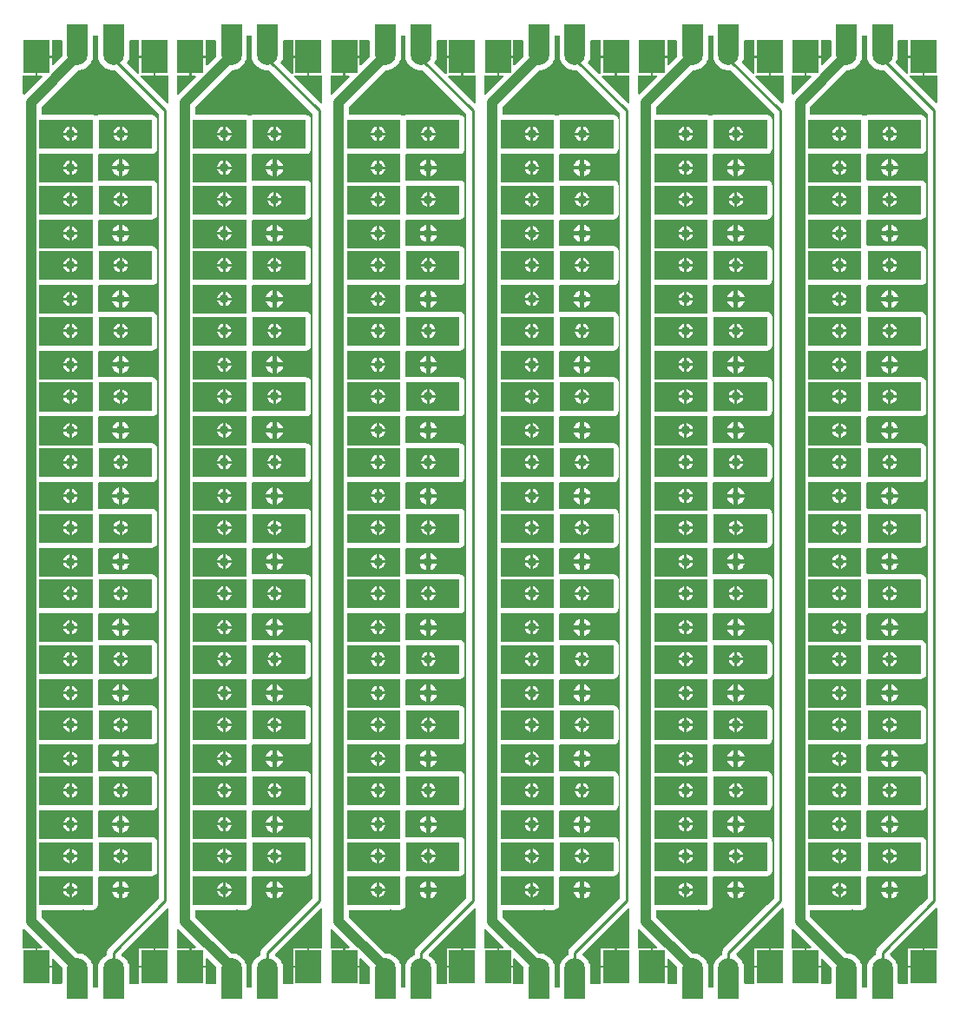
<source format=gbl>
G04*
G04 #@! TF.GenerationSoftware,Altium Limited,Altium Designer,21.7.2 (23)*
G04*
G04 Layer_Physical_Order=2*
G04 Layer_Color=16711680*
%FSLAX44Y44*%
%MOMM*%
G71*
G04*
G04 #@! TF.SameCoordinates,66631136-E9CF-4FC3-9E23-6EAF0B98F55D*
G04*
G04*
G04 #@! TF.FilePolarity,Positive*
G04*
G01*
G75*
%ADD10R,2.0000X3.0000*%
%ADD11C,2.0000*%
%ADD12R,2.6000X3.2000*%
%ADD17C,0.9000*%
%ADD18C,0.8000*%
%ADD19C,0.4000*%
%ADD20C,0.2500*%
%ADD21C,1.0000*%
G36*
X792500Y939404D02*
Y923865D01*
X783673Y915038D01*
X782500Y915524D01*
Y922500D01*
X768500D01*
Y905500D01*
X772476D01*
X772962Y904327D01*
X755309Y886674D01*
X754039Y887200D01*
Y905500D01*
X766500D01*
Y923500D01*
X767500D01*
Y924500D01*
X782500D01*
Y939961D01*
X790500D01*
X791230Y940106D01*
X791288Y940112D01*
X792500Y939404D01*
D02*
G37*
G36*
X642500D02*
Y923865D01*
X633673Y915038D01*
X632500Y915524D01*
Y922500D01*
X618500D01*
Y905500D01*
X622476D01*
X622962Y904327D01*
X605309Y886674D01*
X604039Y887200D01*
Y905500D01*
X616500D01*
Y923500D01*
X617500D01*
Y924500D01*
X632500D01*
Y939961D01*
X640500D01*
X641230Y940106D01*
X641288Y940112D01*
X642500Y939404D01*
D02*
G37*
G36*
X492500D02*
Y923865D01*
X483673Y915038D01*
X482500Y915524D01*
Y922500D01*
X468500D01*
Y905500D01*
X472476D01*
X472962Y904327D01*
X455309Y886674D01*
X454039Y887200D01*
Y905500D01*
X466500D01*
Y923500D01*
X467500D01*
Y924500D01*
X482500D01*
Y939961D01*
X490500D01*
X491230Y940106D01*
X491288Y940112D01*
X492500Y939404D01*
D02*
G37*
G36*
X342500D02*
Y923865D01*
X333673Y915038D01*
X332500Y915524D01*
Y922500D01*
X318500D01*
Y905500D01*
X322476D01*
X322962Y904327D01*
X305309Y886674D01*
X304039Y887200D01*
Y905500D01*
X316500D01*
Y923500D01*
X317500D01*
Y924500D01*
X332500D01*
Y939961D01*
X340500D01*
X341230Y940106D01*
X341288Y940112D01*
X342500Y939404D01*
D02*
G37*
G36*
X192500D02*
Y923865D01*
X183673Y915038D01*
X182500Y915524D01*
Y922500D01*
X168500D01*
Y905500D01*
X172476D01*
X172962Y904327D01*
X155309Y886674D01*
X154039Y887200D01*
Y905500D01*
X166500D01*
Y923500D01*
X167500D01*
Y924500D01*
X182500D01*
Y939961D01*
X190500D01*
X191230Y940106D01*
X191288Y940112D01*
X192500Y939404D01*
D02*
G37*
G36*
X42500D02*
Y923865D01*
X33673Y915038D01*
X32500Y915524D01*
Y922500D01*
X18500D01*
Y905500D01*
X22476D01*
X22962Y904327D01*
X5309Y886674D01*
X4039Y887200D01*
Y905500D01*
X16500D01*
Y923500D01*
X17500D01*
Y924500D01*
X32500D01*
Y939961D01*
X40500D01*
X41230Y940106D01*
X41288Y940112D01*
X42500Y939404D01*
D02*
G37*
G36*
X858770Y940106D02*
X859500Y939961D01*
X867500D01*
Y924500D01*
X882500D01*
Y923500D01*
X883500D01*
Y905500D01*
X895961D01*
Y878710D01*
X894788Y878224D01*
X868685Y904327D01*
X869171Y905500D01*
X881500D01*
Y922500D01*
X867500D01*
Y907171D01*
X866327Y906685D01*
X855322Y917690D01*
X855793Y918395D01*
X856665Y920500D01*
X857500D01*
Y939404D01*
X858712Y940112D01*
X858770Y940106D01*
D02*
G37*
G36*
X708770D02*
X709500Y939961D01*
X717500D01*
Y924500D01*
X732500D01*
Y923500D01*
X733500D01*
Y905500D01*
X745961D01*
Y878710D01*
X744788Y878224D01*
X718685Y904327D01*
X719171Y905500D01*
X731500D01*
Y922500D01*
X717500D01*
Y907171D01*
X716327Y906685D01*
X705322Y917690D01*
X705793Y918395D01*
X706665Y920500D01*
X707500D01*
Y939404D01*
X708712Y940112D01*
X708770Y940106D01*
D02*
G37*
G36*
X558770D02*
X559500Y939961D01*
X567500D01*
Y924500D01*
X582500D01*
Y923500D01*
X583500D01*
Y905500D01*
X595961D01*
Y878710D01*
X594787Y878224D01*
X568685Y904327D01*
X569171Y905500D01*
X581500D01*
Y922500D01*
X567500D01*
Y907171D01*
X566327Y906685D01*
X555322Y917690D01*
X555793Y918395D01*
X556665Y920500D01*
X557500D01*
Y939404D01*
X558712Y940112D01*
X558770Y940106D01*
D02*
G37*
G36*
X408770D02*
X409500Y939961D01*
X417500D01*
Y924500D01*
X432500D01*
Y923500D01*
X433500D01*
Y905500D01*
X445961D01*
Y878710D01*
X444787Y878224D01*
X418685Y904327D01*
X419171Y905500D01*
X431500D01*
Y922500D01*
X417500D01*
Y907171D01*
X416327Y906685D01*
X405322Y917690D01*
X405793Y918395D01*
X406665Y920500D01*
X407500D01*
Y939404D01*
X408712Y940112D01*
X408770Y940106D01*
D02*
G37*
G36*
X258770D02*
X259500Y939961D01*
X267500D01*
Y924500D01*
X282500D01*
Y923500D01*
X283500D01*
Y905500D01*
X295961D01*
Y878710D01*
X294788Y878224D01*
X268685Y904327D01*
X269171Y905500D01*
X281500D01*
Y922500D01*
X267500D01*
Y907171D01*
X266327Y906685D01*
X255322Y917690D01*
X255793Y918395D01*
X256665Y920500D01*
X257500D01*
Y939404D01*
X258712Y940112D01*
X258770Y940106D01*
D02*
G37*
G36*
X108770D02*
X109500Y939961D01*
X117500D01*
Y924500D01*
X132500D01*
Y923500D01*
X133500D01*
Y905500D01*
X145961D01*
Y878710D01*
X144788Y878224D01*
X118685Y904327D01*
X119171Y905500D01*
X131500D01*
Y922500D01*
X117500D01*
Y907171D01*
X116327Y906685D01*
X105322Y917690D01*
X105793Y918395D01*
X106665Y920500D01*
X107500D01*
Y939404D01*
X108712Y940112D01*
X108770Y940106D01*
D02*
G37*
G36*
X880000Y834098D02*
X828000D01*
Y862000D01*
X880000D01*
Y834098D01*
D02*
G37*
G36*
X730000D02*
X678000D01*
Y862000D01*
X730000D01*
Y834098D01*
D02*
G37*
G36*
X580000D02*
X528000D01*
Y862000D01*
X580000D01*
Y834098D01*
D02*
G37*
G36*
X430000D02*
X378000D01*
Y862000D01*
X430000D01*
Y834098D01*
D02*
G37*
G36*
X280000D02*
X228000D01*
Y862000D01*
X280000D01*
Y834098D01*
D02*
G37*
G36*
X130000D02*
X78000D01*
Y862000D01*
X130000D01*
Y834098D01*
D02*
G37*
G36*
X822000Y834000D02*
X770000D01*
Y862000D01*
X822000D01*
Y834000D01*
D02*
G37*
G36*
X672000D02*
X620000D01*
Y862000D01*
X672000D01*
Y834000D01*
D02*
G37*
G36*
X522000D02*
X470000D01*
Y862000D01*
X522000D01*
Y834000D01*
D02*
G37*
G36*
X372000D02*
X320000D01*
Y862000D01*
X372000D01*
Y834000D01*
D02*
G37*
G36*
X222000D02*
X170000D01*
Y862000D01*
X222000D01*
Y834000D01*
D02*
G37*
G36*
X72000D02*
X20000D01*
Y862000D01*
X72000D01*
Y834000D01*
D02*
G37*
G36*
X822000Y801000D02*
X770000D01*
Y829000D01*
X822000D01*
Y801000D01*
D02*
G37*
G36*
X672000D02*
X620000D01*
Y829000D01*
X672000D01*
Y801000D01*
D02*
G37*
G36*
X522000D02*
X470000D01*
Y829000D01*
X522000D01*
Y801000D01*
D02*
G37*
G36*
X372000D02*
X320000D01*
Y829000D01*
X372000D01*
Y801000D01*
D02*
G37*
G36*
X222000D02*
X170000D01*
Y829000D01*
X222000D01*
Y801000D01*
D02*
G37*
G36*
X72000D02*
X20000D01*
Y829000D01*
X72000D01*
Y801000D01*
D02*
G37*
G36*
X880000Y770098D02*
X828000D01*
Y798000D01*
X880000D01*
Y770098D01*
D02*
G37*
G36*
X730000D02*
X678000D01*
Y798000D01*
X730000D01*
Y770098D01*
D02*
G37*
G36*
X580000D02*
X528000D01*
Y798000D01*
X580000D01*
Y770098D01*
D02*
G37*
G36*
X430000D02*
X378000D01*
Y798000D01*
X430000D01*
Y770098D01*
D02*
G37*
G36*
X280000D02*
X228000D01*
Y798000D01*
X280000D01*
Y770098D01*
D02*
G37*
G36*
X130000D02*
X78000D01*
Y798000D01*
X130000D01*
Y770098D01*
D02*
G37*
G36*
X822000Y770000D02*
X770000D01*
Y798000D01*
X822000D01*
Y770000D01*
D02*
G37*
G36*
X672000D02*
X620000D01*
Y798000D01*
X672000D01*
Y770000D01*
D02*
G37*
G36*
X522000D02*
X470000D01*
Y798000D01*
X522000D01*
Y770000D01*
D02*
G37*
G36*
X372000D02*
X320000D01*
Y798000D01*
X372000D01*
Y770000D01*
D02*
G37*
G36*
X222000D02*
X170000D01*
Y798000D01*
X222000D01*
Y770000D01*
D02*
G37*
G36*
X72000D02*
X20000D01*
Y798000D01*
X72000D01*
Y770000D01*
D02*
G37*
G36*
X822000Y737000D02*
X770000D01*
Y765000D01*
X822000D01*
Y737000D01*
D02*
G37*
G36*
X672000D02*
X620000D01*
Y765000D01*
X672000D01*
Y737000D01*
D02*
G37*
G36*
X522000D02*
X470000D01*
Y765000D01*
X522000D01*
Y737000D01*
D02*
G37*
G36*
X372000D02*
X320000D01*
Y765000D01*
X372000D01*
Y737000D01*
D02*
G37*
G36*
X222000D02*
X170000D01*
Y765000D01*
X222000D01*
Y737000D01*
D02*
G37*
G36*
X72000D02*
X20000D01*
Y765000D01*
X72000D01*
Y737000D01*
D02*
G37*
G36*
X880000Y706098D02*
X828000D01*
Y734000D01*
X880000D01*
Y706098D01*
D02*
G37*
G36*
X730000D02*
X678000D01*
Y734000D01*
X730000D01*
Y706098D01*
D02*
G37*
G36*
X580000D02*
X528000D01*
Y734000D01*
X580000D01*
Y706098D01*
D02*
G37*
G36*
X430000D02*
X378000D01*
Y734000D01*
X430000D01*
Y706098D01*
D02*
G37*
G36*
X280000D02*
X228000D01*
Y734000D01*
X280000D01*
Y706098D01*
D02*
G37*
G36*
X130000D02*
X78000D01*
Y734000D01*
X130000D01*
Y706098D01*
D02*
G37*
G36*
X822000Y706000D02*
X770000D01*
Y734000D01*
X822000D01*
Y706000D01*
D02*
G37*
G36*
X672000D02*
X620000D01*
Y734000D01*
X672000D01*
Y706000D01*
D02*
G37*
G36*
X522000D02*
X470000D01*
Y734000D01*
X522000D01*
Y706000D01*
D02*
G37*
G36*
X372000D02*
X320000D01*
Y734000D01*
X372000D01*
Y706000D01*
D02*
G37*
G36*
X222000D02*
X170000D01*
Y734000D01*
X222000D01*
Y706000D01*
D02*
G37*
G36*
X72000D02*
X20000D01*
Y734000D01*
X72000D01*
Y706000D01*
D02*
G37*
G36*
X822000Y673000D02*
X770000D01*
Y701000D01*
X822000D01*
Y673000D01*
D02*
G37*
G36*
X672000D02*
X620000D01*
Y701000D01*
X672000D01*
Y673000D01*
D02*
G37*
G36*
X522000D02*
X470000D01*
Y701000D01*
X522000D01*
Y673000D01*
D02*
G37*
G36*
X372000D02*
X320000D01*
Y701000D01*
X372000D01*
Y673000D01*
D02*
G37*
G36*
X222000D02*
X170000D01*
Y701000D01*
X222000D01*
Y673000D01*
D02*
G37*
G36*
X72000D02*
X20000D01*
Y701000D01*
X72000D01*
Y673000D01*
D02*
G37*
G36*
X880000Y642098D02*
X828000D01*
Y670000D01*
X880000D01*
Y642098D01*
D02*
G37*
G36*
X730000D02*
X678000D01*
Y670000D01*
X730000D01*
Y642098D01*
D02*
G37*
G36*
X580000D02*
X528000D01*
Y670000D01*
X580000D01*
Y642098D01*
D02*
G37*
G36*
X430000D02*
X378000D01*
Y670000D01*
X430000D01*
Y642098D01*
D02*
G37*
G36*
X280000D02*
X228000D01*
Y670000D01*
X280000D01*
Y642098D01*
D02*
G37*
G36*
X130000D02*
X78000D01*
Y670000D01*
X130000D01*
Y642098D01*
D02*
G37*
G36*
X822000Y642000D02*
X770000D01*
Y670000D01*
X822000D01*
Y642000D01*
D02*
G37*
G36*
X672000D02*
X620000D01*
Y670000D01*
X672000D01*
Y642000D01*
D02*
G37*
G36*
X522000D02*
X470000D01*
Y670000D01*
X522000D01*
Y642000D01*
D02*
G37*
G36*
X372000D02*
X320000D01*
Y670000D01*
X372000D01*
Y642000D01*
D02*
G37*
G36*
X222000D02*
X170000D01*
Y670000D01*
X222000D01*
Y642000D01*
D02*
G37*
G36*
X72000D02*
X20000D01*
Y670000D01*
X72000D01*
Y642000D01*
D02*
G37*
G36*
X822000Y609000D02*
X770000D01*
Y637000D01*
X822000D01*
Y609000D01*
D02*
G37*
G36*
X672000D02*
X620000D01*
Y637000D01*
X672000D01*
Y609000D01*
D02*
G37*
G36*
X522000D02*
X470000D01*
Y637000D01*
X522000D01*
Y609000D01*
D02*
G37*
G36*
X372000D02*
X320000D01*
Y637000D01*
X372000D01*
Y609000D01*
D02*
G37*
G36*
X222000D02*
X170000D01*
Y637000D01*
X222000D01*
Y609000D01*
D02*
G37*
G36*
X72000D02*
X20000D01*
Y637000D01*
X72000D01*
Y609000D01*
D02*
G37*
G36*
X880000Y578098D02*
X828000D01*
Y606000D01*
X880000D01*
Y578098D01*
D02*
G37*
G36*
X730000D02*
X678000D01*
Y606000D01*
X730000D01*
Y578098D01*
D02*
G37*
G36*
X580000D02*
X528000D01*
Y606000D01*
X580000D01*
Y578098D01*
D02*
G37*
G36*
X430000D02*
X378000D01*
Y606000D01*
X430000D01*
Y578098D01*
D02*
G37*
G36*
X280000D02*
X228000D01*
Y606000D01*
X280000D01*
Y578098D01*
D02*
G37*
G36*
X130000D02*
X78000D01*
Y606000D01*
X130000D01*
Y578098D01*
D02*
G37*
G36*
X822000Y578000D02*
X770000D01*
Y606000D01*
X822000D01*
Y578000D01*
D02*
G37*
G36*
X672000D02*
X620000D01*
Y606000D01*
X672000D01*
Y578000D01*
D02*
G37*
G36*
X522000D02*
X470000D01*
Y606000D01*
X522000D01*
Y578000D01*
D02*
G37*
G36*
X372000D02*
X320000D01*
Y606000D01*
X372000D01*
Y578000D01*
D02*
G37*
G36*
X222000D02*
X170000D01*
Y606000D01*
X222000D01*
Y578000D01*
D02*
G37*
G36*
X72000D02*
X20000D01*
Y606000D01*
X72000D01*
Y578000D01*
D02*
G37*
G36*
X822000Y545000D02*
X770000D01*
Y573000D01*
X822000D01*
Y545000D01*
D02*
G37*
G36*
X672000D02*
X620000D01*
Y573000D01*
X672000D01*
Y545000D01*
D02*
G37*
G36*
X522000D02*
X470000D01*
Y573000D01*
X522000D01*
Y545000D01*
D02*
G37*
G36*
X372000D02*
X320000D01*
Y573000D01*
X372000D01*
Y545000D01*
D02*
G37*
G36*
X222000D02*
X170000D01*
Y573000D01*
X222000D01*
Y545000D01*
D02*
G37*
G36*
X72000D02*
X20000D01*
Y573000D01*
X72000D01*
Y545000D01*
D02*
G37*
G36*
X880000Y514098D02*
X828000D01*
Y542000D01*
X880000D01*
Y514098D01*
D02*
G37*
G36*
X730000D02*
X678000D01*
Y542000D01*
X730000D01*
Y514098D01*
D02*
G37*
G36*
X580000D02*
X528000D01*
Y542000D01*
X580000D01*
Y514098D01*
D02*
G37*
G36*
X430000D02*
X378000D01*
Y542000D01*
X430000D01*
Y514098D01*
D02*
G37*
G36*
X280000D02*
X228000D01*
Y542000D01*
X280000D01*
Y514098D01*
D02*
G37*
G36*
X130000D02*
X78000D01*
Y542000D01*
X130000D01*
Y514098D01*
D02*
G37*
G36*
X822000Y514000D02*
X770000D01*
Y542000D01*
X822000D01*
Y514000D01*
D02*
G37*
G36*
X672000D02*
X620000D01*
Y542000D01*
X672000D01*
Y514000D01*
D02*
G37*
G36*
X522000D02*
X470000D01*
Y542000D01*
X522000D01*
Y514000D01*
D02*
G37*
G36*
X372000D02*
X320000D01*
Y542000D01*
X372000D01*
Y514000D01*
D02*
G37*
G36*
X222000D02*
X170000D01*
Y542000D01*
X222000D01*
Y514000D01*
D02*
G37*
G36*
X72000D02*
X20000D01*
Y542000D01*
X72000D01*
Y514000D01*
D02*
G37*
G36*
X822000Y481000D02*
X770000D01*
Y509000D01*
X822000D01*
Y481000D01*
D02*
G37*
G36*
X672000D02*
X620000D01*
Y509000D01*
X672000D01*
Y481000D01*
D02*
G37*
G36*
X522000D02*
X470000D01*
Y509000D01*
X522000D01*
Y481000D01*
D02*
G37*
G36*
X372000D02*
X320000D01*
Y509000D01*
X372000D01*
Y481000D01*
D02*
G37*
G36*
X222000D02*
X170000D01*
Y509000D01*
X222000D01*
Y481000D01*
D02*
G37*
G36*
X72000D02*
X20000D01*
Y509000D01*
X72000D01*
Y481000D01*
D02*
G37*
G36*
X880000Y450098D02*
X828000D01*
Y478000D01*
X880000D01*
Y450098D01*
D02*
G37*
G36*
X730000D02*
X678000D01*
Y478000D01*
X730000D01*
Y450098D01*
D02*
G37*
G36*
X580000D02*
X528000D01*
Y478000D01*
X580000D01*
Y450098D01*
D02*
G37*
G36*
X430000D02*
X378000D01*
Y478000D01*
X430000D01*
Y450098D01*
D02*
G37*
G36*
X280000D02*
X228000D01*
Y478000D01*
X280000D01*
Y450098D01*
D02*
G37*
G36*
X130000D02*
X78000D01*
Y478000D01*
X130000D01*
Y450098D01*
D02*
G37*
G36*
X822000Y450000D02*
X770000D01*
Y478000D01*
X822000D01*
Y450000D01*
D02*
G37*
G36*
X672000D02*
X620000D01*
Y478000D01*
X672000D01*
Y450000D01*
D02*
G37*
G36*
X522000D02*
X470000D01*
Y478000D01*
X522000D01*
Y450000D01*
D02*
G37*
G36*
X372000D02*
X320000D01*
Y478000D01*
X372000D01*
Y450000D01*
D02*
G37*
G36*
X222000D02*
X170000D01*
Y478000D01*
X222000D01*
Y450000D01*
D02*
G37*
G36*
X72000D02*
X20000D01*
Y478000D01*
X72000D01*
Y450000D01*
D02*
G37*
G36*
X822000Y417000D02*
X770000D01*
Y445000D01*
X822000D01*
Y417000D01*
D02*
G37*
G36*
X672000D02*
X620000D01*
Y445000D01*
X672000D01*
Y417000D01*
D02*
G37*
G36*
X522000D02*
X470000D01*
Y445000D01*
X522000D01*
Y417000D01*
D02*
G37*
G36*
X372000D02*
X320000D01*
Y445000D01*
X372000D01*
Y417000D01*
D02*
G37*
G36*
X222000D02*
X170000D01*
Y445000D01*
X222000D01*
Y417000D01*
D02*
G37*
G36*
X72000D02*
X20000D01*
Y445000D01*
X72000D01*
Y417000D01*
D02*
G37*
G36*
X880000Y386098D02*
X828000D01*
Y414000D01*
X880000D01*
Y386098D01*
D02*
G37*
G36*
X730000D02*
X678000D01*
Y414000D01*
X730000D01*
Y386098D01*
D02*
G37*
G36*
X580000D02*
X528000D01*
Y414000D01*
X580000D01*
Y386098D01*
D02*
G37*
G36*
X430000D02*
X378000D01*
Y414000D01*
X430000D01*
Y386098D01*
D02*
G37*
G36*
X280000D02*
X228000D01*
Y414000D01*
X280000D01*
Y386098D01*
D02*
G37*
G36*
X130000D02*
X78000D01*
Y414000D01*
X130000D01*
Y386098D01*
D02*
G37*
G36*
X822000Y386000D02*
X770000D01*
Y414000D01*
X822000D01*
Y386000D01*
D02*
G37*
G36*
X672000D02*
X620000D01*
Y414000D01*
X672000D01*
Y386000D01*
D02*
G37*
G36*
X522000D02*
X470000D01*
Y414000D01*
X522000D01*
Y386000D01*
D02*
G37*
G36*
X372000D02*
X320000D01*
Y414000D01*
X372000D01*
Y386000D01*
D02*
G37*
G36*
X222000D02*
X170000D01*
Y414000D01*
X222000D01*
Y386000D01*
D02*
G37*
G36*
X72000D02*
X20000D01*
Y414000D01*
X72000D01*
Y386000D01*
D02*
G37*
G36*
X822000Y353000D02*
X770000D01*
Y381000D01*
X822000D01*
Y353000D01*
D02*
G37*
G36*
X672000D02*
X620000D01*
Y381000D01*
X672000D01*
Y353000D01*
D02*
G37*
G36*
X522000D02*
X470000D01*
Y381000D01*
X522000D01*
Y353000D01*
D02*
G37*
G36*
X372000D02*
X320000D01*
Y381000D01*
X372000D01*
Y353000D01*
D02*
G37*
G36*
X222000D02*
X170000D01*
Y381000D01*
X222000D01*
Y353000D01*
D02*
G37*
G36*
X72000D02*
X20000D01*
Y381000D01*
X72000D01*
Y353000D01*
D02*
G37*
G36*
X880000Y322098D02*
X828000D01*
Y350000D01*
X880000D01*
Y322098D01*
D02*
G37*
G36*
X730000D02*
X678000D01*
Y350000D01*
X730000D01*
Y322098D01*
D02*
G37*
G36*
X580000D02*
X528000D01*
Y350000D01*
X580000D01*
Y322098D01*
D02*
G37*
G36*
X430000D02*
X378000D01*
Y350000D01*
X430000D01*
Y322098D01*
D02*
G37*
G36*
X280000D02*
X228000D01*
Y350000D01*
X280000D01*
Y322098D01*
D02*
G37*
G36*
X130000D02*
X78000D01*
Y350000D01*
X130000D01*
Y322098D01*
D02*
G37*
G36*
X822000Y322000D02*
X770000D01*
Y350000D01*
X822000D01*
Y322000D01*
D02*
G37*
G36*
X672000D02*
X620000D01*
Y350000D01*
X672000D01*
Y322000D01*
D02*
G37*
G36*
X522000D02*
X470000D01*
Y350000D01*
X522000D01*
Y322000D01*
D02*
G37*
G36*
X372000D02*
X320000D01*
Y350000D01*
X372000D01*
Y322000D01*
D02*
G37*
G36*
X222000D02*
X170000D01*
Y350000D01*
X222000D01*
Y322000D01*
D02*
G37*
G36*
X72000D02*
X20000D01*
Y350000D01*
X72000D01*
Y322000D01*
D02*
G37*
G36*
X822000Y289000D02*
X770000D01*
Y317000D01*
X822000D01*
Y289000D01*
D02*
G37*
G36*
X672000D02*
X620000D01*
Y317000D01*
X672000D01*
Y289000D01*
D02*
G37*
G36*
X522000D02*
X470000D01*
Y317000D01*
X522000D01*
Y289000D01*
D02*
G37*
G36*
X372000D02*
X320000D01*
Y317000D01*
X372000D01*
Y289000D01*
D02*
G37*
G36*
X222000D02*
X170000D01*
Y317000D01*
X222000D01*
Y289000D01*
D02*
G37*
G36*
X72000D02*
X20000D01*
Y317000D01*
X72000D01*
Y289000D01*
D02*
G37*
G36*
X880000Y258098D02*
X828000D01*
Y286000D01*
X880000D01*
Y258098D01*
D02*
G37*
G36*
X730000D02*
X678000D01*
Y286000D01*
X730000D01*
Y258098D01*
D02*
G37*
G36*
X580000D02*
X528000D01*
Y286000D01*
X580000D01*
Y258098D01*
D02*
G37*
G36*
X430000D02*
X378000D01*
Y286000D01*
X430000D01*
Y258098D01*
D02*
G37*
G36*
X280000D02*
X228000D01*
Y286000D01*
X280000D01*
Y258098D01*
D02*
G37*
G36*
X130000D02*
X78000D01*
Y286000D01*
X130000D01*
Y258098D01*
D02*
G37*
G36*
X822000Y258000D02*
X770000D01*
Y286000D01*
X822000D01*
Y258000D01*
D02*
G37*
G36*
X672000D02*
X620000D01*
Y286000D01*
X672000D01*
Y258000D01*
D02*
G37*
G36*
X522000D02*
X470000D01*
Y286000D01*
X522000D01*
Y258000D01*
D02*
G37*
G36*
X372000D02*
X320000D01*
Y286000D01*
X372000D01*
Y258000D01*
D02*
G37*
G36*
X222000D02*
X170000D01*
Y286000D01*
X222000D01*
Y258000D01*
D02*
G37*
G36*
X72000D02*
X20000D01*
Y286000D01*
X72000D01*
Y258000D01*
D02*
G37*
G36*
X822000Y225000D02*
X770000D01*
Y253000D01*
X822000D01*
Y225000D01*
D02*
G37*
G36*
X672000D02*
X620000D01*
Y253000D01*
X672000D01*
Y225000D01*
D02*
G37*
G36*
X522000D02*
X470000D01*
Y253000D01*
X522000D01*
Y225000D01*
D02*
G37*
G36*
X372000D02*
X320000D01*
Y253000D01*
X372000D01*
Y225000D01*
D02*
G37*
G36*
X222000D02*
X170000D01*
Y253000D01*
X222000D01*
Y225000D01*
D02*
G37*
G36*
X72000D02*
X20000D01*
Y253000D01*
X72000D01*
Y225000D01*
D02*
G37*
G36*
X880000Y194098D02*
X828000D01*
Y222000D01*
X880000D01*
Y194098D01*
D02*
G37*
G36*
X730000D02*
X678000D01*
Y222000D01*
X730000D01*
Y194098D01*
D02*
G37*
G36*
X580000D02*
X528000D01*
Y222000D01*
X580000D01*
Y194098D01*
D02*
G37*
G36*
X430000D02*
X378000D01*
Y222000D01*
X430000D01*
Y194098D01*
D02*
G37*
G36*
X280000D02*
X228000D01*
Y222000D01*
X280000D01*
Y194098D01*
D02*
G37*
G36*
X130000D02*
X78000D01*
Y222000D01*
X130000D01*
Y194098D01*
D02*
G37*
G36*
X822000Y194000D02*
X770000D01*
Y222000D01*
X822000D01*
Y194000D01*
D02*
G37*
G36*
X672000D02*
X620000D01*
Y222000D01*
X672000D01*
Y194000D01*
D02*
G37*
G36*
X522000D02*
X470000D01*
Y222000D01*
X522000D01*
Y194000D01*
D02*
G37*
G36*
X372000D02*
X320000D01*
Y222000D01*
X372000D01*
Y194000D01*
D02*
G37*
G36*
X222000D02*
X170000D01*
Y222000D01*
X222000D01*
Y194000D01*
D02*
G37*
G36*
X72000D02*
X20000D01*
Y222000D01*
X72000D01*
Y194000D01*
D02*
G37*
G36*
X822000Y161000D02*
X770000D01*
Y189000D01*
X822000D01*
Y161000D01*
D02*
G37*
G36*
X672000D02*
X620000D01*
Y189000D01*
X672000D01*
Y161000D01*
D02*
G37*
G36*
X522000D02*
X470000D01*
Y189000D01*
X522000D01*
Y161000D01*
D02*
G37*
G36*
X372000D02*
X320000D01*
Y189000D01*
X372000D01*
Y161000D01*
D02*
G37*
G36*
X222000D02*
X170000D01*
Y189000D01*
X222000D01*
Y161000D01*
D02*
G37*
G36*
X72000D02*
X20000D01*
Y189000D01*
X72000D01*
Y161000D01*
D02*
G37*
G36*
X880000Y130000D02*
X828000D01*
Y158000D01*
X880000D01*
Y130000D01*
D02*
G37*
G36*
X822000D02*
X770000D01*
Y158000D01*
X822000D01*
Y130000D01*
D02*
G37*
G36*
X730000D02*
X678000D01*
Y158000D01*
X730000D01*
Y130000D01*
D02*
G37*
G36*
X672000D02*
X620000D01*
Y158000D01*
X672000D01*
Y130000D01*
D02*
G37*
G36*
X580000D02*
X528000D01*
Y158000D01*
X580000D01*
Y130000D01*
D02*
G37*
G36*
X522000D02*
X470000D01*
Y158000D01*
X522000D01*
Y130000D01*
D02*
G37*
G36*
X430000D02*
X378000D01*
Y158000D01*
X430000D01*
Y130000D01*
D02*
G37*
G36*
X372000D02*
X320000D01*
Y158000D01*
X372000D01*
Y130000D01*
D02*
G37*
G36*
X280000D02*
X228000D01*
Y158000D01*
X280000D01*
Y130000D01*
D02*
G37*
G36*
X222000D02*
X170000D01*
Y158000D01*
X222000D01*
Y130000D01*
D02*
G37*
G36*
X130000D02*
X78000D01*
Y158000D01*
X130000D01*
Y130000D01*
D02*
G37*
G36*
X72000D02*
X20000D01*
Y158000D01*
X72000D01*
Y130000D01*
D02*
G37*
G36*
X822000Y97000D02*
X770000D01*
Y125000D01*
X822000D01*
Y97000D01*
D02*
G37*
G36*
X672000D02*
X620000D01*
Y125000D01*
X672000D01*
Y97000D01*
D02*
G37*
G36*
X522000D02*
X470000D01*
Y125000D01*
X522000D01*
Y97000D01*
D02*
G37*
G36*
X372000D02*
X320000D01*
Y125000D01*
X372000D01*
Y97000D01*
D02*
G37*
G36*
X222000D02*
X170000D01*
Y125000D01*
X222000D01*
Y97000D01*
D02*
G37*
G36*
X72000D02*
X20000D01*
Y125000D01*
X72000D01*
Y97000D01*
D02*
G37*
G36*
X772962Y55673D02*
X772476Y54500D01*
X768500D01*
Y37500D01*
X782500D01*
Y44476D01*
X783673Y44962D01*
X792500Y36135D01*
Y20596D01*
X791288Y19888D01*
X791230Y19894D01*
X790500Y20039D01*
X782500D01*
Y35500D01*
X767500D01*
Y36500D01*
X766500D01*
Y54500D01*
X754039D01*
Y72800D01*
X755309Y73326D01*
X772962Y55673D01*
D02*
G37*
G36*
X622962D02*
X622476Y54500D01*
X618500D01*
Y37500D01*
X632500D01*
Y44476D01*
X633673Y44962D01*
X642500Y36135D01*
Y20596D01*
X641288Y19888D01*
X641230Y19894D01*
X640500Y20039D01*
X632500D01*
Y35500D01*
X617500D01*
Y36500D01*
X616500D01*
Y54500D01*
X604039D01*
Y72800D01*
X605309Y73326D01*
X622962Y55673D01*
D02*
G37*
G36*
X472962D02*
X472476Y54500D01*
X468500D01*
Y37500D01*
X482500D01*
Y44476D01*
X483673Y44962D01*
X492500Y36135D01*
Y20596D01*
X491288Y19888D01*
X491230Y19894D01*
X490500Y20039D01*
X482500D01*
Y35500D01*
X467500D01*
Y36500D01*
X466500D01*
Y54500D01*
X454039D01*
Y72800D01*
X455309Y73326D01*
X472962Y55673D01*
D02*
G37*
G36*
X322962D02*
X322476Y54500D01*
X318500D01*
Y37500D01*
X332500D01*
Y44476D01*
X333673Y44962D01*
X342500Y36135D01*
Y20596D01*
X341288Y19888D01*
X341230Y19894D01*
X340500Y20039D01*
X332500D01*
Y35500D01*
X317500D01*
Y36500D01*
X316500D01*
Y54500D01*
X304039D01*
Y72800D01*
X305309Y73326D01*
X322962Y55673D01*
D02*
G37*
G36*
X172962D02*
X172476Y54500D01*
X168500D01*
Y37500D01*
X182500D01*
Y44476D01*
X183673Y44962D01*
X192500Y36135D01*
Y20596D01*
X191288Y19888D01*
X191230Y19894D01*
X190500Y20039D01*
X182500D01*
Y35500D01*
X167500D01*
Y36500D01*
X166500D01*
Y54500D01*
X154039D01*
Y72800D01*
X155309Y73326D01*
X172962Y55673D01*
D02*
G37*
G36*
X22962D02*
X22476Y54500D01*
X18500D01*
Y37500D01*
X32500D01*
Y44476D01*
X33673Y44962D01*
X42500Y36135D01*
Y20596D01*
X41288Y19888D01*
X41230Y19894D01*
X40500Y20039D01*
X32500D01*
Y35500D01*
X17500D01*
Y36500D01*
X16500D01*
Y54500D01*
X4039D01*
Y72800D01*
X5309Y73326D01*
X22962Y55673D01*
D02*
G37*
G36*
X895961Y93290D02*
Y54500D01*
X883500D01*
Y36500D01*
X882500D01*
Y35500D01*
X867500D01*
Y20039D01*
X859500D01*
X858770Y19894D01*
X858713Y19888D01*
X857500Y20596D01*
Y39500D01*
X856665D01*
X855793Y41605D01*
X854151Y44062D01*
X852062Y46151D01*
X850202Y47394D01*
X849935Y48923D01*
X894788Y93776D01*
X895961Y93290D01*
D02*
G37*
G36*
X745961D02*
Y54500D01*
X733500D01*
Y36500D01*
X732500D01*
Y35500D01*
X717500D01*
Y20039D01*
X709500D01*
X708770Y19894D01*
X708713Y19888D01*
X707500Y20596D01*
Y39500D01*
X706665D01*
X705793Y41605D01*
X704151Y44062D01*
X702062Y46151D01*
X700202Y47394D01*
X699935Y48923D01*
X744788Y93776D01*
X745961Y93290D01*
D02*
G37*
G36*
X595961D02*
Y54500D01*
X583500D01*
Y36500D01*
X582500D01*
Y35500D01*
X567500D01*
Y20039D01*
X559500D01*
X558770Y19894D01*
X558713Y19888D01*
X557500Y20596D01*
Y39500D01*
X556665D01*
X555793Y41605D01*
X554151Y44062D01*
X552062Y46151D01*
X550202Y47394D01*
X549935Y48923D01*
X594788Y93776D01*
X595961Y93290D01*
D02*
G37*
G36*
X445961D02*
Y54500D01*
X433500D01*
Y36500D01*
X432500D01*
Y35500D01*
X417500D01*
Y20039D01*
X409500D01*
X408770Y19894D01*
X408713Y19888D01*
X407500Y20596D01*
Y39500D01*
X406665D01*
X405793Y41605D01*
X404151Y44062D01*
X402062Y46151D01*
X400202Y47394D01*
X399935Y48923D01*
X444788Y93776D01*
X445961Y93290D01*
D02*
G37*
G36*
X295961D02*
Y54500D01*
X283500D01*
Y36500D01*
X282500D01*
Y35500D01*
X267500D01*
Y20039D01*
X259500D01*
X258770Y19894D01*
X258713Y19888D01*
X257500Y20596D01*
Y39500D01*
X256665D01*
X255793Y41605D01*
X254151Y44062D01*
X252062Y46151D01*
X250202Y47394D01*
X249935Y48923D01*
X294788Y93776D01*
X295961Y93290D01*
D02*
G37*
G36*
X145961D02*
Y54500D01*
X133500D01*
Y36500D01*
X132500D01*
Y35500D01*
X117500D01*
Y20039D01*
X109500D01*
X108770Y19894D01*
X108713Y19888D01*
X107500Y20596D01*
Y39500D01*
X106665D01*
X105793Y41605D01*
X104151Y44062D01*
X102062Y46151D01*
X100202Y47394D01*
X99935Y48923D01*
X144788Y93776D01*
X145961Y93290D01*
D02*
G37*
G36*
X827500Y926977D02*
Y920500D01*
X828335D01*
X829207Y918395D01*
X830849Y915938D01*
X832938Y913849D01*
X835395Y912207D01*
X838125Y911077D01*
X841023Y910500D01*
X843977D01*
X844403Y910585D01*
X886628Y868361D01*
Y103639D01*
X880000Y97012D01*
X879988Y97000D01*
X837994Y55006D01*
X836613Y52939D01*
X836128Y50500D01*
Y48096D01*
X835395Y47793D01*
X832938Y46151D01*
X830849Y44062D01*
X829207Y41605D01*
X828335Y39500D01*
X827500D01*
Y33023D01*
Y16000D01*
X822500D01*
Y39500D01*
X821665D01*
X820793Y41605D01*
X819151Y44062D01*
X817062Y46151D01*
X814605Y47793D01*
X811875Y48924D01*
X808977Y49500D01*
X807664D01*
X772086Y85077D01*
Y91902D01*
X822000D01*
X823951Y92290D01*
X825605Y93395D01*
X826710Y95049D01*
X827098Y97000D01*
Y123787D01*
X828000Y124902D01*
Y124902D01*
X880000D01*
X881951Y125290D01*
X883605Y126395D01*
X884710Y128049D01*
X885098Y130000D01*
Y158000D01*
X884710Y159951D01*
X883605Y161605D01*
X881951Y162710D01*
X880000Y163098D01*
X828000D01*
Y163098D01*
X827098Y163838D01*
Y187885D01*
X828000Y189000D01*
Y189000D01*
X880000D01*
X881951Y189388D01*
X883605Y190493D01*
X884710Y192147D01*
X885098Y194098D01*
Y222000D01*
X884710Y223951D01*
X883605Y225605D01*
X881951Y226710D01*
X880000Y227098D01*
X828000D01*
Y227098D01*
X827098Y227838D01*
Y251884D01*
X828000Y253000D01*
Y253000D01*
X880000D01*
X881951Y253388D01*
X883605Y254493D01*
X884710Y256147D01*
X885098Y258098D01*
Y286000D01*
X884710Y287951D01*
X883605Y289605D01*
X881951Y290710D01*
X880000Y291098D01*
X828000D01*
Y291098D01*
X827098Y291838D01*
Y315884D01*
X828000Y317000D01*
Y317000D01*
X880000D01*
X881951Y317388D01*
X883605Y318493D01*
X884710Y320147D01*
X885098Y322098D01*
Y350000D01*
X884710Y351951D01*
X883605Y353605D01*
X881951Y354710D01*
X880000Y355098D01*
X828000D01*
Y355098D01*
X827098Y355838D01*
Y379884D01*
X828000Y381000D01*
Y381000D01*
X880000D01*
X881951Y381388D01*
X883605Y382493D01*
X884710Y384147D01*
X885098Y386098D01*
Y414000D01*
X884710Y415951D01*
X883605Y417605D01*
X881951Y418710D01*
X880000Y419098D01*
X828000D01*
Y419098D01*
X827098Y419838D01*
Y443885D01*
X828000Y445000D01*
Y445000D01*
X880000D01*
X881951Y445388D01*
X883605Y446493D01*
X884710Y448147D01*
X885098Y450098D01*
Y478000D01*
X884710Y479951D01*
X883605Y481605D01*
X881951Y482710D01*
X880000Y483098D01*
X828000D01*
Y483098D01*
X827098Y483838D01*
Y507884D01*
X828000Y509000D01*
Y509000D01*
X880000D01*
X881951Y509388D01*
X883605Y510493D01*
X884710Y512147D01*
X885098Y514098D01*
Y542000D01*
X884710Y543951D01*
X883605Y545605D01*
X881951Y546710D01*
X880000Y547098D01*
X828000D01*
Y547098D01*
X827098Y547838D01*
Y571884D01*
X828000Y573000D01*
Y573000D01*
X880000D01*
X881951Y573388D01*
X883605Y574493D01*
X884710Y576147D01*
X885098Y578098D01*
Y606000D01*
X884710Y607951D01*
X883605Y609605D01*
X881951Y610710D01*
X880000Y611098D01*
X828000D01*
Y611098D01*
X827098Y611838D01*
Y635885D01*
X828000Y637000D01*
Y637000D01*
X880000D01*
X881951Y637388D01*
X883605Y638493D01*
X884710Y640147D01*
X885098Y642098D01*
Y670000D01*
X884710Y671951D01*
X883605Y673605D01*
X881951Y674710D01*
X880000Y675098D01*
X828000D01*
Y675098D01*
X827098Y675838D01*
Y699884D01*
X828000Y701000D01*
Y701000D01*
X880000D01*
X881951Y701388D01*
X883605Y702493D01*
X884710Y704147D01*
X885098Y706098D01*
Y734000D01*
X884710Y735951D01*
X883605Y737605D01*
X881951Y738710D01*
X880000Y739098D01*
X828000D01*
Y739098D01*
X827098Y739838D01*
Y763885D01*
X828000Y765000D01*
Y765000D01*
X880000D01*
X881951Y765388D01*
X883605Y766493D01*
X884710Y768147D01*
X885098Y770098D01*
Y798000D01*
X884710Y799951D01*
X883605Y801605D01*
X881951Y802710D01*
X880000Y803098D01*
X828000D01*
Y803098D01*
X827098Y803838D01*
Y827885D01*
X828000Y829000D01*
Y829000D01*
X880000D01*
X881951Y829388D01*
X883605Y830493D01*
X884710Y832147D01*
X885098Y834098D01*
Y862000D01*
X884710Y863951D01*
X883605Y865605D01*
X881951Y866710D01*
X880000Y867098D01*
X828000D01*
X826049Y866710D01*
X825000Y866009D01*
X823951Y866710D01*
X822000Y867098D01*
X772086D01*
Y874923D01*
X807664Y910500D01*
X808977D01*
X811875Y911077D01*
X814605Y912207D01*
X817062Y913849D01*
X819151Y915938D01*
X820793Y918395D01*
X821665Y920500D01*
X822500D01*
Y944000D01*
X827500D01*
Y926977D01*
D02*
G37*
G36*
X677500D02*
Y920500D01*
X678335D01*
X679207Y918395D01*
X680849Y915938D01*
X682938Y913849D01*
X685395Y912207D01*
X688125Y911077D01*
X691023Y910500D01*
X693977D01*
X694403Y910585D01*
X736628Y868361D01*
Y103639D01*
X730000Y97012D01*
X729988Y97000D01*
X687994Y55006D01*
X686613Y52939D01*
X686128Y50500D01*
Y48096D01*
X685395Y47793D01*
X682938Y46151D01*
X680849Y44062D01*
X679207Y41605D01*
X678335Y39500D01*
X677500D01*
Y33023D01*
Y16000D01*
X672500D01*
Y39500D01*
X671665D01*
X670793Y41605D01*
X669151Y44062D01*
X667062Y46151D01*
X664605Y47793D01*
X661875Y48924D01*
X658977Y49500D01*
X657664D01*
X622086Y85077D01*
Y91902D01*
X672000D01*
X673951Y92290D01*
X675605Y93395D01*
X676710Y95049D01*
X677098Y97000D01*
Y123787D01*
X678000Y124902D01*
Y124902D01*
X730000D01*
X731951Y125290D01*
X733605Y126395D01*
X734710Y128049D01*
X735098Y130000D01*
Y158000D01*
X734710Y159951D01*
X733605Y161605D01*
X731951Y162710D01*
X730000Y163098D01*
X678000D01*
Y163098D01*
X677098Y163838D01*
Y187885D01*
X678000Y189000D01*
Y189000D01*
X730000D01*
X731951Y189388D01*
X733605Y190493D01*
X734710Y192147D01*
X735098Y194098D01*
Y222000D01*
X734710Y223951D01*
X733605Y225605D01*
X731951Y226710D01*
X730000Y227098D01*
X678000D01*
Y227098D01*
X677098Y227838D01*
Y251884D01*
X678000Y253000D01*
Y253000D01*
X730000D01*
X731951Y253388D01*
X733605Y254493D01*
X734710Y256147D01*
X735098Y258098D01*
Y286000D01*
X734710Y287951D01*
X733605Y289605D01*
X731951Y290710D01*
X730000Y291098D01*
X678000D01*
Y291098D01*
X677098Y291838D01*
Y315884D01*
X678000Y317000D01*
Y317000D01*
X730000D01*
X731951Y317388D01*
X733605Y318493D01*
X734710Y320147D01*
X735098Y322098D01*
Y350000D01*
X734710Y351951D01*
X733605Y353605D01*
X731951Y354710D01*
X730000Y355098D01*
X678000D01*
Y355098D01*
X677098Y355838D01*
Y379884D01*
X678000Y381000D01*
Y381000D01*
X730000D01*
X731951Y381388D01*
X733605Y382493D01*
X734710Y384147D01*
X735098Y386098D01*
Y414000D01*
X734710Y415951D01*
X733605Y417605D01*
X731951Y418710D01*
X730000Y419098D01*
X678000D01*
Y419098D01*
X677098Y419838D01*
Y443885D01*
X678000Y445000D01*
Y445000D01*
X730000D01*
X731951Y445388D01*
X733605Y446493D01*
X734710Y448147D01*
X735098Y450098D01*
Y478000D01*
X734710Y479951D01*
X733605Y481605D01*
X731951Y482710D01*
X730000Y483098D01*
X678000D01*
Y483098D01*
X677098Y483838D01*
Y507884D01*
X678000Y509000D01*
Y509000D01*
X730000D01*
X731951Y509388D01*
X733605Y510493D01*
X734710Y512147D01*
X735098Y514098D01*
Y542000D01*
X734710Y543951D01*
X733605Y545605D01*
X731951Y546710D01*
X730000Y547098D01*
X678000D01*
Y547098D01*
X677098Y547838D01*
Y571884D01*
X678000Y573000D01*
Y573000D01*
X730000D01*
X731951Y573388D01*
X733605Y574493D01*
X734710Y576147D01*
X735098Y578098D01*
Y606000D01*
X734710Y607951D01*
X733605Y609605D01*
X731951Y610710D01*
X730000Y611098D01*
X678000D01*
Y611098D01*
X677098Y611838D01*
Y635885D01*
X678000Y637000D01*
Y637000D01*
X730000D01*
X731951Y637388D01*
X733605Y638493D01*
X734710Y640147D01*
X735098Y642098D01*
Y670000D01*
X734710Y671951D01*
X733605Y673605D01*
X731951Y674710D01*
X730000Y675098D01*
X678000D01*
Y675098D01*
X677098Y675838D01*
Y699884D01*
X678000Y701000D01*
Y701000D01*
X730000D01*
X731951Y701388D01*
X733605Y702493D01*
X734710Y704147D01*
X735098Y706098D01*
Y734000D01*
X734710Y735951D01*
X733605Y737605D01*
X731951Y738710D01*
X730000Y739098D01*
X678000D01*
Y739098D01*
X677098Y739838D01*
Y763885D01*
X678000Y765000D01*
Y765000D01*
X730000D01*
X731951Y765388D01*
X733605Y766493D01*
X734710Y768147D01*
X735098Y770098D01*
Y798000D01*
X734710Y799951D01*
X733605Y801605D01*
X731951Y802710D01*
X730000Y803098D01*
X678000D01*
Y803098D01*
X677098Y803838D01*
Y827885D01*
X678000Y829000D01*
Y829000D01*
X730000D01*
X731951Y829388D01*
X733605Y830493D01*
X734710Y832147D01*
X735098Y834098D01*
Y862000D01*
X734710Y863951D01*
X733605Y865605D01*
X731951Y866710D01*
X730000Y867098D01*
X678000D01*
X676049Y866710D01*
X675000Y866009D01*
X673951Y866710D01*
X672000Y867098D01*
X622086D01*
Y874923D01*
X657664Y910500D01*
X658977D01*
X661875Y911077D01*
X664605Y912207D01*
X667062Y913849D01*
X669151Y915938D01*
X670793Y918395D01*
X671665Y920500D01*
X672500D01*
Y944000D01*
X677500D01*
Y926977D01*
D02*
G37*
G36*
X527500D02*
Y920500D01*
X528335D01*
X529207Y918395D01*
X530849Y915938D01*
X532938Y913849D01*
X535395Y912207D01*
X538125Y911077D01*
X541023Y910500D01*
X543977D01*
X544403Y910585D01*
X586628Y868361D01*
Y103639D01*
X580000Y97012D01*
X579988Y97000D01*
X537994Y55006D01*
X536613Y52939D01*
X536128Y50500D01*
Y48096D01*
X535395Y47793D01*
X532938Y46151D01*
X530849Y44062D01*
X529207Y41605D01*
X528335Y39500D01*
X527500D01*
Y33023D01*
Y16000D01*
X522500D01*
Y39500D01*
X521665D01*
X520793Y41605D01*
X519151Y44062D01*
X517062Y46151D01*
X514605Y47793D01*
X511875Y48924D01*
X508977Y49500D01*
X507664D01*
X472086Y85077D01*
Y91902D01*
X522000D01*
X523951Y92290D01*
X525605Y93395D01*
X526710Y95049D01*
X527098Y97000D01*
Y123787D01*
X528000Y124902D01*
Y124902D01*
X580000D01*
X581951Y125290D01*
X583605Y126395D01*
X584710Y128049D01*
X585098Y130000D01*
Y158000D01*
X584710Y159951D01*
X583605Y161605D01*
X581951Y162710D01*
X580000Y163098D01*
X528000D01*
Y163098D01*
X527098Y163838D01*
Y187885D01*
X528000Y189000D01*
Y189000D01*
X580000D01*
X581951Y189388D01*
X583605Y190493D01*
X584710Y192147D01*
X585098Y194098D01*
Y222000D01*
X584710Y223951D01*
X583605Y225605D01*
X581951Y226710D01*
X580000Y227098D01*
X528000D01*
Y227098D01*
X527098Y227838D01*
Y251884D01*
X528000Y253000D01*
Y253000D01*
X580000D01*
X581951Y253388D01*
X583605Y254493D01*
X584710Y256147D01*
X585098Y258098D01*
Y286000D01*
X584710Y287951D01*
X583605Y289605D01*
X581951Y290710D01*
X580000Y291098D01*
X528000D01*
Y291098D01*
X527098Y291838D01*
Y315884D01*
X528000Y317000D01*
Y317000D01*
X580000D01*
X581951Y317388D01*
X583605Y318493D01*
X584710Y320147D01*
X585098Y322098D01*
Y350000D01*
X584710Y351951D01*
X583605Y353605D01*
X581951Y354710D01*
X580000Y355098D01*
X528000D01*
Y355098D01*
X527098Y355838D01*
Y379884D01*
X528000Y381000D01*
Y381000D01*
X580000D01*
X581951Y381388D01*
X583605Y382493D01*
X584710Y384147D01*
X585098Y386098D01*
Y414000D01*
X584710Y415951D01*
X583605Y417605D01*
X581951Y418710D01*
X580000Y419098D01*
X528000D01*
Y419098D01*
X527098Y419838D01*
Y443885D01*
X528000Y445000D01*
Y445000D01*
X580000D01*
X581951Y445388D01*
X583605Y446493D01*
X584710Y448147D01*
X585098Y450098D01*
Y478000D01*
X584710Y479951D01*
X583605Y481605D01*
X581951Y482710D01*
X580000Y483098D01*
X528000D01*
Y483098D01*
X527098Y483838D01*
Y507884D01*
X528000Y509000D01*
Y509000D01*
X580000D01*
X581951Y509388D01*
X583605Y510493D01*
X584710Y512147D01*
X585098Y514098D01*
Y542000D01*
X584710Y543951D01*
X583605Y545605D01*
X581951Y546710D01*
X580000Y547098D01*
X528000D01*
Y547098D01*
X527098Y547838D01*
Y571884D01*
X528000Y573000D01*
Y573000D01*
X580000D01*
X581951Y573388D01*
X583605Y574493D01*
X584710Y576147D01*
X585098Y578098D01*
Y606000D01*
X584710Y607951D01*
X583605Y609605D01*
X581951Y610710D01*
X580000Y611098D01*
X528000D01*
Y611098D01*
X527098Y611838D01*
Y635885D01*
X528000Y637000D01*
Y637000D01*
X580000D01*
X581951Y637388D01*
X583605Y638493D01*
X584710Y640147D01*
X585098Y642098D01*
Y670000D01*
X584710Y671951D01*
X583605Y673605D01*
X581951Y674710D01*
X580000Y675098D01*
X528000D01*
Y675098D01*
X527098Y675838D01*
Y699884D01*
X528000Y701000D01*
Y701000D01*
X580000D01*
X581951Y701388D01*
X583605Y702493D01*
X584710Y704147D01*
X585098Y706098D01*
Y734000D01*
X584710Y735951D01*
X583605Y737605D01*
X581951Y738710D01*
X580000Y739098D01*
X528000D01*
Y739098D01*
X527098Y739838D01*
Y763885D01*
X528000Y765000D01*
Y765000D01*
X580000D01*
X581951Y765388D01*
X583605Y766493D01*
X584710Y768147D01*
X585098Y770098D01*
Y798000D01*
X584710Y799951D01*
X583605Y801605D01*
X581951Y802710D01*
X580000Y803098D01*
X528000D01*
Y803098D01*
X527098Y803838D01*
Y827885D01*
X528000Y829000D01*
Y829000D01*
X580000D01*
X581951Y829388D01*
X583605Y830493D01*
X584710Y832147D01*
X585098Y834098D01*
Y862000D01*
X584710Y863951D01*
X583605Y865605D01*
X581951Y866710D01*
X580000Y867098D01*
X528000D01*
X526049Y866710D01*
X525000Y866009D01*
X523951Y866710D01*
X522000Y867098D01*
X472086D01*
Y874923D01*
X507664Y910500D01*
X508977D01*
X511875Y911077D01*
X514605Y912207D01*
X517062Y913849D01*
X519151Y915938D01*
X520793Y918395D01*
X521665Y920500D01*
X522500D01*
Y944000D01*
X527500D01*
Y926977D01*
D02*
G37*
G36*
X377500D02*
Y920500D01*
X378335D01*
X379207Y918395D01*
X380849Y915938D01*
X382938Y913849D01*
X385395Y912207D01*
X388125Y911077D01*
X391023Y910500D01*
X393977D01*
X394403Y910585D01*
X436628Y868361D01*
Y103639D01*
X430000Y97012D01*
X429988Y97000D01*
X387994Y55006D01*
X386613Y52939D01*
X386128Y50500D01*
Y48096D01*
X385395Y47793D01*
X382938Y46151D01*
X380849Y44062D01*
X379207Y41605D01*
X378335Y39500D01*
X377500D01*
Y33023D01*
Y16000D01*
X372500D01*
Y39500D01*
X371665D01*
X370793Y41605D01*
X369151Y44062D01*
X367062Y46151D01*
X364605Y47793D01*
X361875Y48924D01*
X358977Y49500D01*
X357664D01*
X322086Y85077D01*
Y91902D01*
X372000D01*
X373951Y92290D01*
X375605Y93395D01*
X376710Y95049D01*
X377098Y97000D01*
Y123787D01*
X378000Y124902D01*
Y124902D01*
X430000D01*
X431951Y125290D01*
X433605Y126395D01*
X434710Y128049D01*
X435098Y130000D01*
Y158000D01*
X434710Y159951D01*
X433605Y161605D01*
X431951Y162710D01*
X430000Y163098D01*
X378000D01*
Y163098D01*
X377098Y163838D01*
Y187885D01*
X378000Y189000D01*
Y189000D01*
X430000D01*
X431951Y189388D01*
X433605Y190493D01*
X434710Y192147D01*
X435098Y194098D01*
Y222000D01*
X434710Y223951D01*
X433605Y225605D01*
X431951Y226710D01*
X430000Y227098D01*
X378000D01*
Y227098D01*
X377098Y227838D01*
Y251884D01*
X378000Y253000D01*
Y253000D01*
X430000D01*
X431951Y253388D01*
X433605Y254493D01*
X434710Y256147D01*
X435098Y258098D01*
Y286000D01*
X434710Y287951D01*
X433605Y289605D01*
X431951Y290710D01*
X430000Y291098D01*
X378000D01*
Y291098D01*
X377098Y291838D01*
Y315884D01*
X378000Y317000D01*
Y317000D01*
X430000D01*
X431951Y317388D01*
X433605Y318493D01*
X434710Y320147D01*
X435098Y322098D01*
Y350000D01*
X434710Y351951D01*
X433605Y353605D01*
X431951Y354710D01*
X430000Y355098D01*
X378000D01*
Y355098D01*
X377098Y355838D01*
Y379884D01*
X378000Y381000D01*
Y381000D01*
X430000D01*
X431951Y381388D01*
X433605Y382493D01*
X434710Y384147D01*
X435098Y386098D01*
Y414000D01*
X434710Y415951D01*
X433605Y417605D01*
X431951Y418710D01*
X430000Y419098D01*
X378000D01*
Y419098D01*
X377098Y419838D01*
Y443885D01*
X378000Y445000D01*
Y445000D01*
X430000D01*
X431951Y445388D01*
X433605Y446493D01*
X434710Y448147D01*
X435098Y450098D01*
Y478000D01*
X434710Y479951D01*
X433605Y481605D01*
X431951Y482710D01*
X430000Y483098D01*
X378000D01*
Y483098D01*
X377098Y483838D01*
Y507884D01*
X378000Y509000D01*
Y509000D01*
X430000D01*
X431951Y509388D01*
X433605Y510493D01*
X434710Y512147D01*
X435098Y514098D01*
Y542000D01*
X434710Y543951D01*
X433605Y545605D01*
X431951Y546710D01*
X430000Y547098D01*
X378000D01*
Y547098D01*
X377098Y547838D01*
Y571884D01*
X378000Y573000D01*
Y573000D01*
X430000D01*
X431951Y573388D01*
X433605Y574493D01*
X434710Y576147D01*
X435098Y578098D01*
Y606000D01*
X434710Y607951D01*
X433605Y609605D01*
X431951Y610710D01*
X430000Y611098D01*
X378000D01*
Y611098D01*
X377098Y611838D01*
Y635885D01*
X378000Y637000D01*
Y637000D01*
X430000D01*
X431951Y637388D01*
X433605Y638493D01*
X434710Y640147D01*
X435098Y642098D01*
Y670000D01*
X434710Y671951D01*
X433605Y673605D01*
X431951Y674710D01*
X430000Y675098D01*
X378000D01*
Y675098D01*
X377098Y675838D01*
Y699884D01*
X378000Y701000D01*
Y701000D01*
X430000D01*
X431951Y701388D01*
X433605Y702493D01*
X434710Y704147D01*
X435098Y706098D01*
Y734000D01*
X434710Y735951D01*
X433605Y737605D01*
X431951Y738710D01*
X430000Y739098D01*
X378000D01*
Y739098D01*
X377098Y739838D01*
Y763885D01*
X378000Y765000D01*
Y765000D01*
X430000D01*
X431951Y765388D01*
X433605Y766493D01*
X434710Y768147D01*
X435098Y770098D01*
Y798000D01*
X434710Y799951D01*
X433605Y801605D01*
X431951Y802710D01*
X430000Y803098D01*
X378000D01*
Y803098D01*
X377098Y803838D01*
Y827885D01*
X378000Y829000D01*
Y829000D01*
X430000D01*
X431951Y829388D01*
X433605Y830493D01*
X434710Y832147D01*
X435098Y834098D01*
Y862000D01*
X434710Y863951D01*
X433605Y865605D01*
X431951Y866710D01*
X430000Y867098D01*
X378000D01*
X376049Y866710D01*
X375000Y866009D01*
X373951Y866710D01*
X372000Y867098D01*
X322086D01*
Y874923D01*
X357664Y910500D01*
X358977D01*
X361875Y911077D01*
X364605Y912207D01*
X367062Y913849D01*
X369151Y915938D01*
X370793Y918395D01*
X371665Y920500D01*
X372500D01*
Y944000D01*
X377500D01*
Y926977D01*
D02*
G37*
G36*
X227500D02*
Y920500D01*
X228335D01*
X229207Y918395D01*
X230849Y915938D01*
X232938Y913849D01*
X235395Y912207D01*
X238125Y911077D01*
X241023Y910500D01*
X243977D01*
X244403Y910585D01*
X286628Y868361D01*
Y103639D01*
X280000Y97012D01*
X279988Y97000D01*
X237994Y55006D01*
X236613Y52939D01*
X236128Y50500D01*
Y48096D01*
X235395Y47793D01*
X232938Y46151D01*
X230849Y44062D01*
X229207Y41605D01*
X228335Y39500D01*
X227500D01*
Y33023D01*
Y16000D01*
X222500D01*
Y39500D01*
X221665D01*
X220793Y41605D01*
X219151Y44062D01*
X217062Y46151D01*
X214605Y47793D01*
X211875Y48924D01*
X208977Y49500D01*
X207664D01*
X172086Y85077D01*
Y91902D01*
X222000D01*
X223951Y92290D01*
X225605Y93395D01*
X226710Y95049D01*
X227098Y97000D01*
Y123787D01*
X228000Y124902D01*
Y124902D01*
X280000D01*
X281951Y125290D01*
X283605Y126395D01*
X284710Y128049D01*
X285098Y130000D01*
Y158000D01*
X284710Y159951D01*
X283605Y161605D01*
X281951Y162710D01*
X280000Y163098D01*
X228000D01*
Y163098D01*
X227098Y163838D01*
Y187885D01*
X228000Y189000D01*
Y189000D01*
X280000D01*
X281951Y189388D01*
X283605Y190493D01*
X284710Y192147D01*
X285098Y194098D01*
Y222000D01*
X284710Y223951D01*
X283605Y225605D01*
X281951Y226710D01*
X280000Y227098D01*
X228000D01*
Y227098D01*
X227098Y227838D01*
Y251884D01*
X228000Y253000D01*
Y253000D01*
X280000D01*
X281951Y253388D01*
X283605Y254493D01*
X284710Y256147D01*
X285098Y258098D01*
Y286000D01*
X284710Y287951D01*
X283605Y289605D01*
X281951Y290710D01*
X280000Y291098D01*
X228000D01*
Y291098D01*
X227098Y291838D01*
Y315884D01*
X228000Y317000D01*
Y317000D01*
X280000D01*
X281951Y317388D01*
X283605Y318493D01*
X284710Y320147D01*
X285098Y322098D01*
Y350000D01*
X284710Y351951D01*
X283605Y353605D01*
X281951Y354710D01*
X280000Y355098D01*
X228000D01*
Y355098D01*
X227098Y355838D01*
Y379884D01*
X228000Y381000D01*
Y381000D01*
X280000D01*
X281951Y381388D01*
X283605Y382493D01*
X284710Y384147D01*
X285098Y386098D01*
Y414000D01*
X284710Y415951D01*
X283605Y417605D01*
X281951Y418710D01*
X280000Y419098D01*
X228000D01*
Y419098D01*
X227098Y419838D01*
Y443885D01*
X228000Y445000D01*
Y445000D01*
X280000D01*
X281951Y445388D01*
X283605Y446493D01*
X284710Y448147D01*
X285098Y450098D01*
Y478000D01*
X284710Y479951D01*
X283605Y481605D01*
X281951Y482710D01*
X280000Y483098D01*
X228000D01*
Y483098D01*
X227098Y483838D01*
Y507884D01*
X228000Y509000D01*
Y509000D01*
X280000D01*
X281951Y509388D01*
X283605Y510493D01*
X284710Y512147D01*
X285098Y514098D01*
Y542000D01*
X284710Y543951D01*
X283605Y545605D01*
X281951Y546710D01*
X280000Y547098D01*
X228000D01*
Y547098D01*
X227098Y547838D01*
Y571884D01*
X228000Y573000D01*
Y573000D01*
X280000D01*
X281951Y573388D01*
X283605Y574493D01*
X284710Y576147D01*
X285098Y578098D01*
Y606000D01*
X284710Y607951D01*
X283605Y609605D01*
X281951Y610710D01*
X280000Y611098D01*
X228000D01*
Y611098D01*
X227098Y611838D01*
Y635885D01*
X228000Y637000D01*
Y637000D01*
X280000D01*
X281951Y637388D01*
X283605Y638493D01*
X284710Y640147D01*
X285098Y642098D01*
Y670000D01*
X284710Y671951D01*
X283605Y673605D01*
X281951Y674710D01*
X280000Y675098D01*
X228000D01*
Y675098D01*
X227098Y675838D01*
Y699884D01*
X228000Y701000D01*
Y701000D01*
X280000D01*
X281951Y701388D01*
X283605Y702493D01*
X284710Y704147D01*
X285098Y706098D01*
Y734000D01*
X284710Y735951D01*
X283605Y737605D01*
X281951Y738710D01*
X280000Y739098D01*
X228000D01*
Y739098D01*
X227098Y739838D01*
Y763885D01*
X228000Y765000D01*
Y765000D01*
X280000D01*
X281951Y765388D01*
X283605Y766493D01*
X284710Y768147D01*
X285098Y770098D01*
Y798000D01*
X284710Y799951D01*
X283605Y801605D01*
X281951Y802710D01*
X280000Y803098D01*
X228000D01*
Y803098D01*
X227098Y803838D01*
Y827885D01*
X228000Y829000D01*
Y829000D01*
X280000D01*
X281951Y829388D01*
X283605Y830493D01*
X284710Y832147D01*
X285098Y834098D01*
Y862000D01*
X284710Y863951D01*
X283605Y865605D01*
X281951Y866710D01*
X280000Y867098D01*
X228000D01*
X226049Y866710D01*
X225000Y866009D01*
X223951Y866710D01*
X222000Y867098D01*
X172086D01*
Y874923D01*
X207664Y910500D01*
X208977D01*
X211875Y911077D01*
X214605Y912207D01*
X217062Y913849D01*
X219151Y915938D01*
X220793Y918395D01*
X221665Y920500D01*
X222500D01*
Y944000D01*
X227500D01*
Y926977D01*
D02*
G37*
G36*
X77500D02*
Y920500D01*
X78335D01*
X79207Y918395D01*
X80849Y915938D01*
X82938Y913849D01*
X85395Y912207D01*
X88125Y911077D01*
X91023Y910500D01*
X93977D01*
X94403Y910585D01*
X136628Y868361D01*
Y103639D01*
X130000Y97012D01*
X129988Y97000D01*
X87994Y55006D01*
X86613Y52939D01*
X86128Y50500D01*
Y48096D01*
X85395Y47793D01*
X82938Y46151D01*
X80849Y44062D01*
X79207Y41605D01*
X78335Y39500D01*
X77500D01*
Y33023D01*
Y16000D01*
X72500D01*
Y39500D01*
X71665D01*
X70793Y41605D01*
X69151Y44062D01*
X67062Y46151D01*
X64605Y47793D01*
X61875Y48924D01*
X58977Y49500D01*
X57664D01*
X22086Y85077D01*
Y91902D01*
X72000D01*
X73951Y92290D01*
X75605Y93395D01*
X76710Y95049D01*
X77098Y97000D01*
Y123787D01*
X78000Y124902D01*
Y124902D01*
X130000D01*
X131951Y125290D01*
X133605Y126395D01*
X134710Y128049D01*
X135098Y130000D01*
Y158000D01*
X134710Y159951D01*
X133605Y161605D01*
X131951Y162710D01*
X130000Y163098D01*
X78000D01*
Y163098D01*
X77098Y163838D01*
Y187885D01*
X78000Y189000D01*
Y189000D01*
X130000D01*
X131951Y189388D01*
X133605Y190493D01*
X134710Y192147D01*
X135098Y194098D01*
Y222000D01*
X134710Y223951D01*
X133605Y225605D01*
X131951Y226710D01*
X130000Y227098D01*
X78000D01*
Y227098D01*
X77098Y227838D01*
Y251884D01*
X78000Y253000D01*
Y253000D01*
X130000D01*
X131951Y253388D01*
X133605Y254493D01*
X134710Y256147D01*
X135098Y258098D01*
Y286000D01*
X134710Y287951D01*
X133605Y289605D01*
X131951Y290710D01*
X130000Y291098D01*
X78000D01*
Y291098D01*
X77098Y291838D01*
Y315884D01*
X78000Y317000D01*
Y317000D01*
X130000D01*
X131951Y317388D01*
X133605Y318493D01*
X134710Y320147D01*
X135098Y322098D01*
Y350000D01*
X134710Y351951D01*
X133605Y353605D01*
X131951Y354710D01*
X130000Y355098D01*
X78000D01*
Y355098D01*
X77098Y355838D01*
Y379884D01*
X78000Y381000D01*
Y381000D01*
X130000D01*
X131951Y381388D01*
X133605Y382493D01*
X134710Y384147D01*
X135098Y386098D01*
Y414000D01*
X134710Y415951D01*
X133605Y417605D01*
X131951Y418710D01*
X130000Y419098D01*
X78000D01*
Y419098D01*
X77098Y419838D01*
Y443885D01*
X78000Y445000D01*
Y445000D01*
X130000D01*
X131951Y445388D01*
X133605Y446493D01*
X134710Y448147D01*
X135098Y450098D01*
Y478000D01*
X134710Y479951D01*
X133605Y481605D01*
X131951Y482710D01*
X130000Y483098D01*
X78000D01*
Y483098D01*
X77098Y483838D01*
Y507884D01*
X78000Y509000D01*
Y509000D01*
X130000D01*
X131951Y509388D01*
X133605Y510493D01*
X134710Y512147D01*
X135098Y514098D01*
Y542000D01*
X134710Y543951D01*
X133605Y545605D01*
X131951Y546710D01*
X130000Y547098D01*
X78000D01*
Y547098D01*
X77098Y547838D01*
Y571884D01*
X78000Y573000D01*
Y573000D01*
X130000D01*
X131951Y573388D01*
X133605Y574493D01*
X134710Y576147D01*
X135098Y578098D01*
Y606000D01*
X134710Y607951D01*
X133605Y609605D01*
X131951Y610710D01*
X130000Y611098D01*
X78000D01*
Y611098D01*
X77098Y611838D01*
Y635885D01*
X78000Y637000D01*
Y637000D01*
X130000D01*
X131951Y637388D01*
X133605Y638493D01*
X134710Y640147D01*
X135098Y642098D01*
Y670000D01*
X134710Y671951D01*
X133605Y673605D01*
X131951Y674710D01*
X130000Y675098D01*
X78000D01*
Y675098D01*
X77098Y675838D01*
Y699884D01*
X78000Y701000D01*
Y701000D01*
X130000D01*
X131951Y701388D01*
X133605Y702493D01*
X134710Y704147D01*
X135098Y706098D01*
Y734000D01*
X134710Y735951D01*
X133605Y737605D01*
X131951Y738710D01*
X130000Y739098D01*
X78000D01*
Y739098D01*
X77098Y739838D01*
Y763885D01*
X78000Y765000D01*
Y765000D01*
X130000D01*
X131951Y765388D01*
X133605Y766493D01*
X134710Y768147D01*
X135098Y770098D01*
Y798000D01*
X134710Y799951D01*
X133605Y801605D01*
X131951Y802710D01*
X130000Y803098D01*
X78000D01*
Y803098D01*
X77098Y803838D01*
Y827885D01*
X78000Y829000D01*
Y829000D01*
X130000D01*
X131951Y829388D01*
X133605Y830493D01*
X134710Y832147D01*
X135098Y834098D01*
Y862000D01*
X134710Y863951D01*
X133605Y865605D01*
X131951Y866710D01*
X130000Y867098D01*
X78000D01*
X76049Y866710D01*
X75000Y866009D01*
X73951Y866710D01*
X72000Y867098D01*
X22086D01*
Y874923D01*
X57664Y910500D01*
X58977D01*
X61875Y911077D01*
X64605Y912207D01*
X67062Y913849D01*
X69151Y915938D01*
X70793Y918395D01*
X71665Y920500D01*
X72500D01*
Y944000D01*
X77500D01*
Y926977D01*
D02*
G37*
%LPC*%
G36*
X850770Y855448D02*
Y849770D01*
X856448D01*
X856060Y851217D01*
X855133Y852823D01*
X853823Y854133D01*
X852217Y855060D01*
X850770Y855448D01*
D02*
G37*
G36*
X848230D02*
X846783Y855060D01*
X845177Y854133D01*
X843867Y852823D01*
X842940Y851217D01*
X842552Y849770D01*
X848230D01*
Y855448D01*
D02*
G37*
G36*
X856448Y847230D02*
X850770D01*
Y841552D01*
X852217Y841940D01*
X853823Y842867D01*
X855133Y844177D01*
X856060Y845783D01*
X856448Y847230D01*
D02*
G37*
G36*
X848230D02*
X842552D01*
X842940Y845783D01*
X843867Y844177D01*
X845177Y842867D01*
X846783Y841940D01*
X848230Y841552D01*
Y847230D01*
D02*
G37*
G36*
X700770Y855448D02*
Y849770D01*
X706448D01*
X706060Y851217D01*
X705133Y852823D01*
X703823Y854133D01*
X702217Y855060D01*
X700770Y855448D01*
D02*
G37*
G36*
X698230D02*
X696783Y855060D01*
X695177Y854133D01*
X693867Y852823D01*
X692940Y851217D01*
X692552Y849770D01*
X698230D01*
Y855448D01*
D02*
G37*
G36*
X706448Y847230D02*
X700770D01*
Y841552D01*
X702217Y841940D01*
X703823Y842867D01*
X705133Y844177D01*
X706060Y845783D01*
X706448Y847230D01*
D02*
G37*
G36*
X698230D02*
X692552D01*
X692940Y845783D01*
X693867Y844177D01*
X695177Y842867D01*
X696783Y841940D01*
X698230Y841552D01*
Y847230D01*
D02*
G37*
G36*
X550770Y855448D02*
Y849770D01*
X556448D01*
X556060Y851217D01*
X555133Y852823D01*
X553823Y854133D01*
X552217Y855060D01*
X550770Y855448D01*
D02*
G37*
G36*
X548230D02*
X546782Y855060D01*
X545177Y854133D01*
X543867Y852823D01*
X542940Y851217D01*
X542552Y849770D01*
X548230D01*
Y855448D01*
D02*
G37*
G36*
X556448Y847230D02*
X550770D01*
Y841552D01*
X552217Y841940D01*
X553823Y842867D01*
X555133Y844177D01*
X556060Y845783D01*
X556448Y847230D01*
D02*
G37*
G36*
X548230D02*
X542552D01*
X542940Y845783D01*
X543867Y844177D01*
X545177Y842867D01*
X546782Y841940D01*
X548230Y841552D01*
Y847230D01*
D02*
G37*
G36*
X400770Y855448D02*
Y849770D01*
X406448D01*
X406060Y851217D01*
X405133Y852823D01*
X403823Y854133D01*
X402217Y855060D01*
X400770Y855448D01*
D02*
G37*
G36*
X398230D02*
X396782Y855060D01*
X395177Y854133D01*
X393867Y852823D01*
X392940Y851217D01*
X392552Y849770D01*
X398230D01*
Y855448D01*
D02*
G37*
G36*
X406448Y847230D02*
X400770D01*
Y841552D01*
X402217Y841940D01*
X403823Y842867D01*
X405133Y844177D01*
X406060Y845783D01*
X406448Y847230D01*
D02*
G37*
G36*
X398230D02*
X392552D01*
X392940Y845783D01*
X393867Y844177D01*
X395177Y842867D01*
X396782Y841940D01*
X398230Y841552D01*
Y847230D01*
D02*
G37*
G36*
X250770Y855448D02*
Y849770D01*
X256448D01*
X256060Y851217D01*
X255133Y852823D01*
X253823Y854133D01*
X252217Y855060D01*
X250770Y855448D01*
D02*
G37*
G36*
X248230D02*
X246782Y855060D01*
X245177Y854133D01*
X243867Y852823D01*
X242940Y851217D01*
X242552Y849770D01*
X248230D01*
Y855448D01*
D02*
G37*
G36*
X256448Y847230D02*
X250770D01*
Y841552D01*
X252217Y841940D01*
X253823Y842867D01*
X255133Y844177D01*
X256060Y845783D01*
X256448Y847230D01*
D02*
G37*
G36*
X248230D02*
X242552D01*
X242940Y845783D01*
X243867Y844177D01*
X245177Y842867D01*
X246782Y841940D01*
X248230Y841552D01*
Y847230D01*
D02*
G37*
G36*
X100770Y855448D02*
Y849770D01*
X106448D01*
X106060Y851217D01*
X105133Y852823D01*
X103823Y854133D01*
X102217Y855060D01*
X100770Y855448D01*
D02*
G37*
G36*
X98230D02*
X96783Y855060D01*
X95177Y854133D01*
X93867Y852823D01*
X92940Y851217D01*
X92552Y849770D01*
X98230D01*
Y855448D01*
D02*
G37*
G36*
X106448Y847230D02*
X100770D01*
Y841552D01*
X102217Y841940D01*
X103823Y842867D01*
X105133Y844177D01*
X106060Y845783D01*
X106448Y847230D01*
D02*
G37*
G36*
X98230D02*
X92552D01*
X92940Y845783D01*
X93867Y844177D01*
X95177Y842867D01*
X96783Y841940D01*
X98230Y841552D01*
Y847230D01*
D02*
G37*
G36*
X801770Y855448D02*
Y849770D01*
X807448D01*
X807060Y851217D01*
X806133Y852823D01*
X804823Y854133D01*
X803217Y855060D01*
X801770Y855448D01*
D02*
G37*
G36*
X799230D02*
X797783Y855060D01*
X796177Y854133D01*
X794866Y852823D01*
X793940Y851217D01*
X793552Y849770D01*
X799230D01*
Y855448D01*
D02*
G37*
G36*
X807448Y847230D02*
X801770D01*
Y841552D01*
X803217Y841940D01*
X804823Y842867D01*
X806133Y844177D01*
X807060Y845783D01*
X807448Y847230D01*
D02*
G37*
G36*
X799230D02*
X793552D01*
X793940Y845783D01*
X794866Y844177D01*
X796177Y842867D01*
X797783Y841940D01*
X799230Y841552D01*
Y847230D01*
D02*
G37*
G36*
X651770Y855448D02*
Y849770D01*
X657448D01*
X657060Y851217D01*
X656133Y852823D01*
X654823Y854133D01*
X653217Y855060D01*
X651770Y855448D01*
D02*
G37*
G36*
X649230D02*
X647783Y855060D01*
X646177Y854133D01*
X644866Y852823D01*
X643940Y851217D01*
X643552Y849770D01*
X649230D01*
Y855448D01*
D02*
G37*
G36*
X657448Y847230D02*
X651770D01*
Y841552D01*
X653217Y841940D01*
X654823Y842867D01*
X656133Y844177D01*
X657060Y845783D01*
X657448Y847230D01*
D02*
G37*
G36*
X649230D02*
X643552D01*
X643940Y845783D01*
X644866Y844177D01*
X646177Y842867D01*
X647783Y841940D01*
X649230Y841552D01*
Y847230D01*
D02*
G37*
G36*
X501770Y855448D02*
Y849770D01*
X507448D01*
X507060Y851217D01*
X506133Y852823D01*
X504823Y854133D01*
X503217Y855060D01*
X501770Y855448D01*
D02*
G37*
G36*
X499230D02*
X497783Y855060D01*
X496177Y854133D01*
X494866Y852823D01*
X493940Y851217D01*
X493552Y849770D01*
X499230D01*
Y855448D01*
D02*
G37*
G36*
X507448Y847230D02*
X501770D01*
Y841552D01*
X503217Y841940D01*
X504823Y842867D01*
X506133Y844177D01*
X507060Y845783D01*
X507448Y847230D01*
D02*
G37*
G36*
X499230D02*
X493552D01*
X493940Y845783D01*
X494866Y844177D01*
X496177Y842867D01*
X497783Y841940D01*
X499230Y841552D01*
Y847230D01*
D02*
G37*
G36*
X351770Y855448D02*
Y849770D01*
X357448D01*
X357060Y851217D01*
X356133Y852823D01*
X354823Y854133D01*
X353217Y855060D01*
X351770Y855448D01*
D02*
G37*
G36*
X349230D02*
X347783Y855060D01*
X346177Y854133D01*
X344866Y852823D01*
X343940Y851217D01*
X343552Y849770D01*
X349230D01*
Y855448D01*
D02*
G37*
G36*
X357448Y847230D02*
X351770D01*
Y841552D01*
X353217Y841940D01*
X354823Y842867D01*
X356133Y844177D01*
X357060Y845783D01*
X357448Y847230D01*
D02*
G37*
G36*
X349230D02*
X343552D01*
X343940Y845783D01*
X344866Y844177D01*
X346177Y842867D01*
X347783Y841940D01*
X349230Y841552D01*
Y847230D01*
D02*
G37*
G36*
X201770Y855448D02*
Y849770D01*
X207448D01*
X207060Y851217D01*
X206133Y852823D01*
X204823Y854133D01*
X203217Y855060D01*
X201770Y855448D01*
D02*
G37*
G36*
X199230D02*
X197782Y855060D01*
X196177Y854133D01*
X194867Y852823D01*
X193940Y851217D01*
X193552Y849770D01*
X199230D01*
Y855448D01*
D02*
G37*
G36*
X207448Y847230D02*
X201770D01*
Y841552D01*
X203217Y841940D01*
X204823Y842867D01*
X206133Y844177D01*
X207060Y845783D01*
X207448Y847230D01*
D02*
G37*
G36*
X199230D02*
X193552D01*
X193940Y845783D01*
X194867Y844177D01*
X196177Y842867D01*
X197782Y841940D01*
X199230Y841552D01*
Y847230D01*
D02*
G37*
G36*
X51770Y855448D02*
Y849770D01*
X57448D01*
X57060Y851217D01*
X56133Y852823D01*
X54823Y854133D01*
X53217Y855060D01*
X51770Y855448D01*
D02*
G37*
G36*
X49230D02*
X47783Y855060D01*
X46177Y854133D01*
X44866Y852823D01*
X43940Y851217D01*
X43552Y849770D01*
X49230D01*
Y855448D01*
D02*
G37*
G36*
X57448Y847230D02*
X51770D01*
Y841552D01*
X53217Y841940D01*
X54823Y842867D01*
X56133Y844177D01*
X57060Y845783D01*
X57448Y847230D01*
D02*
G37*
G36*
X49230D02*
X43552D01*
X43940Y845783D01*
X44866Y844177D01*
X46177Y842867D01*
X47783Y841940D01*
X49230Y841552D01*
Y847230D01*
D02*
G37*
G36*
X801770Y822448D02*
Y816770D01*
X807448D01*
X807060Y818217D01*
X806133Y819823D01*
X804823Y821133D01*
X803217Y822060D01*
X801770Y822448D01*
D02*
G37*
G36*
X799230D02*
X797783Y822060D01*
X796177Y821133D01*
X794866Y819823D01*
X793940Y818217D01*
X793552Y816770D01*
X799230D01*
Y822448D01*
D02*
G37*
G36*
X807448Y814230D02*
X801770D01*
Y808552D01*
X803217Y808940D01*
X804823Y809867D01*
X806133Y811177D01*
X807060Y812783D01*
X807448Y814230D01*
D02*
G37*
G36*
X799230D02*
X793552D01*
X793940Y812783D01*
X794866Y811177D01*
X796177Y809867D01*
X797783Y808940D01*
X799230Y808552D01*
Y814230D01*
D02*
G37*
G36*
X651770Y822448D02*
Y816770D01*
X657448D01*
X657060Y818217D01*
X656133Y819823D01*
X654823Y821133D01*
X653217Y822060D01*
X651770Y822448D01*
D02*
G37*
G36*
X649230D02*
X647783Y822060D01*
X646177Y821133D01*
X644866Y819823D01*
X643940Y818217D01*
X643552Y816770D01*
X649230D01*
Y822448D01*
D02*
G37*
G36*
X657448Y814230D02*
X651770D01*
Y808552D01*
X653217Y808940D01*
X654823Y809867D01*
X656133Y811177D01*
X657060Y812783D01*
X657448Y814230D01*
D02*
G37*
G36*
X649230D02*
X643552D01*
X643940Y812783D01*
X644866Y811177D01*
X646177Y809867D01*
X647783Y808940D01*
X649230Y808552D01*
Y814230D01*
D02*
G37*
G36*
X501770Y822448D02*
Y816770D01*
X507448D01*
X507060Y818217D01*
X506133Y819823D01*
X504823Y821133D01*
X503217Y822060D01*
X501770Y822448D01*
D02*
G37*
G36*
X499230D02*
X497783Y822060D01*
X496177Y821133D01*
X494866Y819823D01*
X493940Y818217D01*
X493552Y816770D01*
X499230D01*
Y822448D01*
D02*
G37*
G36*
X507448Y814230D02*
X501770D01*
Y808552D01*
X503217Y808940D01*
X504823Y809867D01*
X506133Y811177D01*
X507060Y812783D01*
X507448Y814230D01*
D02*
G37*
G36*
X499230D02*
X493552D01*
X493940Y812783D01*
X494866Y811177D01*
X496177Y809867D01*
X497783Y808940D01*
X499230Y808552D01*
Y814230D01*
D02*
G37*
G36*
X351770Y822448D02*
Y816770D01*
X357448D01*
X357060Y818217D01*
X356133Y819823D01*
X354823Y821133D01*
X353217Y822060D01*
X351770Y822448D01*
D02*
G37*
G36*
X349230D02*
X347783Y822060D01*
X346177Y821133D01*
X344866Y819823D01*
X343940Y818217D01*
X343552Y816770D01*
X349230D01*
Y822448D01*
D02*
G37*
G36*
X357448Y814230D02*
X351770D01*
Y808552D01*
X353217Y808940D01*
X354823Y809867D01*
X356133Y811177D01*
X357060Y812783D01*
X357448Y814230D01*
D02*
G37*
G36*
X349230D02*
X343552D01*
X343940Y812783D01*
X344866Y811177D01*
X346177Y809867D01*
X347783Y808940D01*
X349230Y808552D01*
Y814230D01*
D02*
G37*
G36*
X201770Y822448D02*
Y816770D01*
X207448D01*
X207060Y818217D01*
X206133Y819823D01*
X204823Y821133D01*
X203217Y822060D01*
X201770Y822448D01*
D02*
G37*
G36*
X199230D02*
X197782Y822060D01*
X196177Y821133D01*
X194867Y819823D01*
X193940Y818217D01*
X193552Y816770D01*
X199230D01*
Y822448D01*
D02*
G37*
G36*
X207448Y814230D02*
X201770D01*
Y808552D01*
X203217Y808940D01*
X204823Y809867D01*
X206133Y811177D01*
X207060Y812783D01*
X207448Y814230D01*
D02*
G37*
G36*
X199230D02*
X193552D01*
X193940Y812783D01*
X194867Y811177D01*
X196177Y809867D01*
X197782Y808940D01*
X199230Y808552D01*
Y814230D01*
D02*
G37*
G36*
X51770Y822448D02*
Y816770D01*
X57448D01*
X57060Y818217D01*
X56133Y819823D01*
X54823Y821133D01*
X53217Y822060D01*
X51770Y822448D01*
D02*
G37*
G36*
X49230D02*
X47783Y822060D01*
X46177Y821133D01*
X44866Y819823D01*
X43940Y818217D01*
X43552Y816770D01*
X49230D01*
Y822448D01*
D02*
G37*
G36*
X57448Y814230D02*
X51770D01*
Y808552D01*
X53217Y808940D01*
X54823Y809867D01*
X56133Y811177D01*
X57060Y812783D01*
X57448Y814230D01*
D02*
G37*
G36*
X49230D02*
X43552D01*
X43940Y812783D01*
X44866Y811177D01*
X46177Y809867D01*
X47783Y808940D01*
X49230Y808552D01*
Y814230D01*
D02*
G37*
G36*
X850770Y791448D02*
Y785770D01*
X856448D01*
X856060Y787217D01*
X855133Y788823D01*
X853823Y790133D01*
X852217Y791060D01*
X850770Y791448D01*
D02*
G37*
G36*
X848230D02*
X846783Y791060D01*
X845177Y790133D01*
X843867Y788823D01*
X842940Y787217D01*
X842552Y785770D01*
X848230D01*
Y791448D01*
D02*
G37*
G36*
X856448Y783230D02*
X850770D01*
Y777552D01*
X852217Y777940D01*
X853823Y778867D01*
X855133Y780177D01*
X856060Y781783D01*
X856448Y783230D01*
D02*
G37*
G36*
X848230D02*
X842552D01*
X842940Y781783D01*
X843867Y780177D01*
X845177Y778867D01*
X846783Y777940D01*
X848230Y777552D01*
Y783230D01*
D02*
G37*
G36*
X700770Y791448D02*
Y785770D01*
X706448D01*
X706060Y787217D01*
X705133Y788823D01*
X703823Y790133D01*
X702217Y791060D01*
X700770Y791448D01*
D02*
G37*
G36*
X698230D02*
X696783Y791060D01*
X695177Y790133D01*
X693867Y788823D01*
X692940Y787217D01*
X692552Y785770D01*
X698230D01*
Y791448D01*
D02*
G37*
G36*
X706448Y783230D02*
X700770D01*
Y777552D01*
X702217Y777940D01*
X703823Y778867D01*
X705133Y780177D01*
X706060Y781783D01*
X706448Y783230D01*
D02*
G37*
G36*
X698230D02*
X692552D01*
X692940Y781783D01*
X693867Y780177D01*
X695177Y778867D01*
X696783Y777940D01*
X698230Y777552D01*
Y783230D01*
D02*
G37*
G36*
X550770Y791448D02*
Y785770D01*
X556448D01*
X556060Y787217D01*
X555133Y788823D01*
X553823Y790133D01*
X552217Y791060D01*
X550770Y791448D01*
D02*
G37*
G36*
X548230D02*
X546782Y791060D01*
X545177Y790133D01*
X543867Y788823D01*
X542940Y787217D01*
X542552Y785770D01*
X548230D01*
Y791448D01*
D02*
G37*
G36*
X556448Y783230D02*
X550770D01*
Y777552D01*
X552217Y777940D01*
X553823Y778867D01*
X555133Y780177D01*
X556060Y781783D01*
X556448Y783230D01*
D02*
G37*
G36*
X548230D02*
X542552D01*
X542940Y781783D01*
X543867Y780177D01*
X545177Y778867D01*
X546782Y777940D01*
X548230Y777552D01*
Y783230D01*
D02*
G37*
G36*
X400770Y791448D02*
Y785770D01*
X406448D01*
X406060Y787217D01*
X405133Y788823D01*
X403823Y790133D01*
X402217Y791060D01*
X400770Y791448D01*
D02*
G37*
G36*
X398230D02*
X396782Y791060D01*
X395177Y790133D01*
X393867Y788823D01*
X392940Y787217D01*
X392552Y785770D01*
X398230D01*
Y791448D01*
D02*
G37*
G36*
X406448Y783230D02*
X400770D01*
Y777552D01*
X402217Y777940D01*
X403823Y778867D01*
X405133Y780177D01*
X406060Y781783D01*
X406448Y783230D01*
D02*
G37*
G36*
X398230D02*
X392552D01*
X392940Y781783D01*
X393867Y780177D01*
X395177Y778867D01*
X396782Y777940D01*
X398230Y777552D01*
Y783230D01*
D02*
G37*
G36*
X250770Y791448D02*
Y785770D01*
X256448D01*
X256060Y787217D01*
X255133Y788823D01*
X253823Y790133D01*
X252217Y791060D01*
X250770Y791448D01*
D02*
G37*
G36*
X248230D02*
X246782Y791060D01*
X245177Y790133D01*
X243867Y788823D01*
X242940Y787217D01*
X242552Y785770D01*
X248230D01*
Y791448D01*
D02*
G37*
G36*
X256448Y783230D02*
X250770D01*
Y777552D01*
X252217Y777940D01*
X253823Y778867D01*
X255133Y780177D01*
X256060Y781783D01*
X256448Y783230D01*
D02*
G37*
G36*
X248230D02*
X242552D01*
X242940Y781783D01*
X243867Y780177D01*
X245177Y778867D01*
X246782Y777940D01*
X248230Y777552D01*
Y783230D01*
D02*
G37*
G36*
X100770Y791448D02*
Y785770D01*
X106448D01*
X106060Y787217D01*
X105133Y788823D01*
X103823Y790133D01*
X102217Y791060D01*
X100770Y791448D01*
D02*
G37*
G36*
X98230D02*
X96783Y791060D01*
X95177Y790133D01*
X93867Y788823D01*
X92940Y787217D01*
X92552Y785770D01*
X98230D01*
Y791448D01*
D02*
G37*
G36*
X106448Y783230D02*
X100770D01*
Y777552D01*
X102217Y777940D01*
X103823Y778867D01*
X105133Y780177D01*
X106060Y781783D01*
X106448Y783230D01*
D02*
G37*
G36*
X98230D02*
X92552D01*
X92940Y781783D01*
X93867Y780177D01*
X95177Y778867D01*
X96783Y777940D01*
X98230Y777552D01*
Y783230D01*
D02*
G37*
G36*
X801770Y791448D02*
Y785770D01*
X807448D01*
X807060Y787217D01*
X806133Y788823D01*
X804823Y790133D01*
X803217Y791060D01*
X801770Y791448D01*
D02*
G37*
G36*
X799230D02*
X797783Y791060D01*
X796177Y790133D01*
X794866Y788823D01*
X793940Y787217D01*
X793552Y785770D01*
X799230D01*
Y791448D01*
D02*
G37*
G36*
X807448Y783230D02*
X801770D01*
Y777552D01*
X803217Y777940D01*
X804823Y778867D01*
X806133Y780177D01*
X807060Y781783D01*
X807448Y783230D01*
D02*
G37*
G36*
X799230D02*
X793552D01*
X793940Y781783D01*
X794866Y780177D01*
X796177Y778867D01*
X797783Y777940D01*
X799230Y777552D01*
Y783230D01*
D02*
G37*
G36*
X651770Y791448D02*
Y785770D01*
X657448D01*
X657060Y787217D01*
X656133Y788823D01*
X654823Y790133D01*
X653217Y791060D01*
X651770Y791448D01*
D02*
G37*
G36*
X649230D02*
X647783Y791060D01*
X646177Y790133D01*
X644866Y788823D01*
X643940Y787217D01*
X643552Y785770D01*
X649230D01*
Y791448D01*
D02*
G37*
G36*
X657448Y783230D02*
X651770D01*
Y777552D01*
X653217Y777940D01*
X654823Y778867D01*
X656133Y780177D01*
X657060Y781783D01*
X657448Y783230D01*
D02*
G37*
G36*
X649230D02*
X643552D01*
X643940Y781783D01*
X644866Y780177D01*
X646177Y778867D01*
X647783Y777940D01*
X649230Y777552D01*
Y783230D01*
D02*
G37*
G36*
X501770Y791448D02*
Y785770D01*
X507448D01*
X507060Y787217D01*
X506133Y788823D01*
X504823Y790133D01*
X503217Y791060D01*
X501770Y791448D01*
D02*
G37*
G36*
X499230D02*
X497783Y791060D01*
X496177Y790133D01*
X494866Y788823D01*
X493940Y787217D01*
X493552Y785770D01*
X499230D01*
Y791448D01*
D02*
G37*
G36*
X507448Y783230D02*
X501770D01*
Y777552D01*
X503217Y777940D01*
X504823Y778867D01*
X506133Y780177D01*
X507060Y781783D01*
X507448Y783230D01*
D02*
G37*
G36*
X499230D02*
X493552D01*
X493940Y781783D01*
X494866Y780177D01*
X496177Y778867D01*
X497783Y777940D01*
X499230Y777552D01*
Y783230D01*
D02*
G37*
G36*
X351770Y791448D02*
Y785770D01*
X357448D01*
X357060Y787217D01*
X356133Y788823D01*
X354823Y790133D01*
X353217Y791060D01*
X351770Y791448D01*
D02*
G37*
G36*
X349230D02*
X347783Y791060D01*
X346177Y790133D01*
X344866Y788823D01*
X343940Y787217D01*
X343552Y785770D01*
X349230D01*
Y791448D01*
D02*
G37*
G36*
X357448Y783230D02*
X351770D01*
Y777552D01*
X353217Y777940D01*
X354823Y778867D01*
X356133Y780177D01*
X357060Y781783D01*
X357448Y783230D01*
D02*
G37*
G36*
X349230D02*
X343552D01*
X343940Y781783D01*
X344866Y780177D01*
X346177Y778867D01*
X347783Y777940D01*
X349230Y777552D01*
Y783230D01*
D02*
G37*
G36*
X201770Y791448D02*
Y785770D01*
X207448D01*
X207060Y787217D01*
X206133Y788823D01*
X204823Y790133D01*
X203217Y791060D01*
X201770Y791448D01*
D02*
G37*
G36*
X199230D02*
X197782Y791060D01*
X196177Y790133D01*
X194867Y788823D01*
X193940Y787217D01*
X193552Y785770D01*
X199230D01*
Y791448D01*
D02*
G37*
G36*
X207448Y783230D02*
X201770D01*
Y777552D01*
X203217Y777940D01*
X204823Y778867D01*
X206133Y780177D01*
X207060Y781783D01*
X207448Y783230D01*
D02*
G37*
G36*
X199230D02*
X193552D01*
X193940Y781783D01*
X194867Y780177D01*
X196177Y778867D01*
X197782Y777940D01*
X199230Y777552D01*
Y783230D01*
D02*
G37*
G36*
X51770Y791448D02*
Y785770D01*
X57448D01*
X57060Y787217D01*
X56133Y788823D01*
X54823Y790133D01*
X53217Y791060D01*
X51770Y791448D01*
D02*
G37*
G36*
X49230D02*
X47783Y791060D01*
X46177Y790133D01*
X44866Y788823D01*
X43940Y787217D01*
X43552Y785770D01*
X49230D01*
Y791448D01*
D02*
G37*
G36*
X57448Y783230D02*
X51770D01*
Y777552D01*
X53217Y777940D01*
X54823Y778867D01*
X56133Y780177D01*
X57060Y781783D01*
X57448Y783230D01*
D02*
G37*
G36*
X49230D02*
X43552D01*
X43940Y781783D01*
X44866Y780177D01*
X46177Y778867D01*
X47783Y777940D01*
X49230Y777552D01*
Y783230D01*
D02*
G37*
G36*
X801770Y758448D02*
Y752770D01*
X807448D01*
X807060Y754217D01*
X806133Y755823D01*
X804823Y757133D01*
X803217Y758060D01*
X801770Y758448D01*
D02*
G37*
G36*
X799230D02*
X797783Y758060D01*
X796177Y757133D01*
X794866Y755823D01*
X793940Y754217D01*
X793552Y752770D01*
X799230D01*
Y758448D01*
D02*
G37*
G36*
X807448Y750230D02*
X801770D01*
Y744552D01*
X803217Y744940D01*
X804823Y745867D01*
X806133Y747177D01*
X807060Y748783D01*
X807448Y750230D01*
D02*
G37*
G36*
X799230D02*
X793552D01*
X793940Y748783D01*
X794866Y747177D01*
X796177Y745867D01*
X797783Y744940D01*
X799230Y744552D01*
Y750230D01*
D02*
G37*
G36*
X651770Y758448D02*
Y752770D01*
X657448D01*
X657060Y754217D01*
X656133Y755823D01*
X654823Y757133D01*
X653217Y758060D01*
X651770Y758448D01*
D02*
G37*
G36*
X649230D02*
X647783Y758060D01*
X646177Y757133D01*
X644866Y755823D01*
X643940Y754217D01*
X643552Y752770D01*
X649230D01*
Y758448D01*
D02*
G37*
G36*
X657448Y750230D02*
X651770D01*
Y744552D01*
X653217Y744940D01*
X654823Y745867D01*
X656133Y747177D01*
X657060Y748783D01*
X657448Y750230D01*
D02*
G37*
G36*
X649230D02*
X643552D01*
X643940Y748783D01*
X644866Y747177D01*
X646177Y745867D01*
X647783Y744940D01*
X649230Y744552D01*
Y750230D01*
D02*
G37*
G36*
X501770Y758448D02*
Y752770D01*
X507448D01*
X507060Y754217D01*
X506133Y755823D01*
X504823Y757133D01*
X503217Y758060D01*
X501770Y758448D01*
D02*
G37*
G36*
X499230D02*
X497783Y758060D01*
X496177Y757133D01*
X494866Y755823D01*
X493940Y754217D01*
X493552Y752770D01*
X499230D01*
Y758448D01*
D02*
G37*
G36*
X507448Y750230D02*
X501770D01*
Y744552D01*
X503217Y744940D01*
X504823Y745867D01*
X506133Y747177D01*
X507060Y748783D01*
X507448Y750230D01*
D02*
G37*
G36*
X499230D02*
X493552D01*
X493940Y748783D01*
X494866Y747177D01*
X496177Y745867D01*
X497783Y744940D01*
X499230Y744552D01*
Y750230D01*
D02*
G37*
G36*
X351770Y758448D02*
Y752770D01*
X357448D01*
X357060Y754217D01*
X356133Y755823D01*
X354823Y757133D01*
X353217Y758060D01*
X351770Y758448D01*
D02*
G37*
G36*
X349230D02*
X347783Y758060D01*
X346177Y757133D01*
X344866Y755823D01*
X343940Y754217D01*
X343552Y752770D01*
X349230D01*
Y758448D01*
D02*
G37*
G36*
X357448Y750230D02*
X351770D01*
Y744552D01*
X353217Y744940D01*
X354823Y745867D01*
X356133Y747177D01*
X357060Y748783D01*
X357448Y750230D01*
D02*
G37*
G36*
X349230D02*
X343552D01*
X343940Y748783D01*
X344866Y747177D01*
X346177Y745867D01*
X347783Y744940D01*
X349230Y744552D01*
Y750230D01*
D02*
G37*
G36*
X201770Y758448D02*
Y752770D01*
X207448D01*
X207060Y754217D01*
X206133Y755823D01*
X204823Y757133D01*
X203217Y758060D01*
X201770Y758448D01*
D02*
G37*
G36*
X199230D02*
X197782Y758060D01*
X196177Y757133D01*
X194867Y755823D01*
X193940Y754217D01*
X193552Y752770D01*
X199230D01*
Y758448D01*
D02*
G37*
G36*
X207448Y750230D02*
X201770D01*
Y744552D01*
X203217Y744940D01*
X204823Y745867D01*
X206133Y747177D01*
X207060Y748783D01*
X207448Y750230D01*
D02*
G37*
G36*
X199230D02*
X193552D01*
X193940Y748783D01*
X194867Y747177D01*
X196177Y745867D01*
X197782Y744940D01*
X199230Y744552D01*
Y750230D01*
D02*
G37*
G36*
X51770Y758448D02*
Y752770D01*
X57448D01*
X57060Y754217D01*
X56133Y755823D01*
X54823Y757133D01*
X53217Y758060D01*
X51770Y758448D01*
D02*
G37*
G36*
X49230D02*
X47783Y758060D01*
X46177Y757133D01*
X44866Y755823D01*
X43940Y754217D01*
X43552Y752770D01*
X49230D01*
Y758448D01*
D02*
G37*
G36*
X57448Y750230D02*
X51770D01*
Y744552D01*
X53217Y744940D01*
X54823Y745867D01*
X56133Y747177D01*
X57060Y748783D01*
X57448Y750230D01*
D02*
G37*
G36*
X49230D02*
X43552D01*
X43940Y748783D01*
X44866Y747177D01*
X46177Y745867D01*
X47783Y744940D01*
X49230Y744552D01*
Y750230D01*
D02*
G37*
G36*
X850770Y727448D02*
Y721770D01*
X856448D01*
X856060Y723217D01*
X855133Y724823D01*
X853823Y726133D01*
X852217Y727060D01*
X850770Y727448D01*
D02*
G37*
G36*
X848230D02*
X846783Y727060D01*
X845177Y726133D01*
X843867Y724823D01*
X842940Y723217D01*
X842552Y721770D01*
X848230D01*
Y727448D01*
D02*
G37*
G36*
X856448Y719230D02*
X850770D01*
Y713552D01*
X852217Y713940D01*
X853823Y714867D01*
X855133Y716177D01*
X856060Y717783D01*
X856448Y719230D01*
D02*
G37*
G36*
X848230D02*
X842552D01*
X842940Y717783D01*
X843867Y716177D01*
X845177Y714867D01*
X846783Y713940D01*
X848230Y713552D01*
Y719230D01*
D02*
G37*
G36*
X700770Y727448D02*
Y721770D01*
X706448D01*
X706060Y723217D01*
X705133Y724823D01*
X703823Y726133D01*
X702217Y727060D01*
X700770Y727448D01*
D02*
G37*
G36*
X698230D02*
X696783Y727060D01*
X695177Y726133D01*
X693867Y724823D01*
X692940Y723217D01*
X692552Y721770D01*
X698230D01*
Y727448D01*
D02*
G37*
G36*
X706448Y719230D02*
X700770D01*
Y713552D01*
X702217Y713940D01*
X703823Y714867D01*
X705133Y716177D01*
X706060Y717783D01*
X706448Y719230D01*
D02*
G37*
G36*
X698230D02*
X692552D01*
X692940Y717783D01*
X693867Y716177D01*
X695177Y714867D01*
X696783Y713940D01*
X698230Y713552D01*
Y719230D01*
D02*
G37*
G36*
X550770Y727448D02*
Y721770D01*
X556448D01*
X556060Y723217D01*
X555133Y724823D01*
X553823Y726133D01*
X552217Y727060D01*
X550770Y727448D01*
D02*
G37*
G36*
X548230D02*
X546782Y727060D01*
X545177Y726133D01*
X543867Y724823D01*
X542940Y723217D01*
X542552Y721770D01*
X548230D01*
Y727448D01*
D02*
G37*
G36*
X556448Y719230D02*
X550770D01*
Y713552D01*
X552217Y713940D01*
X553823Y714867D01*
X555133Y716177D01*
X556060Y717783D01*
X556448Y719230D01*
D02*
G37*
G36*
X548230D02*
X542552D01*
X542940Y717783D01*
X543867Y716177D01*
X545177Y714867D01*
X546782Y713940D01*
X548230Y713552D01*
Y719230D01*
D02*
G37*
G36*
X400770Y727448D02*
Y721770D01*
X406448D01*
X406060Y723217D01*
X405133Y724823D01*
X403823Y726133D01*
X402217Y727060D01*
X400770Y727448D01*
D02*
G37*
G36*
X398230D02*
X396782Y727060D01*
X395177Y726133D01*
X393867Y724823D01*
X392940Y723217D01*
X392552Y721770D01*
X398230D01*
Y727448D01*
D02*
G37*
G36*
X406448Y719230D02*
X400770D01*
Y713552D01*
X402217Y713940D01*
X403823Y714867D01*
X405133Y716177D01*
X406060Y717783D01*
X406448Y719230D01*
D02*
G37*
G36*
X398230D02*
X392552D01*
X392940Y717783D01*
X393867Y716177D01*
X395177Y714867D01*
X396782Y713940D01*
X398230Y713552D01*
Y719230D01*
D02*
G37*
G36*
X250770Y727448D02*
Y721770D01*
X256448D01*
X256060Y723217D01*
X255133Y724823D01*
X253823Y726133D01*
X252217Y727060D01*
X250770Y727448D01*
D02*
G37*
G36*
X248230D02*
X246782Y727060D01*
X245177Y726133D01*
X243867Y724823D01*
X242940Y723217D01*
X242552Y721770D01*
X248230D01*
Y727448D01*
D02*
G37*
G36*
X256448Y719230D02*
X250770D01*
Y713552D01*
X252217Y713940D01*
X253823Y714867D01*
X255133Y716177D01*
X256060Y717783D01*
X256448Y719230D01*
D02*
G37*
G36*
X248230D02*
X242552D01*
X242940Y717783D01*
X243867Y716177D01*
X245177Y714867D01*
X246782Y713940D01*
X248230Y713552D01*
Y719230D01*
D02*
G37*
G36*
X100770Y727448D02*
Y721770D01*
X106448D01*
X106060Y723217D01*
X105133Y724823D01*
X103823Y726133D01*
X102217Y727060D01*
X100770Y727448D01*
D02*
G37*
G36*
X98230D02*
X96783Y727060D01*
X95177Y726133D01*
X93867Y724823D01*
X92940Y723217D01*
X92552Y721770D01*
X98230D01*
Y727448D01*
D02*
G37*
G36*
X106448Y719230D02*
X100770D01*
Y713552D01*
X102217Y713940D01*
X103823Y714867D01*
X105133Y716177D01*
X106060Y717783D01*
X106448Y719230D01*
D02*
G37*
G36*
X98230D02*
X92552D01*
X92940Y717783D01*
X93867Y716177D01*
X95177Y714867D01*
X96783Y713940D01*
X98230Y713552D01*
Y719230D01*
D02*
G37*
G36*
X801770Y727448D02*
Y721770D01*
X807448D01*
X807060Y723217D01*
X806133Y724823D01*
X804823Y726133D01*
X803217Y727060D01*
X801770Y727448D01*
D02*
G37*
G36*
X799230D02*
X797783Y727060D01*
X796177Y726133D01*
X794866Y724823D01*
X793940Y723217D01*
X793552Y721770D01*
X799230D01*
Y727448D01*
D02*
G37*
G36*
X807448Y719230D02*
X801770D01*
Y713552D01*
X803217Y713940D01*
X804823Y714867D01*
X806133Y716177D01*
X807060Y717783D01*
X807448Y719230D01*
D02*
G37*
G36*
X799230D02*
X793552D01*
X793940Y717783D01*
X794866Y716177D01*
X796177Y714867D01*
X797783Y713940D01*
X799230Y713552D01*
Y719230D01*
D02*
G37*
G36*
X651770Y727448D02*
Y721770D01*
X657448D01*
X657060Y723217D01*
X656133Y724823D01*
X654823Y726133D01*
X653217Y727060D01*
X651770Y727448D01*
D02*
G37*
G36*
X649230D02*
X647783Y727060D01*
X646177Y726133D01*
X644866Y724823D01*
X643940Y723217D01*
X643552Y721770D01*
X649230D01*
Y727448D01*
D02*
G37*
G36*
X657448Y719230D02*
X651770D01*
Y713552D01*
X653217Y713940D01*
X654823Y714867D01*
X656133Y716177D01*
X657060Y717783D01*
X657448Y719230D01*
D02*
G37*
G36*
X649230D02*
X643552D01*
X643940Y717783D01*
X644866Y716177D01*
X646177Y714867D01*
X647783Y713940D01*
X649230Y713552D01*
Y719230D01*
D02*
G37*
G36*
X501770Y727448D02*
Y721770D01*
X507448D01*
X507060Y723217D01*
X506133Y724823D01*
X504823Y726133D01*
X503217Y727060D01*
X501770Y727448D01*
D02*
G37*
G36*
X499230D02*
X497783Y727060D01*
X496177Y726133D01*
X494866Y724823D01*
X493940Y723217D01*
X493552Y721770D01*
X499230D01*
Y727448D01*
D02*
G37*
G36*
X507448Y719230D02*
X501770D01*
Y713552D01*
X503217Y713940D01*
X504823Y714867D01*
X506133Y716177D01*
X507060Y717783D01*
X507448Y719230D01*
D02*
G37*
G36*
X499230D02*
X493552D01*
X493940Y717783D01*
X494866Y716177D01*
X496177Y714867D01*
X497783Y713940D01*
X499230Y713552D01*
Y719230D01*
D02*
G37*
G36*
X351770Y727448D02*
Y721770D01*
X357448D01*
X357060Y723217D01*
X356133Y724823D01*
X354823Y726133D01*
X353217Y727060D01*
X351770Y727448D01*
D02*
G37*
G36*
X349230D02*
X347783Y727060D01*
X346177Y726133D01*
X344866Y724823D01*
X343940Y723217D01*
X343552Y721770D01*
X349230D01*
Y727448D01*
D02*
G37*
G36*
X357448Y719230D02*
X351770D01*
Y713552D01*
X353217Y713940D01*
X354823Y714867D01*
X356133Y716177D01*
X357060Y717783D01*
X357448Y719230D01*
D02*
G37*
G36*
X349230D02*
X343552D01*
X343940Y717783D01*
X344866Y716177D01*
X346177Y714867D01*
X347783Y713940D01*
X349230Y713552D01*
Y719230D01*
D02*
G37*
G36*
X201770Y727448D02*
Y721770D01*
X207448D01*
X207060Y723217D01*
X206133Y724823D01*
X204823Y726133D01*
X203217Y727060D01*
X201770Y727448D01*
D02*
G37*
G36*
X199230D02*
X197782Y727060D01*
X196177Y726133D01*
X194867Y724823D01*
X193940Y723217D01*
X193552Y721770D01*
X199230D01*
Y727448D01*
D02*
G37*
G36*
X207448Y719230D02*
X201770D01*
Y713552D01*
X203217Y713940D01*
X204823Y714867D01*
X206133Y716177D01*
X207060Y717783D01*
X207448Y719230D01*
D02*
G37*
G36*
X199230D02*
X193552D01*
X193940Y717783D01*
X194867Y716177D01*
X196177Y714867D01*
X197782Y713940D01*
X199230Y713552D01*
Y719230D01*
D02*
G37*
G36*
X51770Y727448D02*
Y721770D01*
X57448D01*
X57060Y723217D01*
X56133Y724823D01*
X54823Y726133D01*
X53217Y727060D01*
X51770Y727448D01*
D02*
G37*
G36*
X49230D02*
X47783Y727060D01*
X46177Y726133D01*
X44866Y724823D01*
X43940Y723217D01*
X43552Y721770D01*
X49230D01*
Y727448D01*
D02*
G37*
G36*
X57448Y719230D02*
X51770D01*
Y713552D01*
X53217Y713940D01*
X54823Y714867D01*
X56133Y716177D01*
X57060Y717783D01*
X57448Y719230D01*
D02*
G37*
G36*
X49230D02*
X43552D01*
X43940Y717783D01*
X44866Y716177D01*
X46177Y714867D01*
X47783Y713940D01*
X49230Y713552D01*
Y719230D01*
D02*
G37*
G36*
X801770Y694448D02*
Y688770D01*
X807448D01*
X807060Y690217D01*
X806133Y691823D01*
X804823Y693133D01*
X803217Y694060D01*
X801770Y694448D01*
D02*
G37*
G36*
X799230D02*
X797783Y694060D01*
X796177Y693133D01*
X794866Y691823D01*
X793940Y690217D01*
X793552Y688770D01*
X799230D01*
Y694448D01*
D02*
G37*
G36*
X807448Y686230D02*
X801770D01*
Y680552D01*
X803217Y680940D01*
X804823Y681867D01*
X806133Y683177D01*
X807060Y684783D01*
X807448Y686230D01*
D02*
G37*
G36*
X799230D02*
X793552D01*
X793940Y684783D01*
X794866Y683177D01*
X796177Y681867D01*
X797783Y680940D01*
X799230Y680552D01*
Y686230D01*
D02*
G37*
G36*
X651770Y694448D02*
Y688770D01*
X657448D01*
X657060Y690217D01*
X656133Y691823D01*
X654823Y693133D01*
X653217Y694060D01*
X651770Y694448D01*
D02*
G37*
G36*
X649230D02*
X647783Y694060D01*
X646177Y693133D01*
X644866Y691823D01*
X643940Y690217D01*
X643552Y688770D01*
X649230D01*
Y694448D01*
D02*
G37*
G36*
X657448Y686230D02*
X651770D01*
Y680552D01*
X653217Y680940D01*
X654823Y681867D01*
X656133Y683177D01*
X657060Y684783D01*
X657448Y686230D01*
D02*
G37*
G36*
X649230D02*
X643552D01*
X643940Y684783D01*
X644866Y683177D01*
X646177Y681867D01*
X647783Y680940D01*
X649230Y680552D01*
Y686230D01*
D02*
G37*
G36*
X501770Y694448D02*
Y688770D01*
X507448D01*
X507060Y690217D01*
X506133Y691823D01*
X504823Y693133D01*
X503217Y694060D01*
X501770Y694448D01*
D02*
G37*
G36*
X499230D02*
X497783Y694060D01*
X496177Y693133D01*
X494866Y691823D01*
X493940Y690217D01*
X493552Y688770D01*
X499230D01*
Y694448D01*
D02*
G37*
G36*
X507448Y686230D02*
X501770D01*
Y680552D01*
X503217Y680940D01*
X504823Y681867D01*
X506133Y683177D01*
X507060Y684783D01*
X507448Y686230D01*
D02*
G37*
G36*
X499230D02*
X493552D01*
X493940Y684783D01*
X494866Y683177D01*
X496177Y681867D01*
X497783Y680940D01*
X499230Y680552D01*
Y686230D01*
D02*
G37*
G36*
X351770Y694448D02*
Y688770D01*
X357448D01*
X357060Y690217D01*
X356133Y691823D01*
X354823Y693133D01*
X353217Y694060D01*
X351770Y694448D01*
D02*
G37*
G36*
X349230D02*
X347783Y694060D01*
X346177Y693133D01*
X344866Y691823D01*
X343940Y690217D01*
X343552Y688770D01*
X349230D01*
Y694448D01*
D02*
G37*
G36*
X357448Y686230D02*
X351770D01*
Y680552D01*
X353217Y680940D01*
X354823Y681867D01*
X356133Y683177D01*
X357060Y684783D01*
X357448Y686230D01*
D02*
G37*
G36*
X349230D02*
X343552D01*
X343940Y684783D01*
X344866Y683177D01*
X346177Y681867D01*
X347783Y680940D01*
X349230Y680552D01*
Y686230D01*
D02*
G37*
G36*
X201770Y694448D02*
Y688770D01*
X207448D01*
X207060Y690217D01*
X206133Y691823D01*
X204823Y693133D01*
X203217Y694060D01*
X201770Y694448D01*
D02*
G37*
G36*
X199230D02*
X197782Y694060D01*
X196177Y693133D01*
X194867Y691823D01*
X193940Y690217D01*
X193552Y688770D01*
X199230D01*
Y694448D01*
D02*
G37*
G36*
X207448Y686230D02*
X201770D01*
Y680552D01*
X203217Y680940D01*
X204823Y681867D01*
X206133Y683177D01*
X207060Y684783D01*
X207448Y686230D01*
D02*
G37*
G36*
X199230D02*
X193552D01*
X193940Y684783D01*
X194867Y683177D01*
X196177Y681867D01*
X197782Y680940D01*
X199230Y680552D01*
Y686230D01*
D02*
G37*
G36*
X51770Y694448D02*
Y688770D01*
X57448D01*
X57060Y690217D01*
X56133Y691823D01*
X54823Y693133D01*
X53217Y694060D01*
X51770Y694448D01*
D02*
G37*
G36*
X49230D02*
X47783Y694060D01*
X46177Y693133D01*
X44866Y691823D01*
X43940Y690217D01*
X43552Y688770D01*
X49230D01*
Y694448D01*
D02*
G37*
G36*
X57448Y686230D02*
X51770D01*
Y680552D01*
X53217Y680940D01*
X54823Y681867D01*
X56133Y683177D01*
X57060Y684783D01*
X57448Y686230D01*
D02*
G37*
G36*
X49230D02*
X43552D01*
X43940Y684783D01*
X44866Y683177D01*
X46177Y681867D01*
X47783Y680940D01*
X49230Y680552D01*
Y686230D01*
D02*
G37*
G36*
X850770Y663448D02*
Y657770D01*
X856448D01*
X856060Y659217D01*
X855133Y660823D01*
X853823Y662133D01*
X852217Y663060D01*
X850770Y663448D01*
D02*
G37*
G36*
X848230D02*
X846783Y663060D01*
X845177Y662133D01*
X843867Y660823D01*
X842940Y659217D01*
X842552Y657770D01*
X848230D01*
Y663448D01*
D02*
G37*
G36*
X856448Y655230D02*
X850770D01*
Y649552D01*
X852217Y649940D01*
X853823Y650867D01*
X855133Y652177D01*
X856060Y653783D01*
X856448Y655230D01*
D02*
G37*
G36*
X848230D02*
X842552D01*
X842940Y653783D01*
X843867Y652177D01*
X845177Y650867D01*
X846783Y649940D01*
X848230Y649552D01*
Y655230D01*
D02*
G37*
G36*
X700770Y663448D02*
Y657770D01*
X706448D01*
X706060Y659217D01*
X705133Y660823D01*
X703823Y662133D01*
X702217Y663060D01*
X700770Y663448D01*
D02*
G37*
G36*
X698230D02*
X696783Y663060D01*
X695177Y662133D01*
X693867Y660823D01*
X692940Y659217D01*
X692552Y657770D01*
X698230D01*
Y663448D01*
D02*
G37*
G36*
X706448Y655230D02*
X700770D01*
Y649552D01*
X702217Y649940D01*
X703823Y650867D01*
X705133Y652177D01*
X706060Y653783D01*
X706448Y655230D01*
D02*
G37*
G36*
X698230D02*
X692552D01*
X692940Y653783D01*
X693867Y652177D01*
X695177Y650867D01*
X696783Y649940D01*
X698230Y649552D01*
Y655230D01*
D02*
G37*
G36*
X550770Y663448D02*
Y657770D01*
X556448D01*
X556060Y659217D01*
X555133Y660823D01*
X553823Y662133D01*
X552217Y663060D01*
X550770Y663448D01*
D02*
G37*
G36*
X548230D02*
X546782Y663060D01*
X545177Y662133D01*
X543867Y660823D01*
X542940Y659217D01*
X542552Y657770D01*
X548230D01*
Y663448D01*
D02*
G37*
G36*
X556448Y655230D02*
X550770D01*
Y649552D01*
X552217Y649940D01*
X553823Y650867D01*
X555133Y652177D01*
X556060Y653783D01*
X556448Y655230D01*
D02*
G37*
G36*
X548230D02*
X542552D01*
X542940Y653783D01*
X543867Y652177D01*
X545177Y650867D01*
X546782Y649940D01*
X548230Y649552D01*
Y655230D01*
D02*
G37*
G36*
X400770Y663448D02*
Y657770D01*
X406448D01*
X406060Y659217D01*
X405133Y660823D01*
X403823Y662133D01*
X402217Y663060D01*
X400770Y663448D01*
D02*
G37*
G36*
X398230D02*
X396782Y663060D01*
X395177Y662133D01*
X393867Y660823D01*
X392940Y659217D01*
X392552Y657770D01*
X398230D01*
Y663448D01*
D02*
G37*
G36*
X406448Y655230D02*
X400770D01*
Y649552D01*
X402217Y649940D01*
X403823Y650867D01*
X405133Y652177D01*
X406060Y653783D01*
X406448Y655230D01*
D02*
G37*
G36*
X398230D02*
X392552D01*
X392940Y653783D01*
X393867Y652177D01*
X395177Y650867D01*
X396782Y649940D01*
X398230Y649552D01*
Y655230D01*
D02*
G37*
G36*
X250770Y663448D02*
Y657770D01*
X256448D01*
X256060Y659217D01*
X255133Y660823D01*
X253823Y662133D01*
X252217Y663060D01*
X250770Y663448D01*
D02*
G37*
G36*
X248230D02*
X246782Y663060D01*
X245177Y662133D01*
X243867Y660823D01*
X242940Y659217D01*
X242552Y657770D01*
X248230D01*
Y663448D01*
D02*
G37*
G36*
X256448Y655230D02*
X250770D01*
Y649552D01*
X252217Y649940D01*
X253823Y650867D01*
X255133Y652177D01*
X256060Y653783D01*
X256448Y655230D01*
D02*
G37*
G36*
X248230D02*
X242552D01*
X242940Y653783D01*
X243867Y652177D01*
X245177Y650867D01*
X246782Y649940D01*
X248230Y649552D01*
Y655230D01*
D02*
G37*
G36*
X100770Y663448D02*
Y657770D01*
X106448D01*
X106060Y659217D01*
X105133Y660823D01*
X103823Y662133D01*
X102217Y663060D01*
X100770Y663448D01*
D02*
G37*
G36*
X98230D02*
X96783Y663060D01*
X95177Y662133D01*
X93867Y660823D01*
X92940Y659217D01*
X92552Y657770D01*
X98230D01*
Y663448D01*
D02*
G37*
G36*
X106448Y655230D02*
X100770D01*
Y649552D01*
X102217Y649940D01*
X103823Y650867D01*
X105133Y652177D01*
X106060Y653783D01*
X106448Y655230D01*
D02*
G37*
G36*
X98230D02*
X92552D01*
X92940Y653783D01*
X93867Y652177D01*
X95177Y650867D01*
X96783Y649940D01*
X98230Y649552D01*
Y655230D01*
D02*
G37*
G36*
X801770Y663448D02*
Y657770D01*
X807448D01*
X807060Y659217D01*
X806133Y660823D01*
X804823Y662133D01*
X803217Y663060D01*
X801770Y663448D01*
D02*
G37*
G36*
X799230D02*
X797783Y663060D01*
X796177Y662133D01*
X794866Y660823D01*
X793940Y659217D01*
X793552Y657770D01*
X799230D01*
Y663448D01*
D02*
G37*
G36*
X807448Y655230D02*
X801770D01*
Y649552D01*
X803217Y649940D01*
X804823Y650867D01*
X806133Y652177D01*
X807060Y653783D01*
X807448Y655230D01*
D02*
G37*
G36*
X799230D02*
X793552D01*
X793940Y653783D01*
X794866Y652177D01*
X796177Y650867D01*
X797783Y649940D01*
X799230Y649552D01*
Y655230D01*
D02*
G37*
G36*
X651770Y663448D02*
Y657770D01*
X657448D01*
X657060Y659217D01*
X656133Y660823D01*
X654823Y662133D01*
X653217Y663060D01*
X651770Y663448D01*
D02*
G37*
G36*
X649230D02*
X647783Y663060D01*
X646177Y662133D01*
X644866Y660823D01*
X643940Y659217D01*
X643552Y657770D01*
X649230D01*
Y663448D01*
D02*
G37*
G36*
X657448Y655230D02*
X651770D01*
Y649552D01*
X653217Y649940D01*
X654823Y650867D01*
X656133Y652177D01*
X657060Y653783D01*
X657448Y655230D01*
D02*
G37*
G36*
X649230D02*
X643552D01*
X643940Y653783D01*
X644866Y652177D01*
X646177Y650867D01*
X647783Y649940D01*
X649230Y649552D01*
Y655230D01*
D02*
G37*
G36*
X501770Y663448D02*
Y657770D01*
X507448D01*
X507060Y659217D01*
X506133Y660823D01*
X504823Y662133D01*
X503217Y663060D01*
X501770Y663448D01*
D02*
G37*
G36*
X499230D02*
X497783Y663060D01*
X496177Y662133D01*
X494866Y660823D01*
X493940Y659217D01*
X493552Y657770D01*
X499230D01*
Y663448D01*
D02*
G37*
G36*
X507448Y655230D02*
X501770D01*
Y649552D01*
X503217Y649940D01*
X504823Y650867D01*
X506133Y652177D01*
X507060Y653783D01*
X507448Y655230D01*
D02*
G37*
G36*
X499230D02*
X493552D01*
X493940Y653783D01*
X494866Y652177D01*
X496177Y650867D01*
X497783Y649940D01*
X499230Y649552D01*
Y655230D01*
D02*
G37*
G36*
X351770Y663448D02*
Y657770D01*
X357448D01*
X357060Y659217D01*
X356133Y660823D01*
X354823Y662133D01*
X353217Y663060D01*
X351770Y663448D01*
D02*
G37*
G36*
X349230D02*
X347783Y663060D01*
X346177Y662133D01*
X344866Y660823D01*
X343940Y659217D01*
X343552Y657770D01*
X349230D01*
Y663448D01*
D02*
G37*
G36*
X357448Y655230D02*
X351770D01*
Y649552D01*
X353217Y649940D01*
X354823Y650867D01*
X356133Y652177D01*
X357060Y653783D01*
X357448Y655230D01*
D02*
G37*
G36*
X349230D02*
X343552D01*
X343940Y653783D01*
X344866Y652177D01*
X346177Y650867D01*
X347783Y649940D01*
X349230Y649552D01*
Y655230D01*
D02*
G37*
G36*
X201770Y663448D02*
Y657770D01*
X207448D01*
X207060Y659217D01*
X206133Y660823D01*
X204823Y662133D01*
X203217Y663060D01*
X201770Y663448D01*
D02*
G37*
G36*
X199230D02*
X197782Y663060D01*
X196177Y662133D01*
X194867Y660823D01*
X193940Y659217D01*
X193552Y657770D01*
X199230D01*
Y663448D01*
D02*
G37*
G36*
X207448Y655230D02*
X201770D01*
Y649552D01*
X203217Y649940D01*
X204823Y650867D01*
X206133Y652177D01*
X207060Y653783D01*
X207448Y655230D01*
D02*
G37*
G36*
X199230D02*
X193552D01*
X193940Y653783D01*
X194867Y652177D01*
X196177Y650867D01*
X197782Y649940D01*
X199230Y649552D01*
Y655230D01*
D02*
G37*
G36*
X51770Y663448D02*
Y657770D01*
X57448D01*
X57060Y659217D01*
X56133Y660823D01*
X54823Y662133D01*
X53217Y663060D01*
X51770Y663448D01*
D02*
G37*
G36*
X49230D02*
X47783Y663060D01*
X46177Y662133D01*
X44866Y660823D01*
X43940Y659217D01*
X43552Y657770D01*
X49230D01*
Y663448D01*
D02*
G37*
G36*
X57448Y655230D02*
X51770D01*
Y649552D01*
X53217Y649940D01*
X54823Y650867D01*
X56133Y652177D01*
X57060Y653783D01*
X57448Y655230D01*
D02*
G37*
G36*
X49230D02*
X43552D01*
X43940Y653783D01*
X44866Y652177D01*
X46177Y650867D01*
X47783Y649940D01*
X49230Y649552D01*
Y655230D01*
D02*
G37*
G36*
X801770Y630448D02*
Y624770D01*
X807448D01*
X807060Y626217D01*
X806133Y627823D01*
X804823Y629133D01*
X803217Y630060D01*
X801770Y630448D01*
D02*
G37*
G36*
X799230D02*
X797783Y630060D01*
X796177Y629133D01*
X794866Y627823D01*
X793940Y626217D01*
X793552Y624770D01*
X799230D01*
Y630448D01*
D02*
G37*
G36*
X807448Y622230D02*
X801770D01*
Y616552D01*
X803217Y616940D01*
X804823Y617867D01*
X806133Y619177D01*
X807060Y620783D01*
X807448Y622230D01*
D02*
G37*
G36*
X799230D02*
X793552D01*
X793940Y620783D01*
X794866Y619177D01*
X796177Y617867D01*
X797783Y616940D01*
X799230Y616552D01*
Y622230D01*
D02*
G37*
G36*
X651770Y630448D02*
Y624770D01*
X657448D01*
X657060Y626217D01*
X656133Y627823D01*
X654823Y629133D01*
X653217Y630060D01*
X651770Y630448D01*
D02*
G37*
G36*
X649230D02*
X647783Y630060D01*
X646177Y629133D01*
X644866Y627823D01*
X643940Y626217D01*
X643552Y624770D01*
X649230D01*
Y630448D01*
D02*
G37*
G36*
X657448Y622230D02*
X651770D01*
Y616552D01*
X653217Y616940D01*
X654823Y617867D01*
X656133Y619177D01*
X657060Y620783D01*
X657448Y622230D01*
D02*
G37*
G36*
X649230D02*
X643552D01*
X643940Y620783D01*
X644866Y619177D01*
X646177Y617867D01*
X647783Y616940D01*
X649230Y616552D01*
Y622230D01*
D02*
G37*
G36*
X501770Y630448D02*
Y624770D01*
X507448D01*
X507060Y626217D01*
X506133Y627823D01*
X504823Y629133D01*
X503217Y630060D01*
X501770Y630448D01*
D02*
G37*
G36*
X499230D02*
X497783Y630060D01*
X496177Y629133D01*
X494866Y627823D01*
X493940Y626217D01*
X493552Y624770D01*
X499230D01*
Y630448D01*
D02*
G37*
G36*
X507448Y622230D02*
X501770D01*
Y616552D01*
X503217Y616940D01*
X504823Y617867D01*
X506133Y619177D01*
X507060Y620783D01*
X507448Y622230D01*
D02*
G37*
G36*
X499230D02*
X493552D01*
X493940Y620783D01*
X494866Y619177D01*
X496177Y617867D01*
X497783Y616940D01*
X499230Y616552D01*
Y622230D01*
D02*
G37*
G36*
X351770Y630448D02*
Y624770D01*
X357448D01*
X357060Y626217D01*
X356133Y627823D01*
X354823Y629133D01*
X353217Y630060D01*
X351770Y630448D01*
D02*
G37*
G36*
X349230D02*
X347783Y630060D01*
X346177Y629133D01*
X344866Y627823D01*
X343940Y626217D01*
X343552Y624770D01*
X349230D01*
Y630448D01*
D02*
G37*
G36*
X357448Y622230D02*
X351770D01*
Y616552D01*
X353217Y616940D01*
X354823Y617867D01*
X356133Y619177D01*
X357060Y620783D01*
X357448Y622230D01*
D02*
G37*
G36*
X349230D02*
X343552D01*
X343940Y620783D01*
X344866Y619177D01*
X346177Y617867D01*
X347783Y616940D01*
X349230Y616552D01*
Y622230D01*
D02*
G37*
G36*
X201770Y630448D02*
Y624770D01*
X207448D01*
X207060Y626217D01*
X206133Y627823D01*
X204823Y629133D01*
X203217Y630060D01*
X201770Y630448D01*
D02*
G37*
G36*
X199230D02*
X197782Y630060D01*
X196177Y629133D01*
X194867Y627823D01*
X193940Y626217D01*
X193552Y624770D01*
X199230D01*
Y630448D01*
D02*
G37*
G36*
X207448Y622230D02*
X201770D01*
Y616552D01*
X203217Y616940D01*
X204823Y617867D01*
X206133Y619177D01*
X207060Y620783D01*
X207448Y622230D01*
D02*
G37*
G36*
X199230D02*
X193552D01*
X193940Y620783D01*
X194867Y619177D01*
X196177Y617867D01*
X197782Y616940D01*
X199230Y616552D01*
Y622230D01*
D02*
G37*
G36*
X51770Y630448D02*
Y624770D01*
X57448D01*
X57060Y626217D01*
X56133Y627823D01*
X54823Y629133D01*
X53217Y630060D01*
X51770Y630448D01*
D02*
G37*
G36*
X49230D02*
X47783Y630060D01*
X46177Y629133D01*
X44866Y627823D01*
X43940Y626217D01*
X43552Y624770D01*
X49230D01*
Y630448D01*
D02*
G37*
G36*
X57448Y622230D02*
X51770D01*
Y616552D01*
X53217Y616940D01*
X54823Y617867D01*
X56133Y619177D01*
X57060Y620783D01*
X57448Y622230D01*
D02*
G37*
G36*
X49230D02*
X43552D01*
X43940Y620783D01*
X44866Y619177D01*
X46177Y617867D01*
X47783Y616940D01*
X49230Y616552D01*
Y622230D01*
D02*
G37*
G36*
X850770Y599448D02*
Y593770D01*
X856448D01*
X856060Y595217D01*
X855133Y596823D01*
X853823Y598133D01*
X852217Y599060D01*
X850770Y599448D01*
D02*
G37*
G36*
X848230D02*
X846783Y599060D01*
X845177Y598133D01*
X843867Y596823D01*
X842940Y595217D01*
X842552Y593770D01*
X848230D01*
Y599448D01*
D02*
G37*
G36*
X856448Y591230D02*
X850770D01*
Y585552D01*
X852217Y585940D01*
X853823Y586867D01*
X855133Y588177D01*
X856060Y589783D01*
X856448Y591230D01*
D02*
G37*
G36*
X848230D02*
X842552D01*
X842940Y589783D01*
X843867Y588177D01*
X845177Y586867D01*
X846783Y585940D01*
X848230Y585552D01*
Y591230D01*
D02*
G37*
G36*
X700770Y599448D02*
Y593770D01*
X706448D01*
X706060Y595217D01*
X705133Y596823D01*
X703823Y598133D01*
X702217Y599060D01*
X700770Y599448D01*
D02*
G37*
G36*
X698230D02*
X696783Y599060D01*
X695177Y598133D01*
X693867Y596823D01*
X692940Y595217D01*
X692552Y593770D01*
X698230D01*
Y599448D01*
D02*
G37*
G36*
X706448Y591230D02*
X700770D01*
Y585552D01*
X702217Y585940D01*
X703823Y586867D01*
X705133Y588177D01*
X706060Y589783D01*
X706448Y591230D01*
D02*
G37*
G36*
X698230D02*
X692552D01*
X692940Y589783D01*
X693867Y588177D01*
X695177Y586867D01*
X696783Y585940D01*
X698230Y585552D01*
Y591230D01*
D02*
G37*
G36*
X550770Y599448D02*
Y593770D01*
X556448D01*
X556060Y595217D01*
X555133Y596823D01*
X553823Y598133D01*
X552217Y599060D01*
X550770Y599448D01*
D02*
G37*
G36*
X548230D02*
X546782Y599060D01*
X545177Y598133D01*
X543867Y596823D01*
X542940Y595217D01*
X542552Y593770D01*
X548230D01*
Y599448D01*
D02*
G37*
G36*
X556448Y591230D02*
X550770D01*
Y585552D01*
X552217Y585940D01*
X553823Y586867D01*
X555133Y588177D01*
X556060Y589783D01*
X556448Y591230D01*
D02*
G37*
G36*
X548230D02*
X542552D01*
X542940Y589783D01*
X543867Y588177D01*
X545177Y586867D01*
X546782Y585940D01*
X548230Y585552D01*
Y591230D01*
D02*
G37*
G36*
X400770Y599448D02*
Y593770D01*
X406448D01*
X406060Y595217D01*
X405133Y596823D01*
X403823Y598133D01*
X402217Y599060D01*
X400770Y599448D01*
D02*
G37*
G36*
X398230D02*
X396782Y599060D01*
X395177Y598133D01*
X393867Y596823D01*
X392940Y595217D01*
X392552Y593770D01*
X398230D01*
Y599448D01*
D02*
G37*
G36*
X406448Y591230D02*
X400770D01*
Y585552D01*
X402217Y585940D01*
X403823Y586867D01*
X405133Y588177D01*
X406060Y589783D01*
X406448Y591230D01*
D02*
G37*
G36*
X398230D02*
X392552D01*
X392940Y589783D01*
X393867Y588177D01*
X395177Y586867D01*
X396782Y585940D01*
X398230Y585552D01*
Y591230D01*
D02*
G37*
G36*
X250770Y599448D02*
Y593770D01*
X256448D01*
X256060Y595217D01*
X255133Y596823D01*
X253823Y598133D01*
X252217Y599060D01*
X250770Y599448D01*
D02*
G37*
G36*
X248230D02*
X246782Y599060D01*
X245177Y598133D01*
X243867Y596823D01*
X242940Y595217D01*
X242552Y593770D01*
X248230D01*
Y599448D01*
D02*
G37*
G36*
X256448Y591230D02*
X250770D01*
Y585552D01*
X252217Y585940D01*
X253823Y586867D01*
X255133Y588177D01*
X256060Y589783D01*
X256448Y591230D01*
D02*
G37*
G36*
X248230D02*
X242552D01*
X242940Y589783D01*
X243867Y588177D01*
X245177Y586867D01*
X246782Y585940D01*
X248230Y585552D01*
Y591230D01*
D02*
G37*
G36*
X100770Y599448D02*
Y593770D01*
X106448D01*
X106060Y595217D01*
X105133Y596823D01*
X103823Y598133D01*
X102217Y599060D01*
X100770Y599448D01*
D02*
G37*
G36*
X98230D02*
X96783Y599060D01*
X95177Y598133D01*
X93867Y596823D01*
X92940Y595217D01*
X92552Y593770D01*
X98230D01*
Y599448D01*
D02*
G37*
G36*
X106448Y591230D02*
X100770D01*
Y585552D01*
X102217Y585940D01*
X103823Y586867D01*
X105133Y588177D01*
X106060Y589783D01*
X106448Y591230D01*
D02*
G37*
G36*
X98230D02*
X92552D01*
X92940Y589783D01*
X93867Y588177D01*
X95177Y586867D01*
X96783Y585940D01*
X98230Y585552D01*
Y591230D01*
D02*
G37*
G36*
X801770Y599448D02*
Y593770D01*
X807448D01*
X807060Y595217D01*
X806133Y596823D01*
X804823Y598133D01*
X803217Y599060D01*
X801770Y599448D01*
D02*
G37*
G36*
X799230D02*
X797783Y599060D01*
X796177Y598133D01*
X794866Y596823D01*
X793940Y595217D01*
X793552Y593770D01*
X799230D01*
Y599448D01*
D02*
G37*
G36*
X807448Y591230D02*
X801770D01*
Y585552D01*
X803217Y585940D01*
X804823Y586867D01*
X806133Y588177D01*
X807060Y589783D01*
X807448Y591230D01*
D02*
G37*
G36*
X799230D02*
X793552D01*
X793940Y589783D01*
X794866Y588177D01*
X796177Y586867D01*
X797783Y585940D01*
X799230Y585552D01*
Y591230D01*
D02*
G37*
G36*
X651770Y599448D02*
Y593770D01*
X657448D01*
X657060Y595217D01*
X656133Y596823D01*
X654823Y598133D01*
X653217Y599060D01*
X651770Y599448D01*
D02*
G37*
G36*
X649230D02*
X647783Y599060D01*
X646177Y598133D01*
X644866Y596823D01*
X643940Y595217D01*
X643552Y593770D01*
X649230D01*
Y599448D01*
D02*
G37*
G36*
X657448Y591230D02*
X651770D01*
Y585552D01*
X653217Y585940D01*
X654823Y586867D01*
X656133Y588177D01*
X657060Y589783D01*
X657448Y591230D01*
D02*
G37*
G36*
X649230D02*
X643552D01*
X643940Y589783D01*
X644866Y588177D01*
X646177Y586867D01*
X647783Y585940D01*
X649230Y585552D01*
Y591230D01*
D02*
G37*
G36*
X501770Y599448D02*
Y593770D01*
X507448D01*
X507060Y595217D01*
X506133Y596823D01*
X504823Y598133D01*
X503217Y599060D01*
X501770Y599448D01*
D02*
G37*
G36*
X499230D02*
X497783Y599060D01*
X496177Y598133D01*
X494866Y596823D01*
X493940Y595217D01*
X493552Y593770D01*
X499230D01*
Y599448D01*
D02*
G37*
G36*
X507448Y591230D02*
X501770D01*
Y585552D01*
X503217Y585940D01*
X504823Y586867D01*
X506133Y588177D01*
X507060Y589783D01*
X507448Y591230D01*
D02*
G37*
G36*
X499230D02*
X493552D01*
X493940Y589783D01*
X494866Y588177D01*
X496177Y586867D01*
X497783Y585940D01*
X499230Y585552D01*
Y591230D01*
D02*
G37*
G36*
X351770Y599448D02*
Y593770D01*
X357448D01*
X357060Y595217D01*
X356133Y596823D01*
X354823Y598133D01*
X353217Y599060D01*
X351770Y599448D01*
D02*
G37*
G36*
X349230D02*
X347783Y599060D01*
X346177Y598133D01*
X344866Y596823D01*
X343940Y595217D01*
X343552Y593770D01*
X349230D01*
Y599448D01*
D02*
G37*
G36*
X357448Y591230D02*
X351770D01*
Y585552D01*
X353217Y585940D01*
X354823Y586867D01*
X356133Y588177D01*
X357060Y589783D01*
X357448Y591230D01*
D02*
G37*
G36*
X349230D02*
X343552D01*
X343940Y589783D01*
X344866Y588177D01*
X346177Y586867D01*
X347783Y585940D01*
X349230Y585552D01*
Y591230D01*
D02*
G37*
G36*
X201770Y599448D02*
Y593770D01*
X207448D01*
X207060Y595217D01*
X206133Y596823D01*
X204823Y598133D01*
X203217Y599060D01*
X201770Y599448D01*
D02*
G37*
G36*
X199230D02*
X197782Y599060D01*
X196177Y598133D01*
X194867Y596823D01*
X193940Y595217D01*
X193552Y593770D01*
X199230D01*
Y599448D01*
D02*
G37*
G36*
X207448Y591230D02*
X201770D01*
Y585552D01*
X203217Y585940D01*
X204823Y586867D01*
X206133Y588177D01*
X207060Y589783D01*
X207448Y591230D01*
D02*
G37*
G36*
X199230D02*
X193552D01*
X193940Y589783D01*
X194867Y588177D01*
X196177Y586867D01*
X197782Y585940D01*
X199230Y585552D01*
Y591230D01*
D02*
G37*
G36*
X51770Y599448D02*
Y593770D01*
X57448D01*
X57060Y595217D01*
X56133Y596823D01*
X54823Y598133D01*
X53217Y599060D01*
X51770Y599448D01*
D02*
G37*
G36*
X49230D02*
X47783Y599060D01*
X46177Y598133D01*
X44866Y596823D01*
X43940Y595217D01*
X43552Y593770D01*
X49230D01*
Y599448D01*
D02*
G37*
G36*
X57448Y591230D02*
X51770D01*
Y585552D01*
X53217Y585940D01*
X54823Y586867D01*
X56133Y588177D01*
X57060Y589783D01*
X57448Y591230D01*
D02*
G37*
G36*
X49230D02*
X43552D01*
X43940Y589783D01*
X44866Y588177D01*
X46177Y586867D01*
X47783Y585940D01*
X49230Y585552D01*
Y591230D01*
D02*
G37*
G36*
X801770Y566448D02*
Y560770D01*
X807448D01*
X807060Y562217D01*
X806133Y563823D01*
X804823Y565133D01*
X803217Y566060D01*
X801770Y566448D01*
D02*
G37*
G36*
X799230D02*
X797783Y566060D01*
X796177Y565133D01*
X794866Y563823D01*
X793940Y562217D01*
X793552Y560770D01*
X799230D01*
Y566448D01*
D02*
G37*
G36*
X807448Y558230D02*
X801770D01*
Y552552D01*
X803217Y552940D01*
X804823Y553867D01*
X806133Y555177D01*
X807060Y556783D01*
X807448Y558230D01*
D02*
G37*
G36*
X799230D02*
X793552D01*
X793940Y556783D01*
X794866Y555177D01*
X796177Y553867D01*
X797783Y552940D01*
X799230Y552552D01*
Y558230D01*
D02*
G37*
G36*
X651770Y566448D02*
Y560770D01*
X657448D01*
X657060Y562217D01*
X656133Y563823D01*
X654823Y565133D01*
X653217Y566060D01*
X651770Y566448D01*
D02*
G37*
G36*
X649230D02*
X647783Y566060D01*
X646177Y565133D01*
X644866Y563823D01*
X643940Y562217D01*
X643552Y560770D01*
X649230D01*
Y566448D01*
D02*
G37*
G36*
X657448Y558230D02*
X651770D01*
Y552552D01*
X653217Y552940D01*
X654823Y553867D01*
X656133Y555177D01*
X657060Y556783D01*
X657448Y558230D01*
D02*
G37*
G36*
X649230D02*
X643552D01*
X643940Y556783D01*
X644866Y555177D01*
X646177Y553867D01*
X647783Y552940D01*
X649230Y552552D01*
Y558230D01*
D02*
G37*
G36*
X501770Y566448D02*
Y560770D01*
X507448D01*
X507060Y562217D01*
X506133Y563823D01*
X504823Y565133D01*
X503217Y566060D01*
X501770Y566448D01*
D02*
G37*
G36*
X499230D02*
X497783Y566060D01*
X496177Y565133D01*
X494866Y563823D01*
X493940Y562217D01*
X493552Y560770D01*
X499230D01*
Y566448D01*
D02*
G37*
G36*
X507448Y558230D02*
X501770D01*
Y552552D01*
X503217Y552940D01*
X504823Y553867D01*
X506133Y555177D01*
X507060Y556783D01*
X507448Y558230D01*
D02*
G37*
G36*
X499230D02*
X493552D01*
X493940Y556783D01*
X494866Y555177D01*
X496177Y553867D01*
X497783Y552940D01*
X499230Y552552D01*
Y558230D01*
D02*
G37*
G36*
X351770Y566448D02*
Y560770D01*
X357448D01*
X357060Y562217D01*
X356133Y563823D01*
X354823Y565133D01*
X353217Y566060D01*
X351770Y566448D01*
D02*
G37*
G36*
X349230D02*
X347783Y566060D01*
X346177Y565133D01*
X344866Y563823D01*
X343940Y562217D01*
X343552Y560770D01*
X349230D01*
Y566448D01*
D02*
G37*
G36*
X357448Y558230D02*
X351770D01*
Y552552D01*
X353217Y552940D01*
X354823Y553867D01*
X356133Y555177D01*
X357060Y556783D01*
X357448Y558230D01*
D02*
G37*
G36*
X349230D02*
X343552D01*
X343940Y556783D01*
X344866Y555177D01*
X346177Y553867D01*
X347783Y552940D01*
X349230Y552552D01*
Y558230D01*
D02*
G37*
G36*
X201770Y566448D02*
Y560770D01*
X207448D01*
X207060Y562217D01*
X206133Y563823D01*
X204823Y565133D01*
X203217Y566060D01*
X201770Y566448D01*
D02*
G37*
G36*
X199230D02*
X197782Y566060D01*
X196177Y565133D01*
X194867Y563823D01*
X193940Y562217D01*
X193552Y560770D01*
X199230D01*
Y566448D01*
D02*
G37*
G36*
X207448Y558230D02*
X201770D01*
Y552552D01*
X203217Y552940D01*
X204823Y553867D01*
X206133Y555177D01*
X207060Y556783D01*
X207448Y558230D01*
D02*
G37*
G36*
X199230D02*
X193552D01*
X193940Y556783D01*
X194867Y555177D01*
X196177Y553867D01*
X197782Y552940D01*
X199230Y552552D01*
Y558230D01*
D02*
G37*
G36*
X51770Y566448D02*
Y560770D01*
X57448D01*
X57060Y562217D01*
X56133Y563823D01*
X54823Y565133D01*
X53217Y566060D01*
X51770Y566448D01*
D02*
G37*
G36*
X49230D02*
X47783Y566060D01*
X46177Y565133D01*
X44866Y563823D01*
X43940Y562217D01*
X43552Y560770D01*
X49230D01*
Y566448D01*
D02*
G37*
G36*
X57448Y558230D02*
X51770D01*
Y552552D01*
X53217Y552940D01*
X54823Y553867D01*
X56133Y555177D01*
X57060Y556783D01*
X57448Y558230D01*
D02*
G37*
G36*
X49230D02*
X43552D01*
X43940Y556783D01*
X44866Y555177D01*
X46177Y553867D01*
X47783Y552940D01*
X49230Y552552D01*
Y558230D01*
D02*
G37*
G36*
X850770Y535448D02*
Y529770D01*
X856448D01*
X856060Y531217D01*
X855133Y532823D01*
X853823Y534133D01*
X852217Y535060D01*
X850770Y535448D01*
D02*
G37*
G36*
X848230D02*
X846783Y535060D01*
X845177Y534133D01*
X843867Y532823D01*
X842940Y531217D01*
X842552Y529770D01*
X848230D01*
Y535448D01*
D02*
G37*
G36*
X856448Y527230D02*
X850770D01*
Y521552D01*
X852217Y521940D01*
X853823Y522867D01*
X855133Y524177D01*
X856060Y525783D01*
X856448Y527230D01*
D02*
G37*
G36*
X848230D02*
X842552D01*
X842940Y525783D01*
X843867Y524177D01*
X845177Y522867D01*
X846783Y521940D01*
X848230Y521552D01*
Y527230D01*
D02*
G37*
G36*
X700770Y535448D02*
Y529770D01*
X706448D01*
X706060Y531217D01*
X705133Y532823D01*
X703823Y534133D01*
X702217Y535060D01*
X700770Y535448D01*
D02*
G37*
G36*
X698230D02*
X696783Y535060D01*
X695177Y534133D01*
X693867Y532823D01*
X692940Y531217D01*
X692552Y529770D01*
X698230D01*
Y535448D01*
D02*
G37*
G36*
X706448Y527230D02*
X700770D01*
Y521552D01*
X702217Y521940D01*
X703823Y522867D01*
X705133Y524177D01*
X706060Y525783D01*
X706448Y527230D01*
D02*
G37*
G36*
X698230D02*
X692552D01*
X692940Y525783D01*
X693867Y524177D01*
X695177Y522867D01*
X696783Y521940D01*
X698230Y521552D01*
Y527230D01*
D02*
G37*
G36*
X550770Y535448D02*
Y529770D01*
X556448D01*
X556060Y531217D01*
X555133Y532823D01*
X553823Y534133D01*
X552217Y535060D01*
X550770Y535448D01*
D02*
G37*
G36*
X548230D02*
X546782Y535060D01*
X545177Y534133D01*
X543867Y532823D01*
X542940Y531217D01*
X542552Y529770D01*
X548230D01*
Y535448D01*
D02*
G37*
G36*
X556448Y527230D02*
X550770D01*
Y521552D01*
X552217Y521940D01*
X553823Y522867D01*
X555133Y524177D01*
X556060Y525783D01*
X556448Y527230D01*
D02*
G37*
G36*
X548230D02*
X542552D01*
X542940Y525783D01*
X543867Y524177D01*
X545177Y522867D01*
X546782Y521940D01*
X548230Y521552D01*
Y527230D01*
D02*
G37*
G36*
X400770Y535448D02*
Y529770D01*
X406448D01*
X406060Y531217D01*
X405133Y532823D01*
X403823Y534133D01*
X402217Y535060D01*
X400770Y535448D01*
D02*
G37*
G36*
X398230D02*
X396782Y535060D01*
X395177Y534133D01*
X393867Y532823D01*
X392940Y531217D01*
X392552Y529770D01*
X398230D01*
Y535448D01*
D02*
G37*
G36*
X406448Y527230D02*
X400770D01*
Y521552D01*
X402217Y521940D01*
X403823Y522867D01*
X405133Y524177D01*
X406060Y525783D01*
X406448Y527230D01*
D02*
G37*
G36*
X398230D02*
X392552D01*
X392940Y525783D01*
X393867Y524177D01*
X395177Y522867D01*
X396782Y521940D01*
X398230Y521552D01*
Y527230D01*
D02*
G37*
G36*
X250770Y535448D02*
Y529770D01*
X256448D01*
X256060Y531217D01*
X255133Y532823D01*
X253823Y534133D01*
X252217Y535060D01*
X250770Y535448D01*
D02*
G37*
G36*
X248230D02*
X246782Y535060D01*
X245177Y534133D01*
X243867Y532823D01*
X242940Y531217D01*
X242552Y529770D01*
X248230D01*
Y535448D01*
D02*
G37*
G36*
X256448Y527230D02*
X250770D01*
Y521552D01*
X252217Y521940D01*
X253823Y522867D01*
X255133Y524177D01*
X256060Y525783D01*
X256448Y527230D01*
D02*
G37*
G36*
X248230D02*
X242552D01*
X242940Y525783D01*
X243867Y524177D01*
X245177Y522867D01*
X246782Y521940D01*
X248230Y521552D01*
Y527230D01*
D02*
G37*
G36*
X100770Y535448D02*
Y529770D01*
X106448D01*
X106060Y531217D01*
X105133Y532823D01*
X103823Y534133D01*
X102217Y535060D01*
X100770Y535448D01*
D02*
G37*
G36*
X98230D02*
X96783Y535060D01*
X95177Y534133D01*
X93867Y532823D01*
X92940Y531217D01*
X92552Y529770D01*
X98230D01*
Y535448D01*
D02*
G37*
G36*
X106448Y527230D02*
X100770D01*
Y521552D01*
X102217Y521940D01*
X103823Y522867D01*
X105133Y524177D01*
X106060Y525783D01*
X106448Y527230D01*
D02*
G37*
G36*
X98230D02*
X92552D01*
X92940Y525783D01*
X93867Y524177D01*
X95177Y522867D01*
X96783Y521940D01*
X98230Y521552D01*
Y527230D01*
D02*
G37*
G36*
X801770Y535448D02*
Y529770D01*
X807448D01*
X807060Y531217D01*
X806133Y532823D01*
X804823Y534133D01*
X803217Y535060D01*
X801770Y535448D01*
D02*
G37*
G36*
X799230D02*
X797783Y535060D01*
X796177Y534133D01*
X794866Y532823D01*
X793940Y531217D01*
X793552Y529770D01*
X799230D01*
Y535448D01*
D02*
G37*
G36*
X807448Y527230D02*
X801770D01*
Y521552D01*
X803217Y521940D01*
X804823Y522867D01*
X806133Y524177D01*
X807060Y525783D01*
X807448Y527230D01*
D02*
G37*
G36*
X799230D02*
X793552D01*
X793940Y525783D01*
X794866Y524177D01*
X796177Y522867D01*
X797783Y521940D01*
X799230Y521552D01*
Y527230D01*
D02*
G37*
G36*
X651770Y535448D02*
Y529770D01*
X657448D01*
X657060Y531217D01*
X656133Y532823D01*
X654823Y534133D01*
X653217Y535060D01*
X651770Y535448D01*
D02*
G37*
G36*
X649230D02*
X647783Y535060D01*
X646177Y534133D01*
X644866Y532823D01*
X643940Y531217D01*
X643552Y529770D01*
X649230D01*
Y535448D01*
D02*
G37*
G36*
X657448Y527230D02*
X651770D01*
Y521552D01*
X653217Y521940D01*
X654823Y522867D01*
X656133Y524177D01*
X657060Y525783D01*
X657448Y527230D01*
D02*
G37*
G36*
X649230D02*
X643552D01*
X643940Y525783D01*
X644866Y524177D01*
X646177Y522867D01*
X647783Y521940D01*
X649230Y521552D01*
Y527230D01*
D02*
G37*
G36*
X501770Y535448D02*
Y529770D01*
X507448D01*
X507060Y531217D01*
X506133Y532823D01*
X504823Y534133D01*
X503217Y535060D01*
X501770Y535448D01*
D02*
G37*
G36*
X499230D02*
X497783Y535060D01*
X496177Y534133D01*
X494866Y532823D01*
X493940Y531217D01*
X493552Y529770D01*
X499230D01*
Y535448D01*
D02*
G37*
G36*
X507448Y527230D02*
X501770D01*
Y521552D01*
X503217Y521940D01*
X504823Y522867D01*
X506133Y524177D01*
X507060Y525783D01*
X507448Y527230D01*
D02*
G37*
G36*
X499230D02*
X493552D01*
X493940Y525783D01*
X494866Y524177D01*
X496177Y522867D01*
X497783Y521940D01*
X499230Y521552D01*
Y527230D01*
D02*
G37*
G36*
X351770Y535448D02*
Y529770D01*
X357448D01*
X357060Y531217D01*
X356133Y532823D01*
X354823Y534133D01*
X353217Y535060D01*
X351770Y535448D01*
D02*
G37*
G36*
X349230D02*
X347783Y535060D01*
X346177Y534133D01*
X344866Y532823D01*
X343940Y531217D01*
X343552Y529770D01*
X349230D01*
Y535448D01*
D02*
G37*
G36*
X357448Y527230D02*
X351770D01*
Y521552D01*
X353217Y521940D01*
X354823Y522867D01*
X356133Y524177D01*
X357060Y525783D01*
X357448Y527230D01*
D02*
G37*
G36*
X349230D02*
X343552D01*
X343940Y525783D01*
X344866Y524177D01*
X346177Y522867D01*
X347783Y521940D01*
X349230Y521552D01*
Y527230D01*
D02*
G37*
G36*
X201770Y535448D02*
Y529770D01*
X207448D01*
X207060Y531217D01*
X206133Y532823D01*
X204823Y534133D01*
X203217Y535060D01*
X201770Y535448D01*
D02*
G37*
G36*
X199230D02*
X197782Y535060D01*
X196177Y534133D01*
X194867Y532823D01*
X193940Y531217D01*
X193552Y529770D01*
X199230D01*
Y535448D01*
D02*
G37*
G36*
X207448Y527230D02*
X201770D01*
Y521552D01*
X203217Y521940D01*
X204823Y522867D01*
X206133Y524177D01*
X207060Y525783D01*
X207448Y527230D01*
D02*
G37*
G36*
X199230D02*
X193552D01*
X193940Y525783D01*
X194867Y524177D01*
X196177Y522867D01*
X197782Y521940D01*
X199230Y521552D01*
Y527230D01*
D02*
G37*
G36*
X51770Y535448D02*
Y529770D01*
X57448D01*
X57060Y531217D01*
X56133Y532823D01*
X54823Y534133D01*
X53217Y535060D01*
X51770Y535448D01*
D02*
G37*
G36*
X49230D02*
X47783Y535060D01*
X46177Y534133D01*
X44866Y532823D01*
X43940Y531217D01*
X43552Y529770D01*
X49230D01*
Y535448D01*
D02*
G37*
G36*
X57448Y527230D02*
X51770D01*
Y521552D01*
X53217Y521940D01*
X54823Y522867D01*
X56133Y524177D01*
X57060Y525783D01*
X57448Y527230D01*
D02*
G37*
G36*
X49230D02*
X43552D01*
X43940Y525783D01*
X44866Y524177D01*
X46177Y522867D01*
X47783Y521940D01*
X49230Y521552D01*
Y527230D01*
D02*
G37*
G36*
X801770Y502448D02*
Y496770D01*
X807448D01*
X807060Y498217D01*
X806133Y499823D01*
X804823Y501133D01*
X803217Y502060D01*
X801770Y502448D01*
D02*
G37*
G36*
X799230D02*
X797783Y502060D01*
X796177Y501133D01*
X794866Y499823D01*
X793940Y498217D01*
X793552Y496770D01*
X799230D01*
Y502448D01*
D02*
G37*
G36*
X807448Y494230D02*
X801770D01*
Y488552D01*
X803217Y488940D01*
X804823Y489867D01*
X806133Y491177D01*
X807060Y492783D01*
X807448Y494230D01*
D02*
G37*
G36*
X799230D02*
X793552D01*
X793940Y492783D01*
X794866Y491177D01*
X796177Y489867D01*
X797783Y488940D01*
X799230Y488552D01*
Y494230D01*
D02*
G37*
G36*
X651770Y502448D02*
Y496770D01*
X657448D01*
X657060Y498217D01*
X656133Y499823D01*
X654823Y501133D01*
X653217Y502060D01*
X651770Y502448D01*
D02*
G37*
G36*
X649230D02*
X647783Y502060D01*
X646177Y501133D01*
X644866Y499823D01*
X643940Y498217D01*
X643552Y496770D01*
X649230D01*
Y502448D01*
D02*
G37*
G36*
X657448Y494230D02*
X651770D01*
Y488552D01*
X653217Y488940D01*
X654823Y489867D01*
X656133Y491177D01*
X657060Y492783D01*
X657448Y494230D01*
D02*
G37*
G36*
X649230D02*
X643552D01*
X643940Y492783D01*
X644866Y491177D01*
X646177Y489867D01*
X647783Y488940D01*
X649230Y488552D01*
Y494230D01*
D02*
G37*
G36*
X501770Y502448D02*
Y496770D01*
X507448D01*
X507060Y498217D01*
X506133Y499823D01*
X504823Y501133D01*
X503217Y502060D01*
X501770Y502448D01*
D02*
G37*
G36*
X499230D02*
X497783Y502060D01*
X496177Y501133D01*
X494866Y499823D01*
X493940Y498217D01*
X493552Y496770D01*
X499230D01*
Y502448D01*
D02*
G37*
G36*
X507448Y494230D02*
X501770D01*
Y488552D01*
X503217Y488940D01*
X504823Y489867D01*
X506133Y491177D01*
X507060Y492783D01*
X507448Y494230D01*
D02*
G37*
G36*
X499230D02*
X493552D01*
X493940Y492783D01*
X494866Y491177D01*
X496177Y489867D01*
X497783Y488940D01*
X499230Y488552D01*
Y494230D01*
D02*
G37*
G36*
X351770Y502448D02*
Y496770D01*
X357448D01*
X357060Y498217D01*
X356133Y499823D01*
X354823Y501133D01*
X353217Y502060D01*
X351770Y502448D01*
D02*
G37*
G36*
X349230D02*
X347783Y502060D01*
X346177Y501133D01*
X344866Y499823D01*
X343940Y498217D01*
X343552Y496770D01*
X349230D01*
Y502448D01*
D02*
G37*
G36*
X357448Y494230D02*
X351770D01*
Y488552D01*
X353217Y488940D01*
X354823Y489867D01*
X356133Y491177D01*
X357060Y492783D01*
X357448Y494230D01*
D02*
G37*
G36*
X349230D02*
X343552D01*
X343940Y492783D01*
X344866Y491177D01*
X346177Y489867D01*
X347783Y488940D01*
X349230Y488552D01*
Y494230D01*
D02*
G37*
G36*
X201770Y502448D02*
Y496770D01*
X207448D01*
X207060Y498217D01*
X206133Y499823D01*
X204823Y501133D01*
X203217Y502060D01*
X201770Y502448D01*
D02*
G37*
G36*
X199230D02*
X197782Y502060D01*
X196177Y501133D01*
X194867Y499823D01*
X193940Y498217D01*
X193552Y496770D01*
X199230D01*
Y502448D01*
D02*
G37*
G36*
X207448Y494230D02*
X201770D01*
Y488552D01*
X203217Y488940D01*
X204823Y489867D01*
X206133Y491177D01*
X207060Y492783D01*
X207448Y494230D01*
D02*
G37*
G36*
X199230D02*
X193552D01*
X193940Y492783D01*
X194867Y491177D01*
X196177Y489867D01*
X197782Y488940D01*
X199230Y488552D01*
Y494230D01*
D02*
G37*
G36*
X51770Y502448D02*
Y496770D01*
X57448D01*
X57060Y498217D01*
X56133Y499823D01*
X54823Y501133D01*
X53217Y502060D01*
X51770Y502448D01*
D02*
G37*
G36*
X49230D02*
X47783Y502060D01*
X46177Y501133D01*
X44866Y499823D01*
X43940Y498217D01*
X43552Y496770D01*
X49230D01*
Y502448D01*
D02*
G37*
G36*
X57448Y494230D02*
X51770D01*
Y488552D01*
X53217Y488940D01*
X54823Y489867D01*
X56133Y491177D01*
X57060Y492783D01*
X57448Y494230D01*
D02*
G37*
G36*
X49230D02*
X43552D01*
X43940Y492783D01*
X44866Y491177D01*
X46177Y489867D01*
X47783Y488940D01*
X49230Y488552D01*
Y494230D01*
D02*
G37*
G36*
X850770Y471448D02*
Y465770D01*
X856448D01*
X856060Y467217D01*
X855133Y468823D01*
X853823Y470133D01*
X852217Y471060D01*
X850770Y471448D01*
D02*
G37*
G36*
X848230D02*
X846783Y471060D01*
X845177Y470133D01*
X843867Y468823D01*
X842940Y467217D01*
X842552Y465770D01*
X848230D01*
Y471448D01*
D02*
G37*
G36*
X856448Y463230D02*
X850770D01*
Y457552D01*
X852217Y457940D01*
X853823Y458867D01*
X855133Y460177D01*
X856060Y461783D01*
X856448Y463230D01*
D02*
G37*
G36*
X848230D02*
X842552D01*
X842940Y461783D01*
X843867Y460177D01*
X845177Y458867D01*
X846783Y457940D01*
X848230Y457552D01*
Y463230D01*
D02*
G37*
G36*
X700770Y471448D02*
Y465770D01*
X706448D01*
X706060Y467217D01*
X705133Y468823D01*
X703823Y470133D01*
X702217Y471060D01*
X700770Y471448D01*
D02*
G37*
G36*
X698230D02*
X696783Y471060D01*
X695177Y470133D01*
X693867Y468823D01*
X692940Y467217D01*
X692552Y465770D01*
X698230D01*
Y471448D01*
D02*
G37*
G36*
X706448Y463230D02*
X700770D01*
Y457552D01*
X702217Y457940D01*
X703823Y458867D01*
X705133Y460177D01*
X706060Y461783D01*
X706448Y463230D01*
D02*
G37*
G36*
X698230D02*
X692552D01*
X692940Y461783D01*
X693867Y460177D01*
X695177Y458867D01*
X696783Y457940D01*
X698230Y457552D01*
Y463230D01*
D02*
G37*
G36*
X550770Y471448D02*
Y465770D01*
X556448D01*
X556060Y467217D01*
X555133Y468823D01*
X553823Y470133D01*
X552217Y471060D01*
X550770Y471448D01*
D02*
G37*
G36*
X548230D02*
X546782Y471060D01*
X545177Y470133D01*
X543867Y468823D01*
X542940Y467217D01*
X542552Y465770D01*
X548230D01*
Y471448D01*
D02*
G37*
G36*
X556448Y463230D02*
X550770D01*
Y457552D01*
X552217Y457940D01*
X553823Y458867D01*
X555133Y460177D01*
X556060Y461783D01*
X556448Y463230D01*
D02*
G37*
G36*
X548230D02*
X542552D01*
X542940Y461783D01*
X543867Y460177D01*
X545177Y458867D01*
X546782Y457940D01*
X548230Y457552D01*
Y463230D01*
D02*
G37*
G36*
X400770Y471448D02*
Y465770D01*
X406448D01*
X406060Y467217D01*
X405133Y468823D01*
X403823Y470133D01*
X402217Y471060D01*
X400770Y471448D01*
D02*
G37*
G36*
X398230D02*
X396782Y471060D01*
X395177Y470133D01*
X393867Y468823D01*
X392940Y467217D01*
X392552Y465770D01*
X398230D01*
Y471448D01*
D02*
G37*
G36*
X406448Y463230D02*
X400770D01*
Y457552D01*
X402217Y457940D01*
X403823Y458867D01*
X405133Y460177D01*
X406060Y461783D01*
X406448Y463230D01*
D02*
G37*
G36*
X398230D02*
X392552D01*
X392940Y461783D01*
X393867Y460177D01*
X395177Y458867D01*
X396782Y457940D01*
X398230Y457552D01*
Y463230D01*
D02*
G37*
G36*
X250770Y471448D02*
Y465770D01*
X256448D01*
X256060Y467217D01*
X255133Y468823D01*
X253823Y470133D01*
X252217Y471060D01*
X250770Y471448D01*
D02*
G37*
G36*
X248230D02*
X246782Y471060D01*
X245177Y470133D01*
X243867Y468823D01*
X242940Y467217D01*
X242552Y465770D01*
X248230D01*
Y471448D01*
D02*
G37*
G36*
X256448Y463230D02*
X250770D01*
Y457552D01*
X252217Y457940D01*
X253823Y458867D01*
X255133Y460177D01*
X256060Y461783D01*
X256448Y463230D01*
D02*
G37*
G36*
X248230D02*
X242552D01*
X242940Y461783D01*
X243867Y460177D01*
X245177Y458867D01*
X246782Y457940D01*
X248230Y457552D01*
Y463230D01*
D02*
G37*
G36*
X100770Y471448D02*
Y465770D01*
X106448D01*
X106060Y467217D01*
X105133Y468823D01*
X103823Y470133D01*
X102217Y471060D01*
X100770Y471448D01*
D02*
G37*
G36*
X98230D02*
X96783Y471060D01*
X95177Y470133D01*
X93867Y468823D01*
X92940Y467217D01*
X92552Y465770D01*
X98230D01*
Y471448D01*
D02*
G37*
G36*
X106448Y463230D02*
X100770D01*
Y457552D01*
X102217Y457940D01*
X103823Y458867D01*
X105133Y460177D01*
X106060Y461783D01*
X106448Y463230D01*
D02*
G37*
G36*
X98230D02*
X92552D01*
X92940Y461783D01*
X93867Y460177D01*
X95177Y458867D01*
X96783Y457940D01*
X98230Y457552D01*
Y463230D01*
D02*
G37*
G36*
X801770Y471448D02*
Y465770D01*
X807448D01*
X807060Y467217D01*
X806133Y468823D01*
X804823Y470133D01*
X803217Y471060D01*
X801770Y471448D01*
D02*
G37*
G36*
X799230D02*
X797783Y471060D01*
X796177Y470133D01*
X794866Y468823D01*
X793940Y467217D01*
X793552Y465770D01*
X799230D01*
Y471448D01*
D02*
G37*
G36*
X807448Y463230D02*
X801770D01*
Y457552D01*
X803217Y457940D01*
X804823Y458867D01*
X806133Y460177D01*
X807060Y461783D01*
X807448Y463230D01*
D02*
G37*
G36*
X799230D02*
X793552D01*
X793940Y461783D01*
X794866Y460177D01*
X796177Y458867D01*
X797783Y457940D01*
X799230Y457552D01*
Y463230D01*
D02*
G37*
G36*
X651770Y471448D02*
Y465770D01*
X657448D01*
X657060Y467217D01*
X656133Y468823D01*
X654823Y470133D01*
X653217Y471060D01*
X651770Y471448D01*
D02*
G37*
G36*
X649230D02*
X647783Y471060D01*
X646177Y470133D01*
X644866Y468823D01*
X643940Y467217D01*
X643552Y465770D01*
X649230D01*
Y471448D01*
D02*
G37*
G36*
X657448Y463230D02*
X651770D01*
Y457552D01*
X653217Y457940D01*
X654823Y458867D01*
X656133Y460177D01*
X657060Y461783D01*
X657448Y463230D01*
D02*
G37*
G36*
X649230D02*
X643552D01*
X643940Y461783D01*
X644866Y460177D01*
X646177Y458867D01*
X647783Y457940D01*
X649230Y457552D01*
Y463230D01*
D02*
G37*
G36*
X501770Y471448D02*
Y465770D01*
X507448D01*
X507060Y467217D01*
X506133Y468823D01*
X504823Y470133D01*
X503217Y471060D01*
X501770Y471448D01*
D02*
G37*
G36*
X499230D02*
X497783Y471060D01*
X496177Y470133D01*
X494866Y468823D01*
X493940Y467217D01*
X493552Y465770D01*
X499230D01*
Y471448D01*
D02*
G37*
G36*
X507448Y463230D02*
X501770D01*
Y457552D01*
X503217Y457940D01*
X504823Y458867D01*
X506133Y460177D01*
X507060Y461783D01*
X507448Y463230D01*
D02*
G37*
G36*
X499230D02*
X493552D01*
X493940Y461783D01*
X494866Y460177D01*
X496177Y458867D01*
X497783Y457940D01*
X499230Y457552D01*
Y463230D01*
D02*
G37*
G36*
X351770Y471448D02*
Y465770D01*
X357448D01*
X357060Y467217D01*
X356133Y468823D01*
X354823Y470133D01*
X353217Y471060D01*
X351770Y471448D01*
D02*
G37*
G36*
X349230D02*
X347783Y471060D01*
X346177Y470133D01*
X344866Y468823D01*
X343940Y467217D01*
X343552Y465770D01*
X349230D01*
Y471448D01*
D02*
G37*
G36*
X357448Y463230D02*
X351770D01*
Y457552D01*
X353217Y457940D01*
X354823Y458867D01*
X356133Y460177D01*
X357060Y461783D01*
X357448Y463230D01*
D02*
G37*
G36*
X349230D02*
X343552D01*
X343940Y461783D01*
X344866Y460177D01*
X346177Y458867D01*
X347783Y457940D01*
X349230Y457552D01*
Y463230D01*
D02*
G37*
G36*
X201770Y471448D02*
Y465770D01*
X207448D01*
X207060Y467217D01*
X206133Y468823D01*
X204823Y470133D01*
X203217Y471060D01*
X201770Y471448D01*
D02*
G37*
G36*
X199230D02*
X197782Y471060D01*
X196177Y470133D01*
X194867Y468823D01*
X193940Y467217D01*
X193552Y465770D01*
X199230D01*
Y471448D01*
D02*
G37*
G36*
X207448Y463230D02*
X201770D01*
Y457552D01*
X203217Y457940D01*
X204823Y458867D01*
X206133Y460177D01*
X207060Y461783D01*
X207448Y463230D01*
D02*
G37*
G36*
X199230D02*
X193552D01*
X193940Y461783D01*
X194867Y460177D01*
X196177Y458867D01*
X197782Y457940D01*
X199230Y457552D01*
Y463230D01*
D02*
G37*
G36*
X51770Y471448D02*
Y465770D01*
X57448D01*
X57060Y467217D01*
X56133Y468823D01*
X54823Y470133D01*
X53217Y471060D01*
X51770Y471448D01*
D02*
G37*
G36*
X49230D02*
X47783Y471060D01*
X46177Y470133D01*
X44866Y468823D01*
X43940Y467217D01*
X43552Y465770D01*
X49230D01*
Y471448D01*
D02*
G37*
G36*
X57448Y463230D02*
X51770D01*
Y457552D01*
X53217Y457940D01*
X54823Y458867D01*
X56133Y460177D01*
X57060Y461783D01*
X57448Y463230D01*
D02*
G37*
G36*
X49230D02*
X43552D01*
X43940Y461783D01*
X44866Y460177D01*
X46177Y458867D01*
X47783Y457940D01*
X49230Y457552D01*
Y463230D01*
D02*
G37*
G36*
X801770Y438448D02*
Y432770D01*
X807448D01*
X807060Y434217D01*
X806133Y435823D01*
X804823Y437133D01*
X803217Y438060D01*
X801770Y438448D01*
D02*
G37*
G36*
X799230D02*
X797783Y438060D01*
X796177Y437133D01*
X794866Y435823D01*
X793940Y434217D01*
X793552Y432770D01*
X799230D01*
Y438448D01*
D02*
G37*
G36*
X807448Y430230D02*
X801770D01*
Y424552D01*
X803217Y424940D01*
X804823Y425867D01*
X806133Y427177D01*
X807060Y428783D01*
X807448Y430230D01*
D02*
G37*
G36*
X799230D02*
X793552D01*
X793940Y428783D01*
X794866Y427177D01*
X796177Y425867D01*
X797783Y424940D01*
X799230Y424552D01*
Y430230D01*
D02*
G37*
G36*
X651770Y438448D02*
Y432770D01*
X657448D01*
X657060Y434217D01*
X656133Y435823D01*
X654823Y437133D01*
X653217Y438060D01*
X651770Y438448D01*
D02*
G37*
G36*
X649230D02*
X647783Y438060D01*
X646177Y437133D01*
X644866Y435823D01*
X643940Y434217D01*
X643552Y432770D01*
X649230D01*
Y438448D01*
D02*
G37*
G36*
X657448Y430230D02*
X651770D01*
Y424552D01*
X653217Y424940D01*
X654823Y425867D01*
X656133Y427177D01*
X657060Y428783D01*
X657448Y430230D01*
D02*
G37*
G36*
X649230D02*
X643552D01*
X643940Y428783D01*
X644866Y427177D01*
X646177Y425867D01*
X647783Y424940D01*
X649230Y424552D01*
Y430230D01*
D02*
G37*
G36*
X501770Y438448D02*
Y432770D01*
X507448D01*
X507060Y434217D01*
X506133Y435823D01*
X504823Y437133D01*
X503217Y438060D01*
X501770Y438448D01*
D02*
G37*
G36*
X499230D02*
X497783Y438060D01*
X496177Y437133D01*
X494866Y435823D01*
X493940Y434217D01*
X493552Y432770D01*
X499230D01*
Y438448D01*
D02*
G37*
G36*
X507448Y430230D02*
X501770D01*
Y424552D01*
X503217Y424940D01*
X504823Y425867D01*
X506133Y427177D01*
X507060Y428783D01*
X507448Y430230D01*
D02*
G37*
G36*
X499230D02*
X493552D01*
X493940Y428783D01*
X494866Y427177D01*
X496177Y425867D01*
X497783Y424940D01*
X499230Y424552D01*
Y430230D01*
D02*
G37*
G36*
X351770Y438448D02*
Y432770D01*
X357448D01*
X357060Y434217D01*
X356133Y435823D01*
X354823Y437133D01*
X353217Y438060D01*
X351770Y438448D01*
D02*
G37*
G36*
X349230D02*
X347783Y438060D01*
X346177Y437133D01*
X344866Y435823D01*
X343940Y434217D01*
X343552Y432770D01*
X349230D01*
Y438448D01*
D02*
G37*
G36*
X357448Y430230D02*
X351770D01*
Y424552D01*
X353217Y424940D01*
X354823Y425867D01*
X356133Y427177D01*
X357060Y428783D01*
X357448Y430230D01*
D02*
G37*
G36*
X349230D02*
X343552D01*
X343940Y428783D01*
X344866Y427177D01*
X346177Y425867D01*
X347783Y424940D01*
X349230Y424552D01*
Y430230D01*
D02*
G37*
G36*
X201770Y438448D02*
Y432770D01*
X207448D01*
X207060Y434217D01*
X206133Y435823D01*
X204823Y437133D01*
X203217Y438060D01*
X201770Y438448D01*
D02*
G37*
G36*
X199230D02*
X197782Y438060D01*
X196177Y437133D01*
X194867Y435823D01*
X193940Y434217D01*
X193552Y432770D01*
X199230D01*
Y438448D01*
D02*
G37*
G36*
X207448Y430230D02*
X201770D01*
Y424552D01*
X203217Y424940D01*
X204823Y425867D01*
X206133Y427177D01*
X207060Y428783D01*
X207448Y430230D01*
D02*
G37*
G36*
X199230D02*
X193552D01*
X193940Y428783D01*
X194867Y427177D01*
X196177Y425867D01*
X197782Y424940D01*
X199230Y424552D01*
Y430230D01*
D02*
G37*
G36*
X51770Y438448D02*
Y432770D01*
X57448D01*
X57060Y434217D01*
X56133Y435823D01*
X54823Y437133D01*
X53217Y438060D01*
X51770Y438448D01*
D02*
G37*
G36*
X49230D02*
X47783Y438060D01*
X46177Y437133D01*
X44866Y435823D01*
X43940Y434217D01*
X43552Y432770D01*
X49230D01*
Y438448D01*
D02*
G37*
G36*
X57448Y430230D02*
X51770D01*
Y424552D01*
X53217Y424940D01*
X54823Y425867D01*
X56133Y427177D01*
X57060Y428783D01*
X57448Y430230D01*
D02*
G37*
G36*
X49230D02*
X43552D01*
X43940Y428783D01*
X44866Y427177D01*
X46177Y425867D01*
X47783Y424940D01*
X49230Y424552D01*
Y430230D01*
D02*
G37*
G36*
X850770Y407448D02*
Y401770D01*
X856448D01*
X856060Y403217D01*
X855133Y404823D01*
X853823Y406133D01*
X852217Y407060D01*
X850770Y407448D01*
D02*
G37*
G36*
X848230D02*
X846783Y407060D01*
X845177Y406133D01*
X843867Y404823D01*
X842940Y403217D01*
X842552Y401770D01*
X848230D01*
Y407448D01*
D02*
G37*
G36*
X856448Y399230D02*
X850770D01*
Y393552D01*
X852217Y393940D01*
X853823Y394867D01*
X855133Y396177D01*
X856060Y397783D01*
X856448Y399230D01*
D02*
G37*
G36*
X848230D02*
X842552D01*
X842940Y397783D01*
X843867Y396177D01*
X845177Y394867D01*
X846783Y393940D01*
X848230Y393552D01*
Y399230D01*
D02*
G37*
G36*
X700770Y407448D02*
Y401770D01*
X706448D01*
X706060Y403217D01*
X705133Y404823D01*
X703823Y406133D01*
X702217Y407060D01*
X700770Y407448D01*
D02*
G37*
G36*
X698230D02*
X696783Y407060D01*
X695177Y406133D01*
X693867Y404823D01*
X692940Y403217D01*
X692552Y401770D01*
X698230D01*
Y407448D01*
D02*
G37*
G36*
X706448Y399230D02*
X700770D01*
Y393552D01*
X702217Y393940D01*
X703823Y394867D01*
X705133Y396177D01*
X706060Y397783D01*
X706448Y399230D01*
D02*
G37*
G36*
X698230D02*
X692552D01*
X692940Y397783D01*
X693867Y396177D01*
X695177Y394867D01*
X696783Y393940D01*
X698230Y393552D01*
Y399230D01*
D02*
G37*
G36*
X550770Y407448D02*
Y401770D01*
X556448D01*
X556060Y403217D01*
X555133Y404823D01*
X553823Y406133D01*
X552217Y407060D01*
X550770Y407448D01*
D02*
G37*
G36*
X548230D02*
X546782Y407060D01*
X545177Y406133D01*
X543867Y404823D01*
X542940Y403217D01*
X542552Y401770D01*
X548230D01*
Y407448D01*
D02*
G37*
G36*
X556448Y399230D02*
X550770D01*
Y393552D01*
X552217Y393940D01*
X553823Y394867D01*
X555133Y396177D01*
X556060Y397783D01*
X556448Y399230D01*
D02*
G37*
G36*
X548230D02*
X542552D01*
X542940Y397783D01*
X543867Y396177D01*
X545177Y394867D01*
X546782Y393940D01*
X548230Y393552D01*
Y399230D01*
D02*
G37*
G36*
X400770Y407448D02*
Y401770D01*
X406448D01*
X406060Y403217D01*
X405133Y404823D01*
X403823Y406133D01*
X402217Y407060D01*
X400770Y407448D01*
D02*
G37*
G36*
X398230D02*
X396782Y407060D01*
X395177Y406133D01*
X393867Y404823D01*
X392940Y403217D01*
X392552Y401770D01*
X398230D01*
Y407448D01*
D02*
G37*
G36*
X406448Y399230D02*
X400770D01*
Y393552D01*
X402217Y393940D01*
X403823Y394867D01*
X405133Y396177D01*
X406060Y397783D01*
X406448Y399230D01*
D02*
G37*
G36*
X398230D02*
X392552D01*
X392940Y397783D01*
X393867Y396177D01*
X395177Y394867D01*
X396782Y393940D01*
X398230Y393552D01*
Y399230D01*
D02*
G37*
G36*
X250770Y407448D02*
Y401770D01*
X256448D01*
X256060Y403217D01*
X255133Y404823D01*
X253823Y406133D01*
X252217Y407060D01*
X250770Y407448D01*
D02*
G37*
G36*
X248230D02*
X246782Y407060D01*
X245177Y406133D01*
X243867Y404823D01*
X242940Y403217D01*
X242552Y401770D01*
X248230D01*
Y407448D01*
D02*
G37*
G36*
X256448Y399230D02*
X250770D01*
Y393552D01*
X252217Y393940D01*
X253823Y394867D01*
X255133Y396177D01*
X256060Y397783D01*
X256448Y399230D01*
D02*
G37*
G36*
X248230D02*
X242552D01*
X242940Y397783D01*
X243867Y396177D01*
X245177Y394867D01*
X246782Y393940D01*
X248230Y393552D01*
Y399230D01*
D02*
G37*
G36*
X100770Y407448D02*
Y401770D01*
X106448D01*
X106060Y403217D01*
X105133Y404823D01*
X103823Y406133D01*
X102217Y407060D01*
X100770Y407448D01*
D02*
G37*
G36*
X98230D02*
X96783Y407060D01*
X95177Y406133D01*
X93867Y404823D01*
X92940Y403217D01*
X92552Y401770D01*
X98230D01*
Y407448D01*
D02*
G37*
G36*
X106448Y399230D02*
X100770D01*
Y393552D01*
X102217Y393940D01*
X103823Y394867D01*
X105133Y396177D01*
X106060Y397783D01*
X106448Y399230D01*
D02*
G37*
G36*
X98230D02*
X92552D01*
X92940Y397783D01*
X93867Y396177D01*
X95177Y394867D01*
X96783Y393940D01*
X98230Y393552D01*
Y399230D01*
D02*
G37*
G36*
X801770Y407448D02*
Y401770D01*
X807448D01*
X807060Y403217D01*
X806133Y404823D01*
X804823Y406133D01*
X803217Y407060D01*
X801770Y407448D01*
D02*
G37*
G36*
X799230D02*
X797783Y407060D01*
X796177Y406133D01*
X794866Y404823D01*
X793940Y403217D01*
X793552Y401770D01*
X799230D01*
Y407448D01*
D02*
G37*
G36*
X807448Y399230D02*
X801770D01*
Y393552D01*
X803217Y393940D01*
X804823Y394867D01*
X806133Y396177D01*
X807060Y397783D01*
X807448Y399230D01*
D02*
G37*
G36*
X799230D02*
X793552D01*
X793940Y397783D01*
X794866Y396177D01*
X796177Y394867D01*
X797783Y393940D01*
X799230Y393552D01*
Y399230D01*
D02*
G37*
G36*
X651770Y407448D02*
Y401770D01*
X657448D01*
X657060Y403217D01*
X656133Y404823D01*
X654823Y406133D01*
X653217Y407060D01*
X651770Y407448D01*
D02*
G37*
G36*
X649230D02*
X647783Y407060D01*
X646177Y406133D01*
X644866Y404823D01*
X643940Y403217D01*
X643552Y401770D01*
X649230D01*
Y407448D01*
D02*
G37*
G36*
X657448Y399230D02*
X651770D01*
Y393552D01*
X653217Y393940D01*
X654823Y394867D01*
X656133Y396177D01*
X657060Y397783D01*
X657448Y399230D01*
D02*
G37*
G36*
X649230D02*
X643552D01*
X643940Y397783D01*
X644866Y396177D01*
X646177Y394867D01*
X647783Y393940D01*
X649230Y393552D01*
Y399230D01*
D02*
G37*
G36*
X501770Y407448D02*
Y401770D01*
X507448D01*
X507060Y403217D01*
X506133Y404823D01*
X504823Y406133D01*
X503217Y407060D01*
X501770Y407448D01*
D02*
G37*
G36*
X499230D02*
X497783Y407060D01*
X496177Y406133D01*
X494866Y404823D01*
X493940Y403217D01*
X493552Y401770D01*
X499230D01*
Y407448D01*
D02*
G37*
G36*
X507448Y399230D02*
X501770D01*
Y393552D01*
X503217Y393940D01*
X504823Y394867D01*
X506133Y396177D01*
X507060Y397783D01*
X507448Y399230D01*
D02*
G37*
G36*
X499230D02*
X493552D01*
X493940Y397783D01*
X494866Y396177D01*
X496177Y394867D01*
X497783Y393940D01*
X499230Y393552D01*
Y399230D01*
D02*
G37*
G36*
X351770Y407448D02*
Y401770D01*
X357448D01*
X357060Y403217D01*
X356133Y404823D01*
X354823Y406133D01*
X353217Y407060D01*
X351770Y407448D01*
D02*
G37*
G36*
X349230D02*
X347783Y407060D01*
X346177Y406133D01*
X344866Y404823D01*
X343940Y403217D01*
X343552Y401770D01*
X349230D01*
Y407448D01*
D02*
G37*
G36*
X357448Y399230D02*
X351770D01*
Y393552D01*
X353217Y393940D01*
X354823Y394867D01*
X356133Y396177D01*
X357060Y397783D01*
X357448Y399230D01*
D02*
G37*
G36*
X349230D02*
X343552D01*
X343940Y397783D01*
X344866Y396177D01*
X346177Y394867D01*
X347783Y393940D01*
X349230Y393552D01*
Y399230D01*
D02*
G37*
G36*
X201770Y407448D02*
Y401770D01*
X207448D01*
X207060Y403217D01*
X206133Y404823D01*
X204823Y406133D01*
X203217Y407060D01*
X201770Y407448D01*
D02*
G37*
G36*
X199230D02*
X197782Y407060D01*
X196177Y406133D01*
X194867Y404823D01*
X193940Y403217D01*
X193552Y401770D01*
X199230D01*
Y407448D01*
D02*
G37*
G36*
X207448Y399230D02*
X201770D01*
Y393552D01*
X203217Y393940D01*
X204823Y394867D01*
X206133Y396177D01*
X207060Y397783D01*
X207448Y399230D01*
D02*
G37*
G36*
X199230D02*
X193552D01*
X193940Y397783D01*
X194867Y396177D01*
X196177Y394867D01*
X197782Y393940D01*
X199230Y393552D01*
Y399230D01*
D02*
G37*
G36*
X51770Y407448D02*
Y401770D01*
X57448D01*
X57060Y403217D01*
X56133Y404823D01*
X54823Y406133D01*
X53217Y407060D01*
X51770Y407448D01*
D02*
G37*
G36*
X49230D02*
X47783Y407060D01*
X46177Y406133D01*
X44866Y404823D01*
X43940Y403217D01*
X43552Y401770D01*
X49230D01*
Y407448D01*
D02*
G37*
G36*
X57448Y399230D02*
X51770D01*
Y393552D01*
X53217Y393940D01*
X54823Y394867D01*
X56133Y396177D01*
X57060Y397783D01*
X57448Y399230D01*
D02*
G37*
G36*
X49230D02*
X43552D01*
X43940Y397783D01*
X44866Y396177D01*
X46177Y394867D01*
X47783Y393940D01*
X49230Y393552D01*
Y399230D01*
D02*
G37*
G36*
X801770Y374448D02*
Y368770D01*
X807448D01*
X807060Y370217D01*
X806133Y371823D01*
X804823Y373133D01*
X803217Y374060D01*
X801770Y374448D01*
D02*
G37*
G36*
X799230D02*
X797783Y374060D01*
X796177Y373133D01*
X794866Y371823D01*
X793940Y370217D01*
X793552Y368770D01*
X799230D01*
Y374448D01*
D02*
G37*
G36*
X807448Y366230D02*
X801770D01*
Y360552D01*
X803217Y360940D01*
X804823Y361867D01*
X806133Y363177D01*
X807060Y364783D01*
X807448Y366230D01*
D02*
G37*
G36*
X799230D02*
X793552D01*
X793940Y364783D01*
X794866Y363177D01*
X796177Y361867D01*
X797783Y360940D01*
X799230Y360552D01*
Y366230D01*
D02*
G37*
G36*
X651770Y374448D02*
Y368770D01*
X657448D01*
X657060Y370217D01*
X656133Y371823D01*
X654823Y373133D01*
X653217Y374060D01*
X651770Y374448D01*
D02*
G37*
G36*
X649230D02*
X647783Y374060D01*
X646177Y373133D01*
X644866Y371823D01*
X643940Y370217D01*
X643552Y368770D01*
X649230D01*
Y374448D01*
D02*
G37*
G36*
X657448Y366230D02*
X651770D01*
Y360552D01*
X653217Y360940D01*
X654823Y361867D01*
X656133Y363177D01*
X657060Y364783D01*
X657448Y366230D01*
D02*
G37*
G36*
X649230D02*
X643552D01*
X643940Y364783D01*
X644866Y363177D01*
X646177Y361867D01*
X647783Y360940D01*
X649230Y360552D01*
Y366230D01*
D02*
G37*
G36*
X501770Y374448D02*
Y368770D01*
X507448D01*
X507060Y370217D01*
X506133Y371823D01*
X504823Y373133D01*
X503217Y374060D01*
X501770Y374448D01*
D02*
G37*
G36*
X499230D02*
X497783Y374060D01*
X496177Y373133D01*
X494866Y371823D01*
X493940Y370217D01*
X493552Y368770D01*
X499230D01*
Y374448D01*
D02*
G37*
G36*
X507448Y366230D02*
X501770D01*
Y360552D01*
X503217Y360940D01*
X504823Y361867D01*
X506133Y363177D01*
X507060Y364783D01*
X507448Y366230D01*
D02*
G37*
G36*
X499230D02*
X493552D01*
X493940Y364783D01*
X494866Y363177D01*
X496177Y361867D01*
X497783Y360940D01*
X499230Y360552D01*
Y366230D01*
D02*
G37*
G36*
X351770Y374448D02*
Y368770D01*
X357448D01*
X357060Y370217D01*
X356133Y371823D01*
X354823Y373133D01*
X353217Y374060D01*
X351770Y374448D01*
D02*
G37*
G36*
X349230D02*
X347783Y374060D01*
X346177Y373133D01*
X344866Y371823D01*
X343940Y370217D01*
X343552Y368770D01*
X349230D01*
Y374448D01*
D02*
G37*
G36*
X357448Y366230D02*
X351770D01*
Y360552D01*
X353217Y360940D01*
X354823Y361867D01*
X356133Y363177D01*
X357060Y364783D01*
X357448Y366230D01*
D02*
G37*
G36*
X349230D02*
X343552D01*
X343940Y364783D01*
X344866Y363177D01*
X346177Y361867D01*
X347783Y360940D01*
X349230Y360552D01*
Y366230D01*
D02*
G37*
G36*
X201770Y374448D02*
Y368770D01*
X207448D01*
X207060Y370217D01*
X206133Y371823D01*
X204823Y373133D01*
X203217Y374060D01*
X201770Y374448D01*
D02*
G37*
G36*
X199230D02*
X197782Y374060D01*
X196177Y373133D01*
X194867Y371823D01*
X193940Y370217D01*
X193552Y368770D01*
X199230D01*
Y374448D01*
D02*
G37*
G36*
X207448Y366230D02*
X201770D01*
Y360552D01*
X203217Y360940D01*
X204823Y361867D01*
X206133Y363177D01*
X207060Y364783D01*
X207448Y366230D01*
D02*
G37*
G36*
X199230D02*
X193552D01*
X193940Y364783D01*
X194867Y363177D01*
X196177Y361867D01*
X197782Y360940D01*
X199230Y360552D01*
Y366230D01*
D02*
G37*
G36*
X51770Y374448D02*
Y368770D01*
X57448D01*
X57060Y370217D01*
X56133Y371823D01*
X54823Y373133D01*
X53217Y374060D01*
X51770Y374448D01*
D02*
G37*
G36*
X49230D02*
X47783Y374060D01*
X46177Y373133D01*
X44866Y371823D01*
X43940Y370217D01*
X43552Y368770D01*
X49230D01*
Y374448D01*
D02*
G37*
G36*
X57448Y366230D02*
X51770D01*
Y360552D01*
X53217Y360940D01*
X54823Y361867D01*
X56133Y363177D01*
X57060Y364783D01*
X57448Y366230D01*
D02*
G37*
G36*
X49230D02*
X43552D01*
X43940Y364783D01*
X44866Y363177D01*
X46177Y361867D01*
X47783Y360940D01*
X49230Y360552D01*
Y366230D01*
D02*
G37*
G36*
X850770Y343448D02*
Y337770D01*
X856448D01*
X856060Y339217D01*
X855133Y340823D01*
X853823Y342133D01*
X852217Y343060D01*
X850770Y343448D01*
D02*
G37*
G36*
X848230D02*
X846783Y343060D01*
X845177Y342133D01*
X843867Y340823D01*
X842940Y339217D01*
X842552Y337770D01*
X848230D01*
Y343448D01*
D02*
G37*
G36*
X856448Y335230D02*
X850770D01*
Y329552D01*
X852217Y329940D01*
X853823Y330867D01*
X855133Y332177D01*
X856060Y333783D01*
X856448Y335230D01*
D02*
G37*
G36*
X848230D02*
X842552D01*
X842940Y333783D01*
X843867Y332177D01*
X845177Y330867D01*
X846783Y329940D01*
X848230Y329552D01*
Y335230D01*
D02*
G37*
G36*
X700770Y343448D02*
Y337770D01*
X706448D01*
X706060Y339217D01*
X705133Y340823D01*
X703823Y342133D01*
X702217Y343060D01*
X700770Y343448D01*
D02*
G37*
G36*
X698230D02*
X696783Y343060D01*
X695177Y342133D01*
X693867Y340823D01*
X692940Y339217D01*
X692552Y337770D01*
X698230D01*
Y343448D01*
D02*
G37*
G36*
X706448Y335230D02*
X700770D01*
Y329552D01*
X702217Y329940D01*
X703823Y330867D01*
X705133Y332177D01*
X706060Y333783D01*
X706448Y335230D01*
D02*
G37*
G36*
X698230D02*
X692552D01*
X692940Y333783D01*
X693867Y332177D01*
X695177Y330867D01*
X696783Y329940D01*
X698230Y329552D01*
Y335230D01*
D02*
G37*
G36*
X550770Y343448D02*
Y337770D01*
X556448D01*
X556060Y339217D01*
X555133Y340823D01*
X553823Y342133D01*
X552217Y343060D01*
X550770Y343448D01*
D02*
G37*
G36*
X548230D02*
X546782Y343060D01*
X545177Y342133D01*
X543867Y340823D01*
X542940Y339217D01*
X542552Y337770D01*
X548230D01*
Y343448D01*
D02*
G37*
G36*
X556448Y335230D02*
X550770D01*
Y329552D01*
X552217Y329940D01*
X553823Y330867D01*
X555133Y332177D01*
X556060Y333783D01*
X556448Y335230D01*
D02*
G37*
G36*
X548230D02*
X542552D01*
X542940Y333783D01*
X543867Y332177D01*
X545177Y330867D01*
X546782Y329940D01*
X548230Y329552D01*
Y335230D01*
D02*
G37*
G36*
X400770Y343448D02*
Y337770D01*
X406448D01*
X406060Y339217D01*
X405133Y340823D01*
X403823Y342133D01*
X402217Y343060D01*
X400770Y343448D01*
D02*
G37*
G36*
X398230D02*
X396782Y343060D01*
X395177Y342133D01*
X393867Y340823D01*
X392940Y339217D01*
X392552Y337770D01*
X398230D01*
Y343448D01*
D02*
G37*
G36*
X406448Y335230D02*
X400770D01*
Y329552D01*
X402217Y329940D01*
X403823Y330867D01*
X405133Y332177D01*
X406060Y333783D01*
X406448Y335230D01*
D02*
G37*
G36*
X398230D02*
X392552D01*
X392940Y333783D01*
X393867Y332177D01*
X395177Y330867D01*
X396782Y329940D01*
X398230Y329552D01*
Y335230D01*
D02*
G37*
G36*
X250770Y343448D02*
Y337770D01*
X256448D01*
X256060Y339217D01*
X255133Y340823D01*
X253823Y342133D01*
X252217Y343060D01*
X250770Y343448D01*
D02*
G37*
G36*
X248230D02*
X246782Y343060D01*
X245177Y342133D01*
X243867Y340823D01*
X242940Y339217D01*
X242552Y337770D01*
X248230D01*
Y343448D01*
D02*
G37*
G36*
X256448Y335230D02*
X250770D01*
Y329552D01*
X252217Y329940D01*
X253823Y330867D01*
X255133Y332177D01*
X256060Y333783D01*
X256448Y335230D01*
D02*
G37*
G36*
X248230D02*
X242552D01*
X242940Y333783D01*
X243867Y332177D01*
X245177Y330867D01*
X246782Y329940D01*
X248230Y329552D01*
Y335230D01*
D02*
G37*
G36*
X100770Y343448D02*
Y337770D01*
X106448D01*
X106060Y339217D01*
X105133Y340823D01*
X103823Y342133D01*
X102217Y343060D01*
X100770Y343448D01*
D02*
G37*
G36*
X98230D02*
X96783Y343060D01*
X95177Y342133D01*
X93867Y340823D01*
X92940Y339217D01*
X92552Y337770D01*
X98230D01*
Y343448D01*
D02*
G37*
G36*
X106448Y335230D02*
X100770D01*
Y329552D01*
X102217Y329940D01*
X103823Y330867D01*
X105133Y332177D01*
X106060Y333783D01*
X106448Y335230D01*
D02*
G37*
G36*
X98230D02*
X92552D01*
X92940Y333783D01*
X93867Y332177D01*
X95177Y330867D01*
X96783Y329940D01*
X98230Y329552D01*
Y335230D01*
D02*
G37*
G36*
X801770Y343448D02*
Y337770D01*
X807448D01*
X807060Y339217D01*
X806133Y340823D01*
X804823Y342133D01*
X803217Y343060D01*
X801770Y343448D01*
D02*
G37*
G36*
X799230D02*
X797783Y343060D01*
X796177Y342133D01*
X794866Y340823D01*
X793940Y339217D01*
X793552Y337770D01*
X799230D01*
Y343448D01*
D02*
G37*
G36*
X807448Y335230D02*
X801770D01*
Y329552D01*
X803217Y329940D01*
X804823Y330867D01*
X806133Y332177D01*
X807060Y333783D01*
X807448Y335230D01*
D02*
G37*
G36*
X799230D02*
X793552D01*
X793940Y333783D01*
X794866Y332177D01*
X796177Y330867D01*
X797783Y329940D01*
X799230Y329552D01*
Y335230D01*
D02*
G37*
G36*
X651770Y343448D02*
Y337770D01*
X657448D01*
X657060Y339217D01*
X656133Y340823D01*
X654823Y342133D01*
X653217Y343060D01*
X651770Y343448D01*
D02*
G37*
G36*
X649230D02*
X647783Y343060D01*
X646177Y342133D01*
X644866Y340823D01*
X643940Y339217D01*
X643552Y337770D01*
X649230D01*
Y343448D01*
D02*
G37*
G36*
X657448Y335230D02*
X651770D01*
Y329552D01*
X653217Y329940D01*
X654823Y330867D01*
X656133Y332177D01*
X657060Y333783D01*
X657448Y335230D01*
D02*
G37*
G36*
X649230D02*
X643552D01*
X643940Y333783D01*
X644866Y332177D01*
X646177Y330867D01*
X647783Y329940D01*
X649230Y329552D01*
Y335230D01*
D02*
G37*
G36*
X501770Y343448D02*
Y337770D01*
X507448D01*
X507060Y339217D01*
X506133Y340823D01*
X504823Y342133D01*
X503217Y343060D01*
X501770Y343448D01*
D02*
G37*
G36*
X499230D02*
X497783Y343060D01*
X496177Y342133D01*
X494866Y340823D01*
X493940Y339217D01*
X493552Y337770D01*
X499230D01*
Y343448D01*
D02*
G37*
G36*
X507448Y335230D02*
X501770D01*
Y329552D01*
X503217Y329940D01*
X504823Y330867D01*
X506133Y332177D01*
X507060Y333783D01*
X507448Y335230D01*
D02*
G37*
G36*
X499230D02*
X493552D01*
X493940Y333783D01*
X494866Y332177D01*
X496177Y330867D01*
X497783Y329940D01*
X499230Y329552D01*
Y335230D01*
D02*
G37*
G36*
X351770Y343448D02*
Y337770D01*
X357448D01*
X357060Y339217D01*
X356133Y340823D01*
X354823Y342133D01*
X353217Y343060D01*
X351770Y343448D01*
D02*
G37*
G36*
X349230D02*
X347783Y343060D01*
X346177Y342133D01*
X344866Y340823D01*
X343940Y339217D01*
X343552Y337770D01*
X349230D01*
Y343448D01*
D02*
G37*
G36*
X357448Y335230D02*
X351770D01*
Y329552D01*
X353217Y329940D01*
X354823Y330867D01*
X356133Y332177D01*
X357060Y333783D01*
X357448Y335230D01*
D02*
G37*
G36*
X349230D02*
X343552D01*
X343940Y333783D01*
X344866Y332177D01*
X346177Y330867D01*
X347783Y329940D01*
X349230Y329552D01*
Y335230D01*
D02*
G37*
G36*
X201770Y343448D02*
Y337770D01*
X207448D01*
X207060Y339217D01*
X206133Y340823D01*
X204823Y342133D01*
X203217Y343060D01*
X201770Y343448D01*
D02*
G37*
G36*
X199230D02*
X197782Y343060D01*
X196177Y342133D01*
X194867Y340823D01*
X193940Y339217D01*
X193552Y337770D01*
X199230D01*
Y343448D01*
D02*
G37*
G36*
X207448Y335230D02*
X201770D01*
Y329552D01*
X203217Y329940D01*
X204823Y330867D01*
X206133Y332177D01*
X207060Y333783D01*
X207448Y335230D01*
D02*
G37*
G36*
X199230D02*
X193552D01*
X193940Y333783D01*
X194867Y332177D01*
X196177Y330867D01*
X197782Y329940D01*
X199230Y329552D01*
Y335230D01*
D02*
G37*
G36*
X51770Y343448D02*
Y337770D01*
X57448D01*
X57060Y339217D01*
X56133Y340823D01*
X54823Y342133D01*
X53217Y343060D01*
X51770Y343448D01*
D02*
G37*
G36*
X49230D02*
X47783Y343060D01*
X46177Y342133D01*
X44866Y340823D01*
X43940Y339217D01*
X43552Y337770D01*
X49230D01*
Y343448D01*
D02*
G37*
G36*
X57448Y335230D02*
X51770D01*
Y329552D01*
X53217Y329940D01*
X54823Y330867D01*
X56133Y332177D01*
X57060Y333783D01*
X57448Y335230D01*
D02*
G37*
G36*
X49230D02*
X43552D01*
X43940Y333783D01*
X44866Y332177D01*
X46177Y330867D01*
X47783Y329940D01*
X49230Y329552D01*
Y335230D01*
D02*
G37*
G36*
X801770Y310448D02*
Y304770D01*
X807448D01*
X807060Y306217D01*
X806133Y307823D01*
X804823Y309133D01*
X803217Y310060D01*
X801770Y310448D01*
D02*
G37*
G36*
X799230D02*
X797783Y310060D01*
X796177Y309133D01*
X794866Y307823D01*
X793940Y306217D01*
X793552Y304770D01*
X799230D01*
Y310448D01*
D02*
G37*
G36*
X807448Y302230D02*
X801770D01*
Y296552D01*
X803217Y296940D01*
X804823Y297867D01*
X806133Y299177D01*
X807060Y300783D01*
X807448Y302230D01*
D02*
G37*
G36*
X799230D02*
X793552D01*
X793940Y300783D01*
X794866Y299177D01*
X796177Y297867D01*
X797783Y296940D01*
X799230Y296552D01*
Y302230D01*
D02*
G37*
G36*
X651770Y310448D02*
Y304770D01*
X657448D01*
X657060Y306217D01*
X656133Y307823D01*
X654823Y309133D01*
X653217Y310060D01*
X651770Y310448D01*
D02*
G37*
G36*
X649230D02*
X647783Y310060D01*
X646177Y309133D01*
X644866Y307823D01*
X643940Y306217D01*
X643552Y304770D01*
X649230D01*
Y310448D01*
D02*
G37*
G36*
X657448Y302230D02*
X651770D01*
Y296552D01*
X653217Y296940D01*
X654823Y297867D01*
X656133Y299177D01*
X657060Y300783D01*
X657448Y302230D01*
D02*
G37*
G36*
X649230D02*
X643552D01*
X643940Y300783D01*
X644866Y299177D01*
X646177Y297867D01*
X647783Y296940D01*
X649230Y296552D01*
Y302230D01*
D02*
G37*
G36*
X501770Y310448D02*
Y304770D01*
X507448D01*
X507060Y306217D01*
X506133Y307823D01*
X504823Y309133D01*
X503217Y310060D01*
X501770Y310448D01*
D02*
G37*
G36*
X499230D02*
X497783Y310060D01*
X496177Y309133D01*
X494866Y307823D01*
X493940Y306217D01*
X493552Y304770D01*
X499230D01*
Y310448D01*
D02*
G37*
G36*
X507448Y302230D02*
X501770D01*
Y296552D01*
X503217Y296940D01*
X504823Y297867D01*
X506133Y299177D01*
X507060Y300783D01*
X507448Y302230D01*
D02*
G37*
G36*
X499230D02*
X493552D01*
X493940Y300783D01*
X494866Y299177D01*
X496177Y297867D01*
X497783Y296940D01*
X499230Y296552D01*
Y302230D01*
D02*
G37*
G36*
X351770Y310448D02*
Y304770D01*
X357448D01*
X357060Y306217D01*
X356133Y307823D01*
X354823Y309133D01*
X353217Y310060D01*
X351770Y310448D01*
D02*
G37*
G36*
X349230D02*
X347783Y310060D01*
X346177Y309133D01*
X344866Y307823D01*
X343940Y306217D01*
X343552Y304770D01*
X349230D01*
Y310448D01*
D02*
G37*
G36*
X357448Y302230D02*
X351770D01*
Y296552D01*
X353217Y296940D01*
X354823Y297867D01*
X356133Y299177D01*
X357060Y300783D01*
X357448Y302230D01*
D02*
G37*
G36*
X349230D02*
X343552D01*
X343940Y300783D01*
X344866Y299177D01*
X346177Y297867D01*
X347783Y296940D01*
X349230Y296552D01*
Y302230D01*
D02*
G37*
G36*
X201770Y310448D02*
Y304770D01*
X207448D01*
X207060Y306217D01*
X206133Y307823D01*
X204823Y309133D01*
X203217Y310060D01*
X201770Y310448D01*
D02*
G37*
G36*
X199230D02*
X197782Y310060D01*
X196177Y309133D01*
X194867Y307823D01*
X193940Y306217D01*
X193552Y304770D01*
X199230D01*
Y310448D01*
D02*
G37*
G36*
X207448Y302230D02*
X201770D01*
Y296552D01*
X203217Y296940D01*
X204823Y297867D01*
X206133Y299177D01*
X207060Y300783D01*
X207448Y302230D01*
D02*
G37*
G36*
X199230D02*
X193552D01*
X193940Y300783D01*
X194867Y299177D01*
X196177Y297867D01*
X197782Y296940D01*
X199230Y296552D01*
Y302230D01*
D02*
G37*
G36*
X51770Y310448D02*
Y304770D01*
X57448D01*
X57060Y306217D01*
X56133Y307823D01*
X54823Y309133D01*
X53217Y310060D01*
X51770Y310448D01*
D02*
G37*
G36*
X49230D02*
X47783Y310060D01*
X46177Y309133D01*
X44866Y307823D01*
X43940Y306217D01*
X43552Y304770D01*
X49230D01*
Y310448D01*
D02*
G37*
G36*
X57448Y302230D02*
X51770D01*
Y296552D01*
X53217Y296940D01*
X54823Y297867D01*
X56133Y299177D01*
X57060Y300783D01*
X57448Y302230D01*
D02*
G37*
G36*
X49230D02*
X43552D01*
X43940Y300783D01*
X44866Y299177D01*
X46177Y297867D01*
X47783Y296940D01*
X49230Y296552D01*
Y302230D01*
D02*
G37*
G36*
X850770Y279448D02*
Y273770D01*
X856448D01*
X856060Y275217D01*
X855133Y276823D01*
X853823Y278133D01*
X852217Y279060D01*
X850770Y279448D01*
D02*
G37*
G36*
X848230D02*
X846783Y279060D01*
X845177Y278133D01*
X843867Y276823D01*
X842940Y275217D01*
X842552Y273770D01*
X848230D01*
Y279448D01*
D02*
G37*
G36*
X856448Y271230D02*
X850770D01*
Y265552D01*
X852217Y265940D01*
X853823Y266867D01*
X855133Y268177D01*
X856060Y269783D01*
X856448Y271230D01*
D02*
G37*
G36*
X848230D02*
X842552D01*
X842940Y269783D01*
X843867Y268177D01*
X845177Y266867D01*
X846783Y265940D01*
X848230Y265552D01*
Y271230D01*
D02*
G37*
G36*
X700770Y279448D02*
Y273770D01*
X706448D01*
X706060Y275217D01*
X705133Y276823D01*
X703823Y278133D01*
X702217Y279060D01*
X700770Y279448D01*
D02*
G37*
G36*
X698230D02*
X696783Y279060D01*
X695177Y278133D01*
X693867Y276823D01*
X692940Y275217D01*
X692552Y273770D01*
X698230D01*
Y279448D01*
D02*
G37*
G36*
X706448Y271230D02*
X700770D01*
Y265552D01*
X702217Y265940D01*
X703823Y266867D01*
X705133Y268177D01*
X706060Y269783D01*
X706448Y271230D01*
D02*
G37*
G36*
X698230D02*
X692552D01*
X692940Y269783D01*
X693867Y268177D01*
X695177Y266867D01*
X696783Y265940D01*
X698230Y265552D01*
Y271230D01*
D02*
G37*
G36*
X550770Y279448D02*
Y273770D01*
X556448D01*
X556060Y275217D01*
X555133Y276823D01*
X553823Y278133D01*
X552217Y279060D01*
X550770Y279448D01*
D02*
G37*
G36*
X548230D02*
X546782Y279060D01*
X545177Y278133D01*
X543867Y276823D01*
X542940Y275217D01*
X542552Y273770D01*
X548230D01*
Y279448D01*
D02*
G37*
G36*
X556448Y271230D02*
X550770D01*
Y265552D01*
X552217Y265940D01*
X553823Y266867D01*
X555133Y268177D01*
X556060Y269783D01*
X556448Y271230D01*
D02*
G37*
G36*
X548230D02*
X542552D01*
X542940Y269783D01*
X543867Y268177D01*
X545177Y266867D01*
X546782Y265940D01*
X548230Y265552D01*
Y271230D01*
D02*
G37*
G36*
X400770Y279448D02*
Y273770D01*
X406448D01*
X406060Y275217D01*
X405133Y276823D01*
X403823Y278133D01*
X402217Y279060D01*
X400770Y279448D01*
D02*
G37*
G36*
X398230D02*
X396782Y279060D01*
X395177Y278133D01*
X393867Y276823D01*
X392940Y275217D01*
X392552Y273770D01*
X398230D01*
Y279448D01*
D02*
G37*
G36*
X406448Y271230D02*
X400770D01*
Y265552D01*
X402217Y265940D01*
X403823Y266867D01*
X405133Y268177D01*
X406060Y269783D01*
X406448Y271230D01*
D02*
G37*
G36*
X398230D02*
X392552D01*
X392940Y269783D01*
X393867Y268177D01*
X395177Y266867D01*
X396782Y265940D01*
X398230Y265552D01*
Y271230D01*
D02*
G37*
G36*
X250770Y279448D02*
Y273770D01*
X256448D01*
X256060Y275217D01*
X255133Y276823D01*
X253823Y278133D01*
X252217Y279060D01*
X250770Y279448D01*
D02*
G37*
G36*
X248230D02*
X246782Y279060D01*
X245177Y278133D01*
X243867Y276823D01*
X242940Y275217D01*
X242552Y273770D01*
X248230D01*
Y279448D01*
D02*
G37*
G36*
X256448Y271230D02*
X250770D01*
Y265552D01*
X252217Y265940D01*
X253823Y266867D01*
X255133Y268177D01*
X256060Y269783D01*
X256448Y271230D01*
D02*
G37*
G36*
X248230D02*
X242552D01*
X242940Y269783D01*
X243867Y268177D01*
X245177Y266867D01*
X246782Y265940D01*
X248230Y265552D01*
Y271230D01*
D02*
G37*
G36*
X100770Y279448D02*
Y273770D01*
X106448D01*
X106060Y275217D01*
X105133Y276823D01*
X103823Y278133D01*
X102217Y279060D01*
X100770Y279448D01*
D02*
G37*
G36*
X98230D02*
X96783Y279060D01*
X95177Y278133D01*
X93867Y276823D01*
X92940Y275217D01*
X92552Y273770D01*
X98230D01*
Y279448D01*
D02*
G37*
G36*
X106448Y271230D02*
X100770D01*
Y265552D01*
X102217Y265940D01*
X103823Y266867D01*
X105133Y268177D01*
X106060Y269783D01*
X106448Y271230D01*
D02*
G37*
G36*
X98230D02*
X92552D01*
X92940Y269783D01*
X93867Y268177D01*
X95177Y266867D01*
X96783Y265940D01*
X98230Y265552D01*
Y271230D01*
D02*
G37*
G36*
X801770Y279448D02*
Y273770D01*
X807448D01*
X807060Y275217D01*
X806133Y276823D01*
X804823Y278133D01*
X803217Y279060D01*
X801770Y279448D01*
D02*
G37*
G36*
X799230D02*
X797783Y279060D01*
X796177Y278133D01*
X794866Y276823D01*
X793940Y275217D01*
X793552Y273770D01*
X799230D01*
Y279448D01*
D02*
G37*
G36*
X807448Y271230D02*
X801770D01*
Y265552D01*
X803217Y265940D01*
X804823Y266867D01*
X806133Y268177D01*
X807060Y269783D01*
X807448Y271230D01*
D02*
G37*
G36*
X799230D02*
X793552D01*
X793940Y269783D01*
X794866Y268177D01*
X796177Y266867D01*
X797783Y265940D01*
X799230Y265552D01*
Y271230D01*
D02*
G37*
G36*
X651770Y279448D02*
Y273770D01*
X657448D01*
X657060Y275217D01*
X656133Y276823D01*
X654823Y278133D01*
X653217Y279060D01*
X651770Y279448D01*
D02*
G37*
G36*
X649230D02*
X647783Y279060D01*
X646177Y278133D01*
X644866Y276823D01*
X643940Y275217D01*
X643552Y273770D01*
X649230D01*
Y279448D01*
D02*
G37*
G36*
X657448Y271230D02*
X651770D01*
Y265552D01*
X653217Y265940D01*
X654823Y266867D01*
X656133Y268177D01*
X657060Y269783D01*
X657448Y271230D01*
D02*
G37*
G36*
X649230D02*
X643552D01*
X643940Y269783D01*
X644866Y268177D01*
X646177Y266867D01*
X647783Y265940D01*
X649230Y265552D01*
Y271230D01*
D02*
G37*
G36*
X501770Y279448D02*
Y273770D01*
X507448D01*
X507060Y275217D01*
X506133Y276823D01*
X504823Y278133D01*
X503217Y279060D01*
X501770Y279448D01*
D02*
G37*
G36*
X499230D02*
X497783Y279060D01*
X496177Y278133D01*
X494866Y276823D01*
X493940Y275217D01*
X493552Y273770D01*
X499230D01*
Y279448D01*
D02*
G37*
G36*
X507448Y271230D02*
X501770D01*
Y265552D01*
X503217Y265940D01*
X504823Y266867D01*
X506133Y268177D01*
X507060Y269783D01*
X507448Y271230D01*
D02*
G37*
G36*
X499230D02*
X493552D01*
X493940Y269783D01*
X494866Y268177D01*
X496177Y266867D01*
X497783Y265940D01*
X499230Y265552D01*
Y271230D01*
D02*
G37*
G36*
X351770Y279448D02*
Y273770D01*
X357448D01*
X357060Y275217D01*
X356133Y276823D01*
X354823Y278133D01*
X353217Y279060D01*
X351770Y279448D01*
D02*
G37*
G36*
X349230D02*
X347783Y279060D01*
X346177Y278133D01*
X344866Y276823D01*
X343940Y275217D01*
X343552Y273770D01*
X349230D01*
Y279448D01*
D02*
G37*
G36*
X357448Y271230D02*
X351770D01*
Y265552D01*
X353217Y265940D01*
X354823Y266867D01*
X356133Y268177D01*
X357060Y269783D01*
X357448Y271230D01*
D02*
G37*
G36*
X349230D02*
X343552D01*
X343940Y269783D01*
X344866Y268177D01*
X346177Y266867D01*
X347783Y265940D01*
X349230Y265552D01*
Y271230D01*
D02*
G37*
G36*
X201770Y279448D02*
Y273770D01*
X207448D01*
X207060Y275217D01*
X206133Y276823D01*
X204823Y278133D01*
X203217Y279060D01*
X201770Y279448D01*
D02*
G37*
G36*
X199230D02*
X197782Y279060D01*
X196177Y278133D01*
X194867Y276823D01*
X193940Y275217D01*
X193552Y273770D01*
X199230D01*
Y279448D01*
D02*
G37*
G36*
X207448Y271230D02*
X201770D01*
Y265552D01*
X203217Y265940D01*
X204823Y266867D01*
X206133Y268177D01*
X207060Y269783D01*
X207448Y271230D01*
D02*
G37*
G36*
X199230D02*
X193552D01*
X193940Y269783D01*
X194867Y268177D01*
X196177Y266867D01*
X197782Y265940D01*
X199230Y265552D01*
Y271230D01*
D02*
G37*
G36*
X51770Y279448D02*
Y273770D01*
X57448D01*
X57060Y275217D01*
X56133Y276823D01*
X54823Y278133D01*
X53217Y279060D01*
X51770Y279448D01*
D02*
G37*
G36*
X49230D02*
X47783Y279060D01*
X46177Y278133D01*
X44866Y276823D01*
X43940Y275217D01*
X43552Y273770D01*
X49230D01*
Y279448D01*
D02*
G37*
G36*
X57448Y271230D02*
X51770D01*
Y265552D01*
X53217Y265940D01*
X54823Y266867D01*
X56133Y268177D01*
X57060Y269783D01*
X57448Y271230D01*
D02*
G37*
G36*
X49230D02*
X43552D01*
X43940Y269783D01*
X44866Y268177D01*
X46177Y266867D01*
X47783Y265940D01*
X49230Y265552D01*
Y271230D01*
D02*
G37*
G36*
X801770Y246448D02*
Y240770D01*
X807448D01*
X807060Y242217D01*
X806133Y243823D01*
X804823Y245133D01*
X803217Y246060D01*
X801770Y246448D01*
D02*
G37*
G36*
X799230D02*
X797783Y246060D01*
X796177Y245133D01*
X794866Y243823D01*
X793940Y242217D01*
X793552Y240770D01*
X799230D01*
Y246448D01*
D02*
G37*
G36*
X807448Y238230D02*
X801770D01*
Y232552D01*
X803217Y232940D01*
X804823Y233867D01*
X806133Y235177D01*
X807060Y236783D01*
X807448Y238230D01*
D02*
G37*
G36*
X799230D02*
X793552D01*
X793940Y236783D01*
X794866Y235177D01*
X796177Y233867D01*
X797783Y232940D01*
X799230Y232552D01*
Y238230D01*
D02*
G37*
G36*
X651770Y246448D02*
Y240770D01*
X657448D01*
X657060Y242217D01*
X656133Y243823D01*
X654823Y245133D01*
X653217Y246060D01*
X651770Y246448D01*
D02*
G37*
G36*
X649230D02*
X647783Y246060D01*
X646177Y245133D01*
X644866Y243823D01*
X643940Y242217D01*
X643552Y240770D01*
X649230D01*
Y246448D01*
D02*
G37*
G36*
X657448Y238230D02*
X651770D01*
Y232552D01*
X653217Y232940D01*
X654823Y233867D01*
X656133Y235177D01*
X657060Y236783D01*
X657448Y238230D01*
D02*
G37*
G36*
X649230D02*
X643552D01*
X643940Y236783D01*
X644866Y235177D01*
X646177Y233867D01*
X647783Y232940D01*
X649230Y232552D01*
Y238230D01*
D02*
G37*
G36*
X501770Y246448D02*
Y240770D01*
X507448D01*
X507060Y242217D01*
X506133Y243823D01*
X504823Y245133D01*
X503217Y246060D01*
X501770Y246448D01*
D02*
G37*
G36*
X499230D02*
X497783Y246060D01*
X496177Y245133D01*
X494866Y243823D01*
X493940Y242217D01*
X493552Y240770D01*
X499230D01*
Y246448D01*
D02*
G37*
G36*
X507448Y238230D02*
X501770D01*
Y232552D01*
X503217Y232940D01*
X504823Y233867D01*
X506133Y235177D01*
X507060Y236783D01*
X507448Y238230D01*
D02*
G37*
G36*
X499230D02*
X493552D01*
X493940Y236783D01*
X494866Y235177D01*
X496177Y233867D01*
X497783Y232940D01*
X499230Y232552D01*
Y238230D01*
D02*
G37*
G36*
X351770Y246448D02*
Y240770D01*
X357448D01*
X357060Y242217D01*
X356133Y243823D01*
X354823Y245133D01*
X353217Y246060D01*
X351770Y246448D01*
D02*
G37*
G36*
X349230D02*
X347783Y246060D01*
X346177Y245133D01*
X344866Y243823D01*
X343940Y242217D01*
X343552Y240770D01*
X349230D01*
Y246448D01*
D02*
G37*
G36*
X357448Y238230D02*
X351770D01*
Y232552D01*
X353217Y232940D01*
X354823Y233867D01*
X356133Y235177D01*
X357060Y236783D01*
X357448Y238230D01*
D02*
G37*
G36*
X349230D02*
X343552D01*
X343940Y236783D01*
X344866Y235177D01*
X346177Y233867D01*
X347783Y232940D01*
X349230Y232552D01*
Y238230D01*
D02*
G37*
G36*
X201770Y246448D02*
Y240770D01*
X207448D01*
X207060Y242217D01*
X206133Y243823D01*
X204823Y245133D01*
X203217Y246060D01*
X201770Y246448D01*
D02*
G37*
G36*
X199230D02*
X197782Y246060D01*
X196177Y245133D01*
X194867Y243823D01*
X193940Y242217D01*
X193552Y240770D01*
X199230D01*
Y246448D01*
D02*
G37*
G36*
X207448Y238230D02*
X201770D01*
Y232552D01*
X203217Y232940D01*
X204823Y233867D01*
X206133Y235177D01*
X207060Y236783D01*
X207448Y238230D01*
D02*
G37*
G36*
X199230D02*
X193552D01*
X193940Y236783D01*
X194867Y235177D01*
X196177Y233867D01*
X197782Y232940D01*
X199230Y232552D01*
Y238230D01*
D02*
G37*
G36*
X51770Y246448D02*
Y240770D01*
X57448D01*
X57060Y242217D01*
X56133Y243823D01*
X54823Y245133D01*
X53217Y246060D01*
X51770Y246448D01*
D02*
G37*
G36*
X49230D02*
X47783Y246060D01*
X46177Y245133D01*
X44866Y243823D01*
X43940Y242217D01*
X43552Y240770D01*
X49230D01*
Y246448D01*
D02*
G37*
G36*
X57448Y238230D02*
X51770D01*
Y232552D01*
X53217Y232940D01*
X54823Y233867D01*
X56133Y235177D01*
X57060Y236783D01*
X57448Y238230D01*
D02*
G37*
G36*
X49230D02*
X43552D01*
X43940Y236783D01*
X44866Y235177D01*
X46177Y233867D01*
X47783Y232940D01*
X49230Y232552D01*
Y238230D01*
D02*
G37*
G36*
X850770Y215448D02*
Y209770D01*
X856448D01*
X856060Y211217D01*
X855133Y212823D01*
X853823Y214133D01*
X852217Y215060D01*
X850770Y215448D01*
D02*
G37*
G36*
X848230D02*
X846783Y215060D01*
X845177Y214133D01*
X843867Y212823D01*
X842940Y211217D01*
X842552Y209770D01*
X848230D01*
Y215448D01*
D02*
G37*
G36*
X856448Y207230D02*
X850770D01*
Y201552D01*
X852217Y201940D01*
X853823Y202867D01*
X855133Y204177D01*
X856060Y205783D01*
X856448Y207230D01*
D02*
G37*
G36*
X848230D02*
X842552D01*
X842940Y205783D01*
X843867Y204177D01*
X845177Y202867D01*
X846783Y201940D01*
X848230Y201552D01*
Y207230D01*
D02*
G37*
G36*
X700770Y215448D02*
Y209770D01*
X706448D01*
X706060Y211217D01*
X705133Y212823D01*
X703823Y214133D01*
X702217Y215060D01*
X700770Y215448D01*
D02*
G37*
G36*
X698230D02*
X696783Y215060D01*
X695177Y214133D01*
X693867Y212823D01*
X692940Y211217D01*
X692552Y209770D01*
X698230D01*
Y215448D01*
D02*
G37*
G36*
X706448Y207230D02*
X700770D01*
Y201552D01*
X702217Y201940D01*
X703823Y202867D01*
X705133Y204177D01*
X706060Y205783D01*
X706448Y207230D01*
D02*
G37*
G36*
X698230D02*
X692552D01*
X692940Y205783D01*
X693867Y204177D01*
X695177Y202867D01*
X696783Y201940D01*
X698230Y201552D01*
Y207230D01*
D02*
G37*
G36*
X550770Y215448D02*
Y209770D01*
X556448D01*
X556060Y211217D01*
X555133Y212823D01*
X553823Y214133D01*
X552217Y215060D01*
X550770Y215448D01*
D02*
G37*
G36*
X548230D02*
X546782Y215060D01*
X545177Y214133D01*
X543867Y212823D01*
X542940Y211217D01*
X542552Y209770D01*
X548230D01*
Y215448D01*
D02*
G37*
G36*
X556448Y207230D02*
X550770D01*
Y201552D01*
X552217Y201940D01*
X553823Y202867D01*
X555133Y204177D01*
X556060Y205783D01*
X556448Y207230D01*
D02*
G37*
G36*
X548230D02*
X542552D01*
X542940Y205783D01*
X543867Y204177D01*
X545177Y202867D01*
X546782Y201940D01*
X548230Y201552D01*
Y207230D01*
D02*
G37*
G36*
X400770Y215448D02*
Y209770D01*
X406448D01*
X406060Y211217D01*
X405133Y212823D01*
X403823Y214133D01*
X402217Y215060D01*
X400770Y215448D01*
D02*
G37*
G36*
X398230D02*
X396782Y215060D01*
X395177Y214133D01*
X393867Y212823D01*
X392940Y211217D01*
X392552Y209770D01*
X398230D01*
Y215448D01*
D02*
G37*
G36*
X406448Y207230D02*
X400770D01*
Y201552D01*
X402217Y201940D01*
X403823Y202867D01*
X405133Y204177D01*
X406060Y205783D01*
X406448Y207230D01*
D02*
G37*
G36*
X398230D02*
X392552D01*
X392940Y205783D01*
X393867Y204177D01*
X395177Y202867D01*
X396782Y201940D01*
X398230Y201552D01*
Y207230D01*
D02*
G37*
G36*
X250770Y215448D02*
Y209770D01*
X256448D01*
X256060Y211217D01*
X255133Y212823D01*
X253823Y214133D01*
X252217Y215060D01*
X250770Y215448D01*
D02*
G37*
G36*
X248230D02*
X246782Y215060D01*
X245177Y214133D01*
X243867Y212823D01*
X242940Y211217D01*
X242552Y209770D01*
X248230D01*
Y215448D01*
D02*
G37*
G36*
X256448Y207230D02*
X250770D01*
Y201552D01*
X252217Y201940D01*
X253823Y202867D01*
X255133Y204177D01*
X256060Y205783D01*
X256448Y207230D01*
D02*
G37*
G36*
X248230D02*
X242552D01*
X242940Y205783D01*
X243867Y204177D01*
X245177Y202867D01*
X246782Y201940D01*
X248230Y201552D01*
Y207230D01*
D02*
G37*
G36*
X100770Y215448D02*
Y209770D01*
X106448D01*
X106060Y211217D01*
X105133Y212823D01*
X103823Y214133D01*
X102217Y215060D01*
X100770Y215448D01*
D02*
G37*
G36*
X98230D02*
X96783Y215060D01*
X95177Y214133D01*
X93867Y212823D01*
X92940Y211217D01*
X92552Y209770D01*
X98230D01*
Y215448D01*
D02*
G37*
G36*
X106448Y207230D02*
X100770D01*
Y201552D01*
X102217Y201940D01*
X103823Y202867D01*
X105133Y204177D01*
X106060Y205783D01*
X106448Y207230D01*
D02*
G37*
G36*
X98230D02*
X92552D01*
X92940Y205783D01*
X93867Y204177D01*
X95177Y202867D01*
X96783Y201940D01*
X98230Y201552D01*
Y207230D01*
D02*
G37*
G36*
X801770Y215448D02*
Y209770D01*
X807448D01*
X807060Y211217D01*
X806133Y212823D01*
X804823Y214133D01*
X803217Y215060D01*
X801770Y215448D01*
D02*
G37*
G36*
X799230D02*
X797783Y215060D01*
X796177Y214133D01*
X794866Y212823D01*
X793940Y211217D01*
X793552Y209770D01*
X799230D01*
Y215448D01*
D02*
G37*
G36*
X807448Y207230D02*
X801770D01*
Y201552D01*
X803217Y201940D01*
X804823Y202867D01*
X806133Y204177D01*
X807060Y205783D01*
X807448Y207230D01*
D02*
G37*
G36*
X799230D02*
X793552D01*
X793940Y205783D01*
X794866Y204177D01*
X796177Y202867D01*
X797783Y201940D01*
X799230Y201552D01*
Y207230D01*
D02*
G37*
G36*
X651770Y215448D02*
Y209770D01*
X657448D01*
X657060Y211217D01*
X656133Y212823D01*
X654823Y214133D01*
X653217Y215060D01*
X651770Y215448D01*
D02*
G37*
G36*
X649230D02*
X647783Y215060D01*
X646177Y214133D01*
X644866Y212823D01*
X643940Y211217D01*
X643552Y209770D01*
X649230D01*
Y215448D01*
D02*
G37*
G36*
X657448Y207230D02*
X651770D01*
Y201552D01*
X653217Y201940D01*
X654823Y202867D01*
X656133Y204177D01*
X657060Y205783D01*
X657448Y207230D01*
D02*
G37*
G36*
X649230D02*
X643552D01*
X643940Y205783D01*
X644866Y204177D01*
X646177Y202867D01*
X647783Y201940D01*
X649230Y201552D01*
Y207230D01*
D02*
G37*
G36*
X501770Y215448D02*
Y209770D01*
X507448D01*
X507060Y211217D01*
X506133Y212823D01*
X504823Y214133D01*
X503217Y215060D01*
X501770Y215448D01*
D02*
G37*
G36*
X499230D02*
X497783Y215060D01*
X496177Y214133D01*
X494866Y212823D01*
X493940Y211217D01*
X493552Y209770D01*
X499230D01*
Y215448D01*
D02*
G37*
G36*
X507448Y207230D02*
X501770D01*
Y201552D01*
X503217Y201940D01*
X504823Y202867D01*
X506133Y204177D01*
X507060Y205783D01*
X507448Y207230D01*
D02*
G37*
G36*
X499230D02*
X493552D01*
X493940Y205783D01*
X494866Y204177D01*
X496177Y202867D01*
X497783Y201940D01*
X499230Y201552D01*
Y207230D01*
D02*
G37*
G36*
X351770Y215448D02*
Y209770D01*
X357448D01*
X357060Y211217D01*
X356133Y212823D01*
X354823Y214133D01*
X353217Y215060D01*
X351770Y215448D01*
D02*
G37*
G36*
X349230D02*
X347783Y215060D01*
X346177Y214133D01*
X344866Y212823D01*
X343940Y211217D01*
X343552Y209770D01*
X349230D01*
Y215448D01*
D02*
G37*
G36*
X357448Y207230D02*
X351770D01*
Y201552D01*
X353217Y201940D01*
X354823Y202867D01*
X356133Y204177D01*
X357060Y205783D01*
X357448Y207230D01*
D02*
G37*
G36*
X349230D02*
X343552D01*
X343940Y205783D01*
X344866Y204177D01*
X346177Y202867D01*
X347783Y201940D01*
X349230Y201552D01*
Y207230D01*
D02*
G37*
G36*
X201770Y215448D02*
Y209770D01*
X207448D01*
X207060Y211217D01*
X206133Y212823D01*
X204823Y214133D01*
X203217Y215060D01*
X201770Y215448D01*
D02*
G37*
G36*
X199230D02*
X197782Y215060D01*
X196177Y214133D01*
X194867Y212823D01*
X193940Y211217D01*
X193552Y209770D01*
X199230D01*
Y215448D01*
D02*
G37*
G36*
X207448Y207230D02*
X201770D01*
Y201552D01*
X203217Y201940D01*
X204823Y202867D01*
X206133Y204177D01*
X207060Y205783D01*
X207448Y207230D01*
D02*
G37*
G36*
X199230D02*
X193552D01*
X193940Y205783D01*
X194867Y204177D01*
X196177Y202867D01*
X197782Y201940D01*
X199230Y201552D01*
Y207230D01*
D02*
G37*
G36*
X51770Y215448D02*
Y209770D01*
X57448D01*
X57060Y211217D01*
X56133Y212823D01*
X54823Y214133D01*
X53217Y215060D01*
X51770Y215448D01*
D02*
G37*
G36*
X49230D02*
X47783Y215060D01*
X46177Y214133D01*
X44866Y212823D01*
X43940Y211217D01*
X43552Y209770D01*
X49230D01*
Y215448D01*
D02*
G37*
G36*
X57448Y207230D02*
X51770D01*
Y201552D01*
X53217Y201940D01*
X54823Y202867D01*
X56133Y204177D01*
X57060Y205783D01*
X57448Y207230D01*
D02*
G37*
G36*
X49230D02*
X43552D01*
X43940Y205783D01*
X44866Y204177D01*
X46177Y202867D01*
X47783Y201940D01*
X49230Y201552D01*
Y207230D01*
D02*
G37*
G36*
X801770Y182448D02*
Y176770D01*
X807448D01*
X807060Y178217D01*
X806133Y179823D01*
X804823Y181133D01*
X803217Y182060D01*
X801770Y182448D01*
D02*
G37*
G36*
X799230D02*
X797783Y182060D01*
X796177Y181133D01*
X794866Y179823D01*
X793940Y178217D01*
X793552Y176770D01*
X799230D01*
Y182448D01*
D02*
G37*
G36*
X807448Y174230D02*
X801770D01*
Y168552D01*
X803217Y168940D01*
X804823Y169867D01*
X806133Y171177D01*
X807060Y172783D01*
X807448Y174230D01*
D02*
G37*
G36*
X799230D02*
X793552D01*
X793940Y172783D01*
X794866Y171177D01*
X796177Y169867D01*
X797783Y168940D01*
X799230Y168552D01*
Y174230D01*
D02*
G37*
G36*
X651770Y182448D02*
Y176770D01*
X657448D01*
X657060Y178217D01*
X656133Y179823D01*
X654823Y181133D01*
X653217Y182060D01*
X651770Y182448D01*
D02*
G37*
G36*
X649230D02*
X647783Y182060D01*
X646177Y181133D01*
X644866Y179823D01*
X643940Y178217D01*
X643552Y176770D01*
X649230D01*
Y182448D01*
D02*
G37*
G36*
X657448Y174230D02*
X651770D01*
Y168552D01*
X653217Y168940D01*
X654823Y169867D01*
X656133Y171177D01*
X657060Y172783D01*
X657448Y174230D01*
D02*
G37*
G36*
X649230D02*
X643552D01*
X643940Y172783D01*
X644866Y171177D01*
X646177Y169867D01*
X647783Y168940D01*
X649230Y168552D01*
Y174230D01*
D02*
G37*
G36*
X501770Y182448D02*
Y176770D01*
X507448D01*
X507060Y178217D01*
X506133Y179823D01*
X504823Y181133D01*
X503217Y182060D01*
X501770Y182448D01*
D02*
G37*
G36*
X499230D02*
X497783Y182060D01*
X496177Y181133D01*
X494866Y179823D01*
X493940Y178217D01*
X493552Y176770D01*
X499230D01*
Y182448D01*
D02*
G37*
G36*
X507448Y174230D02*
X501770D01*
Y168552D01*
X503217Y168940D01*
X504823Y169867D01*
X506133Y171177D01*
X507060Y172783D01*
X507448Y174230D01*
D02*
G37*
G36*
X499230D02*
X493552D01*
X493940Y172783D01*
X494866Y171177D01*
X496177Y169867D01*
X497783Y168940D01*
X499230Y168552D01*
Y174230D01*
D02*
G37*
G36*
X351770Y182448D02*
Y176770D01*
X357448D01*
X357060Y178217D01*
X356133Y179823D01*
X354823Y181133D01*
X353217Y182060D01*
X351770Y182448D01*
D02*
G37*
G36*
X349230D02*
X347783Y182060D01*
X346177Y181133D01*
X344866Y179823D01*
X343940Y178217D01*
X343552Y176770D01*
X349230D01*
Y182448D01*
D02*
G37*
G36*
X357448Y174230D02*
X351770D01*
Y168552D01*
X353217Y168940D01*
X354823Y169867D01*
X356133Y171177D01*
X357060Y172783D01*
X357448Y174230D01*
D02*
G37*
G36*
X349230D02*
X343552D01*
X343940Y172783D01*
X344866Y171177D01*
X346177Y169867D01*
X347783Y168940D01*
X349230Y168552D01*
Y174230D01*
D02*
G37*
G36*
X201770Y182448D02*
Y176770D01*
X207448D01*
X207060Y178217D01*
X206133Y179823D01*
X204823Y181133D01*
X203217Y182060D01*
X201770Y182448D01*
D02*
G37*
G36*
X199230D02*
X197782Y182060D01*
X196177Y181133D01*
X194867Y179823D01*
X193940Y178217D01*
X193552Y176770D01*
X199230D01*
Y182448D01*
D02*
G37*
G36*
X207448Y174230D02*
X201770D01*
Y168552D01*
X203217Y168940D01*
X204823Y169867D01*
X206133Y171177D01*
X207060Y172783D01*
X207448Y174230D01*
D02*
G37*
G36*
X199230D02*
X193552D01*
X193940Y172783D01*
X194867Y171177D01*
X196177Y169867D01*
X197782Y168940D01*
X199230Y168552D01*
Y174230D01*
D02*
G37*
G36*
X51770Y182448D02*
Y176770D01*
X57448D01*
X57060Y178217D01*
X56133Y179823D01*
X54823Y181133D01*
X53217Y182060D01*
X51770Y182448D01*
D02*
G37*
G36*
X49230D02*
X47783Y182060D01*
X46177Y181133D01*
X44866Y179823D01*
X43940Y178217D01*
X43552Y176770D01*
X49230D01*
Y182448D01*
D02*
G37*
G36*
X57448Y174230D02*
X51770D01*
Y168552D01*
X53217Y168940D01*
X54823Y169867D01*
X56133Y171177D01*
X57060Y172783D01*
X57448Y174230D01*
D02*
G37*
G36*
X49230D02*
X43552D01*
X43940Y172783D01*
X44866Y171177D01*
X46177Y169867D01*
X47783Y168940D01*
X49230Y168552D01*
Y174230D01*
D02*
G37*
G36*
X850770Y151448D02*
Y145770D01*
X856448D01*
X856060Y147217D01*
X855133Y148823D01*
X853823Y150133D01*
X852217Y151060D01*
X850770Y151448D01*
D02*
G37*
G36*
X848230D02*
X846783Y151060D01*
X845177Y150133D01*
X843867Y148823D01*
X842940Y147217D01*
X842552Y145770D01*
X848230D01*
Y151448D01*
D02*
G37*
G36*
X856448Y143230D02*
X850770D01*
Y137552D01*
X852217Y137940D01*
X853823Y138867D01*
X855133Y140177D01*
X856060Y141783D01*
X856448Y143230D01*
D02*
G37*
G36*
X848230D02*
X842552D01*
X842940Y141783D01*
X843867Y140177D01*
X845177Y138867D01*
X846783Y137940D01*
X848230Y137552D01*
Y143230D01*
D02*
G37*
G36*
X801770Y151448D02*
Y145770D01*
X807448D01*
X807060Y147217D01*
X806133Y148823D01*
X804823Y150133D01*
X803217Y151060D01*
X801770Y151448D01*
D02*
G37*
G36*
X799230D02*
X797783Y151060D01*
X796177Y150133D01*
X794866Y148823D01*
X793940Y147217D01*
X793552Y145770D01*
X799230D01*
Y151448D01*
D02*
G37*
G36*
X807448Y143230D02*
X801770D01*
Y137552D01*
X803217Y137940D01*
X804823Y138867D01*
X806133Y140177D01*
X807060Y141783D01*
X807448Y143230D01*
D02*
G37*
G36*
X799230D02*
X793552D01*
X793940Y141783D01*
X794866Y140177D01*
X796177Y138867D01*
X797783Y137940D01*
X799230Y137552D01*
Y143230D01*
D02*
G37*
G36*
X700770Y151448D02*
Y145770D01*
X706448D01*
X706060Y147217D01*
X705133Y148823D01*
X703823Y150133D01*
X702217Y151060D01*
X700770Y151448D01*
D02*
G37*
G36*
X698230D02*
X696783Y151060D01*
X695177Y150133D01*
X693867Y148823D01*
X692940Y147217D01*
X692552Y145770D01*
X698230D01*
Y151448D01*
D02*
G37*
G36*
X706448Y143230D02*
X700770D01*
Y137552D01*
X702217Y137940D01*
X703823Y138867D01*
X705133Y140177D01*
X706060Y141783D01*
X706448Y143230D01*
D02*
G37*
G36*
X698230D02*
X692552D01*
X692940Y141783D01*
X693867Y140177D01*
X695177Y138867D01*
X696783Y137940D01*
X698230Y137552D01*
Y143230D01*
D02*
G37*
G36*
X651770Y151448D02*
Y145770D01*
X657448D01*
X657060Y147217D01*
X656133Y148823D01*
X654823Y150133D01*
X653217Y151060D01*
X651770Y151448D01*
D02*
G37*
G36*
X649230D02*
X647783Y151060D01*
X646177Y150133D01*
X644866Y148823D01*
X643940Y147217D01*
X643552Y145770D01*
X649230D01*
Y151448D01*
D02*
G37*
G36*
X657448Y143230D02*
X651770D01*
Y137552D01*
X653217Y137940D01*
X654823Y138867D01*
X656133Y140177D01*
X657060Y141783D01*
X657448Y143230D01*
D02*
G37*
G36*
X649230D02*
X643552D01*
X643940Y141783D01*
X644866Y140177D01*
X646177Y138867D01*
X647783Y137940D01*
X649230Y137552D01*
Y143230D01*
D02*
G37*
G36*
X550770Y151448D02*
Y145770D01*
X556448D01*
X556060Y147217D01*
X555133Y148823D01*
X553823Y150133D01*
X552217Y151060D01*
X550770Y151448D01*
D02*
G37*
G36*
X548230D02*
X546782Y151060D01*
X545177Y150133D01*
X543867Y148823D01*
X542940Y147217D01*
X542552Y145770D01*
X548230D01*
Y151448D01*
D02*
G37*
G36*
X556448Y143230D02*
X550770D01*
Y137552D01*
X552217Y137940D01*
X553823Y138867D01*
X555133Y140177D01*
X556060Y141783D01*
X556448Y143230D01*
D02*
G37*
G36*
X548230D02*
X542552D01*
X542940Y141783D01*
X543867Y140177D01*
X545177Y138867D01*
X546782Y137940D01*
X548230Y137552D01*
Y143230D01*
D02*
G37*
G36*
X501770Y151448D02*
Y145770D01*
X507448D01*
X507060Y147217D01*
X506133Y148823D01*
X504823Y150133D01*
X503217Y151060D01*
X501770Y151448D01*
D02*
G37*
G36*
X499230D02*
X497783Y151060D01*
X496177Y150133D01*
X494866Y148823D01*
X493940Y147217D01*
X493552Y145770D01*
X499230D01*
Y151448D01*
D02*
G37*
G36*
X507448Y143230D02*
X501770D01*
Y137552D01*
X503217Y137940D01*
X504823Y138867D01*
X506133Y140177D01*
X507060Y141783D01*
X507448Y143230D01*
D02*
G37*
G36*
X499230D02*
X493552D01*
X493940Y141783D01*
X494866Y140177D01*
X496177Y138867D01*
X497783Y137940D01*
X499230Y137552D01*
Y143230D01*
D02*
G37*
G36*
X400770Y151448D02*
Y145770D01*
X406448D01*
X406060Y147217D01*
X405133Y148823D01*
X403823Y150133D01*
X402217Y151060D01*
X400770Y151448D01*
D02*
G37*
G36*
X398230D02*
X396782Y151060D01*
X395177Y150133D01*
X393867Y148823D01*
X392940Y147217D01*
X392552Y145770D01*
X398230D01*
Y151448D01*
D02*
G37*
G36*
X406448Y143230D02*
X400770D01*
Y137552D01*
X402217Y137940D01*
X403823Y138867D01*
X405133Y140177D01*
X406060Y141783D01*
X406448Y143230D01*
D02*
G37*
G36*
X398230D02*
X392552D01*
X392940Y141783D01*
X393867Y140177D01*
X395177Y138867D01*
X396782Y137940D01*
X398230Y137552D01*
Y143230D01*
D02*
G37*
G36*
X351770Y151448D02*
Y145770D01*
X357448D01*
X357060Y147217D01*
X356133Y148823D01*
X354823Y150133D01*
X353217Y151060D01*
X351770Y151448D01*
D02*
G37*
G36*
X349230D02*
X347783Y151060D01*
X346177Y150133D01*
X344866Y148823D01*
X343940Y147217D01*
X343552Y145770D01*
X349230D01*
Y151448D01*
D02*
G37*
G36*
X357448Y143230D02*
X351770D01*
Y137552D01*
X353217Y137940D01*
X354823Y138867D01*
X356133Y140177D01*
X357060Y141783D01*
X357448Y143230D01*
D02*
G37*
G36*
X349230D02*
X343552D01*
X343940Y141783D01*
X344866Y140177D01*
X346177Y138867D01*
X347783Y137940D01*
X349230Y137552D01*
Y143230D01*
D02*
G37*
G36*
X250770Y151448D02*
Y145770D01*
X256448D01*
X256060Y147217D01*
X255133Y148823D01*
X253823Y150133D01*
X252217Y151060D01*
X250770Y151448D01*
D02*
G37*
G36*
X248230D02*
X246782Y151060D01*
X245177Y150133D01*
X243867Y148823D01*
X242940Y147217D01*
X242552Y145770D01*
X248230D01*
Y151448D01*
D02*
G37*
G36*
X256448Y143230D02*
X250770D01*
Y137552D01*
X252217Y137940D01*
X253823Y138867D01*
X255133Y140177D01*
X256060Y141783D01*
X256448Y143230D01*
D02*
G37*
G36*
X248230D02*
X242552D01*
X242940Y141783D01*
X243867Y140177D01*
X245177Y138867D01*
X246782Y137940D01*
X248230Y137552D01*
Y143230D01*
D02*
G37*
G36*
X201770Y151448D02*
Y145770D01*
X207448D01*
X207060Y147217D01*
X206133Y148823D01*
X204823Y150133D01*
X203217Y151060D01*
X201770Y151448D01*
D02*
G37*
G36*
X199230D02*
X197782Y151060D01*
X196177Y150133D01*
X194867Y148823D01*
X193940Y147217D01*
X193552Y145770D01*
X199230D01*
Y151448D01*
D02*
G37*
G36*
X207448Y143230D02*
X201770D01*
Y137552D01*
X203217Y137940D01*
X204823Y138867D01*
X206133Y140177D01*
X207060Y141783D01*
X207448Y143230D01*
D02*
G37*
G36*
X199230D02*
X193552D01*
X193940Y141783D01*
X194867Y140177D01*
X196177Y138867D01*
X197782Y137940D01*
X199230Y137552D01*
Y143230D01*
D02*
G37*
G36*
X100770Y151448D02*
Y145770D01*
X106448D01*
X106060Y147217D01*
X105133Y148823D01*
X103823Y150133D01*
X102217Y151060D01*
X100770Y151448D01*
D02*
G37*
G36*
X98230D02*
X96783Y151060D01*
X95177Y150133D01*
X93867Y148823D01*
X92940Y147217D01*
X92552Y145770D01*
X98230D01*
Y151448D01*
D02*
G37*
G36*
X106448Y143230D02*
X100770D01*
Y137552D01*
X102217Y137940D01*
X103823Y138867D01*
X105133Y140177D01*
X106060Y141783D01*
X106448Y143230D01*
D02*
G37*
G36*
X98230D02*
X92552D01*
X92940Y141783D01*
X93867Y140177D01*
X95177Y138867D01*
X96783Y137940D01*
X98230Y137552D01*
Y143230D01*
D02*
G37*
G36*
X51770Y151448D02*
Y145770D01*
X57448D01*
X57060Y147217D01*
X56133Y148823D01*
X54823Y150133D01*
X53217Y151060D01*
X51770Y151448D01*
D02*
G37*
G36*
X49230D02*
X47783Y151060D01*
X46177Y150133D01*
X44866Y148823D01*
X43940Y147217D01*
X43552Y145770D01*
X49230D01*
Y151448D01*
D02*
G37*
G36*
X57448Y143230D02*
X51770D01*
Y137552D01*
X53217Y137940D01*
X54823Y138867D01*
X56133Y140177D01*
X57060Y141783D01*
X57448Y143230D01*
D02*
G37*
G36*
X49230D02*
X43552D01*
X43940Y141783D01*
X44866Y140177D01*
X46177Y138867D01*
X47783Y137940D01*
X49230Y137552D01*
Y143230D01*
D02*
G37*
G36*
X801770Y118448D02*
Y112770D01*
X807448D01*
X807060Y114217D01*
X806133Y115823D01*
X804823Y117133D01*
X803217Y118060D01*
X801770Y118448D01*
D02*
G37*
G36*
X799230D02*
X797783Y118060D01*
X796177Y117133D01*
X794866Y115823D01*
X793940Y114217D01*
X793552Y112770D01*
X799230D01*
Y118448D01*
D02*
G37*
G36*
X807448Y110230D02*
X801770D01*
Y104552D01*
X803217Y104940D01*
X804823Y105867D01*
X806133Y107177D01*
X807060Y108783D01*
X807448Y110230D01*
D02*
G37*
G36*
X799230D02*
X793552D01*
X793940Y108783D01*
X794866Y107177D01*
X796177Y105867D01*
X797783Y104940D01*
X799230Y104552D01*
Y110230D01*
D02*
G37*
G36*
X651770Y118448D02*
Y112770D01*
X657448D01*
X657060Y114217D01*
X656133Y115823D01*
X654823Y117133D01*
X653217Y118060D01*
X651770Y118448D01*
D02*
G37*
G36*
X649230D02*
X647783Y118060D01*
X646177Y117133D01*
X644866Y115823D01*
X643940Y114217D01*
X643552Y112770D01*
X649230D01*
Y118448D01*
D02*
G37*
G36*
X657448Y110230D02*
X651770D01*
Y104552D01*
X653217Y104940D01*
X654823Y105867D01*
X656133Y107177D01*
X657060Y108783D01*
X657448Y110230D01*
D02*
G37*
G36*
X649230D02*
X643552D01*
X643940Y108783D01*
X644866Y107177D01*
X646177Y105867D01*
X647783Y104940D01*
X649230Y104552D01*
Y110230D01*
D02*
G37*
G36*
X501770Y118448D02*
Y112770D01*
X507448D01*
X507060Y114217D01*
X506133Y115823D01*
X504823Y117133D01*
X503217Y118060D01*
X501770Y118448D01*
D02*
G37*
G36*
X499230D02*
X497783Y118060D01*
X496177Y117133D01*
X494866Y115823D01*
X493940Y114217D01*
X493552Y112770D01*
X499230D01*
Y118448D01*
D02*
G37*
G36*
X507448Y110230D02*
X501770D01*
Y104552D01*
X503217Y104940D01*
X504823Y105867D01*
X506133Y107177D01*
X507060Y108783D01*
X507448Y110230D01*
D02*
G37*
G36*
X499230D02*
X493552D01*
X493940Y108783D01*
X494866Y107177D01*
X496177Y105867D01*
X497783Y104940D01*
X499230Y104552D01*
Y110230D01*
D02*
G37*
G36*
X351770Y118448D02*
Y112770D01*
X357448D01*
X357060Y114217D01*
X356133Y115823D01*
X354823Y117133D01*
X353217Y118060D01*
X351770Y118448D01*
D02*
G37*
G36*
X349230D02*
X347783Y118060D01*
X346177Y117133D01*
X344866Y115823D01*
X343940Y114217D01*
X343552Y112770D01*
X349230D01*
Y118448D01*
D02*
G37*
G36*
X357448Y110230D02*
X351770D01*
Y104552D01*
X353217Y104940D01*
X354823Y105867D01*
X356133Y107177D01*
X357060Y108783D01*
X357448Y110230D01*
D02*
G37*
G36*
X349230D02*
X343552D01*
X343940Y108783D01*
X344866Y107177D01*
X346177Y105867D01*
X347783Y104940D01*
X349230Y104552D01*
Y110230D01*
D02*
G37*
G36*
X201770Y118448D02*
Y112770D01*
X207448D01*
X207060Y114217D01*
X206133Y115823D01*
X204823Y117133D01*
X203217Y118060D01*
X201770Y118448D01*
D02*
G37*
G36*
X199230D02*
X197782Y118060D01*
X196177Y117133D01*
X194867Y115823D01*
X193940Y114217D01*
X193552Y112770D01*
X199230D01*
Y118448D01*
D02*
G37*
G36*
X207448Y110230D02*
X201770D01*
Y104552D01*
X203217Y104940D01*
X204823Y105867D01*
X206133Y107177D01*
X207060Y108783D01*
X207448Y110230D01*
D02*
G37*
G36*
X199230D02*
X193552D01*
X193940Y108783D01*
X194867Y107177D01*
X196177Y105867D01*
X197782Y104940D01*
X199230Y104552D01*
Y110230D01*
D02*
G37*
G36*
X51770Y118448D02*
Y112770D01*
X57448D01*
X57060Y114217D01*
X56133Y115823D01*
X54823Y117133D01*
X53217Y118060D01*
X51770Y118448D01*
D02*
G37*
G36*
X49230D02*
X47783Y118060D01*
X46177Y117133D01*
X44866Y115823D01*
X43940Y114217D01*
X43552Y112770D01*
X49230D01*
Y118448D01*
D02*
G37*
G36*
X57448Y110230D02*
X51770D01*
Y104552D01*
X53217Y104940D01*
X54823Y105867D01*
X56133Y107177D01*
X57060Y108783D01*
X57448Y110230D01*
D02*
G37*
G36*
X49230D02*
X43552D01*
X43940Y108783D01*
X44866Y107177D01*
X46177Y105867D01*
X47783Y104940D01*
X49230Y104552D01*
Y110230D01*
D02*
G37*
G36*
X881500Y54500D02*
X867500D01*
Y37500D01*
X881500D01*
Y54500D01*
D02*
G37*
G36*
X731500D02*
X717500D01*
Y37500D01*
X731500D01*
Y54500D01*
D02*
G37*
G36*
X581500D02*
X567500D01*
Y37500D01*
X581500D01*
Y54500D01*
D02*
G37*
G36*
X431500D02*
X417500D01*
Y37500D01*
X431500D01*
Y54500D01*
D02*
G37*
G36*
X281500D02*
X267500D01*
Y37500D01*
X281500D01*
Y54500D01*
D02*
G37*
G36*
X131500D02*
X117500D01*
Y37500D01*
X131500D01*
Y54500D01*
D02*
G37*
G36*
X851500Y823764D02*
Y817500D01*
X857764D01*
X857421Y818781D01*
X856302Y820719D01*
X854719Y822302D01*
X852781Y823421D01*
X851500Y823764D01*
D02*
G37*
G36*
X847500D02*
X846219Y823421D01*
X844281Y822302D01*
X842698Y820719D01*
X841579Y818781D01*
X841236Y817500D01*
X847500D01*
Y823764D01*
D02*
G37*
G36*
X857764Y813500D02*
X851500D01*
Y807236D01*
X852781Y807579D01*
X854719Y808698D01*
X856302Y810281D01*
X857421Y812219D01*
X857764Y813500D01*
D02*
G37*
G36*
X847500D02*
X841236D01*
X841579Y812219D01*
X842698Y810281D01*
X844281Y808698D01*
X846219Y807579D01*
X847500Y807236D01*
Y813500D01*
D02*
G37*
G36*
X851500Y759764D02*
Y753500D01*
X857764D01*
X857421Y754781D01*
X856302Y756719D01*
X854719Y758302D01*
X852781Y759421D01*
X851500Y759764D01*
D02*
G37*
G36*
X847500D02*
X846219Y759421D01*
X844281Y758302D01*
X842698Y756719D01*
X841579Y754781D01*
X841236Y753500D01*
X847500D01*
Y759764D01*
D02*
G37*
G36*
X857764Y749500D02*
X851500D01*
Y743236D01*
X852781Y743579D01*
X854719Y744698D01*
X856302Y746281D01*
X857421Y748219D01*
X857764Y749500D01*
D02*
G37*
G36*
X847500D02*
X841236D01*
X841579Y748219D01*
X842698Y746281D01*
X844281Y744698D01*
X846219Y743579D01*
X847500Y743236D01*
Y749500D01*
D02*
G37*
G36*
X851500Y695764D02*
Y689500D01*
X857764D01*
X857421Y690781D01*
X856302Y692719D01*
X854719Y694302D01*
X852781Y695421D01*
X851500Y695764D01*
D02*
G37*
G36*
X847500D02*
X846219Y695421D01*
X844281Y694302D01*
X842698Y692719D01*
X841579Y690781D01*
X841236Y689500D01*
X847500D01*
Y695764D01*
D02*
G37*
G36*
X857764Y685500D02*
X851500D01*
Y679236D01*
X852781Y679579D01*
X854719Y680698D01*
X856302Y682281D01*
X857421Y684219D01*
X857764Y685500D01*
D02*
G37*
G36*
X847500D02*
X841236D01*
X841579Y684219D01*
X842698Y682281D01*
X844281Y680698D01*
X846219Y679579D01*
X847500Y679236D01*
Y685500D01*
D02*
G37*
G36*
X851500Y631764D02*
Y625500D01*
X857764D01*
X857421Y626781D01*
X856302Y628719D01*
X854719Y630302D01*
X852781Y631421D01*
X851500Y631764D01*
D02*
G37*
G36*
X847500D02*
X846219Y631421D01*
X844281Y630302D01*
X842698Y628719D01*
X841579Y626781D01*
X841236Y625500D01*
X847500D01*
Y631764D01*
D02*
G37*
G36*
X857764Y621500D02*
X851500D01*
Y615236D01*
X852781Y615579D01*
X854719Y616698D01*
X856302Y618281D01*
X857421Y620219D01*
X857764Y621500D01*
D02*
G37*
G36*
X847500D02*
X841236D01*
X841579Y620219D01*
X842698Y618281D01*
X844281Y616698D01*
X846219Y615579D01*
X847500Y615236D01*
Y621500D01*
D02*
G37*
G36*
X851500Y567764D02*
Y561500D01*
X857764D01*
X857421Y562781D01*
X856302Y564719D01*
X854719Y566302D01*
X852781Y567421D01*
X851500Y567764D01*
D02*
G37*
G36*
X847500D02*
X846219Y567421D01*
X844281Y566302D01*
X842698Y564719D01*
X841579Y562781D01*
X841236Y561500D01*
X847500D01*
Y567764D01*
D02*
G37*
G36*
X857764Y557500D02*
X851500D01*
Y551236D01*
X852781Y551579D01*
X854719Y552698D01*
X856302Y554281D01*
X857421Y556219D01*
X857764Y557500D01*
D02*
G37*
G36*
X847500D02*
X841236D01*
X841579Y556219D01*
X842698Y554281D01*
X844281Y552698D01*
X846219Y551579D01*
X847500Y551236D01*
Y557500D01*
D02*
G37*
G36*
X851500Y503764D02*
Y497500D01*
X857764D01*
X857421Y498781D01*
X856302Y500719D01*
X854719Y502302D01*
X852781Y503421D01*
X851500Y503764D01*
D02*
G37*
G36*
X847500D02*
X846219Y503421D01*
X844281Y502302D01*
X842698Y500719D01*
X841579Y498781D01*
X841236Y497500D01*
X847500D01*
Y503764D01*
D02*
G37*
G36*
X857764Y493500D02*
X851500D01*
Y487236D01*
X852781Y487579D01*
X854719Y488698D01*
X856302Y490281D01*
X857421Y492219D01*
X857764Y493500D01*
D02*
G37*
G36*
X847500D02*
X841236D01*
X841579Y492219D01*
X842698Y490281D01*
X844281Y488698D01*
X846219Y487579D01*
X847500Y487236D01*
Y493500D01*
D02*
G37*
G36*
X851500Y439764D02*
Y433500D01*
X857764D01*
X857421Y434781D01*
X856302Y436719D01*
X854719Y438302D01*
X852781Y439421D01*
X851500Y439764D01*
D02*
G37*
G36*
X847500D02*
X846219Y439421D01*
X844281Y438302D01*
X842698Y436719D01*
X841579Y434781D01*
X841236Y433500D01*
X847500D01*
Y439764D01*
D02*
G37*
G36*
X857764Y429500D02*
X851500D01*
Y423236D01*
X852781Y423579D01*
X854719Y424698D01*
X856302Y426281D01*
X857421Y428219D01*
X857764Y429500D01*
D02*
G37*
G36*
X847500D02*
X841236D01*
X841579Y428219D01*
X842698Y426281D01*
X844281Y424698D01*
X846219Y423579D01*
X847500Y423236D01*
Y429500D01*
D02*
G37*
G36*
X851500Y375764D02*
Y369500D01*
X857764D01*
X857421Y370781D01*
X856302Y372719D01*
X854719Y374302D01*
X852781Y375421D01*
X851500Y375764D01*
D02*
G37*
G36*
X847500D02*
X846219Y375421D01*
X844281Y374302D01*
X842698Y372719D01*
X841579Y370781D01*
X841236Y369500D01*
X847500D01*
Y375764D01*
D02*
G37*
G36*
X857764Y365500D02*
X851500D01*
Y359236D01*
X852781Y359579D01*
X854719Y360698D01*
X856302Y362281D01*
X857421Y364219D01*
X857764Y365500D01*
D02*
G37*
G36*
X847500D02*
X841236D01*
X841579Y364219D01*
X842698Y362281D01*
X844281Y360698D01*
X846219Y359579D01*
X847500Y359236D01*
Y365500D01*
D02*
G37*
G36*
X851500Y311764D02*
Y305500D01*
X857764D01*
X857421Y306781D01*
X856302Y308719D01*
X854719Y310302D01*
X852781Y311421D01*
X851500Y311764D01*
D02*
G37*
G36*
X847500D02*
X846219Y311421D01*
X844281Y310302D01*
X842698Y308719D01*
X841579Y306781D01*
X841236Y305500D01*
X847500D01*
Y311764D01*
D02*
G37*
G36*
X857764Y301500D02*
X851500D01*
Y295236D01*
X852781Y295579D01*
X854719Y296698D01*
X856302Y298281D01*
X857421Y300219D01*
X857764Y301500D01*
D02*
G37*
G36*
X847500D02*
X841236D01*
X841579Y300219D01*
X842698Y298281D01*
X844281Y296698D01*
X846219Y295579D01*
X847500Y295236D01*
Y301500D01*
D02*
G37*
G36*
X851500Y247764D02*
Y241500D01*
X857764D01*
X857421Y242781D01*
X856302Y244719D01*
X854719Y246302D01*
X852781Y247421D01*
X851500Y247764D01*
D02*
G37*
G36*
X847500D02*
X846219Y247421D01*
X844281Y246302D01*
X842698Y244719D01*
X841579Y242781D01*
X841236Y241500D01*
X847500D01*
Y247764D01*
D02*
G37*
G36*
X857764Y237500D02*
X851500D01*
Y231236D01*
X852781Y231579D01*
X854719Y232698D01*
X856302Y234281D01*
X857421Y236219D01*
X857764Y237500D01*
D02*
G37*
G36*
X847500D02*
X841236D01*
X841579Y236219D01*
X842698Y234281D01*
X844281Y232698D01*
X846219Y231579D01*
X847500Y231236D01*
Y237500D01*
D02*
G37*
G36*
X851500Y183764D02*
Y177500D01*
X857764D01*
X857421Y178781D01*
X856302Y180719D01*
X854719Y182302D01*
X852781Y183421D01*
X851500Y183764D01*
D02*
G37*
G36*
X847500D02*
X846219Y183421D01*
X844281Y182302D01*
X842698Y180719D01*
X841579Y178781D01*
X841236Y177500D01*
X847500D01*
Y183764D01*
D02*
G37*
G36*
X857764Y173500D02*
X851500D01*
Y167236D01*
X852781Y167579D01*
X854719Y168698D01*
X856302Y170281D01*
X857421Y172219D01*
X857764Y173500D01*
D02*
G37*
G36*
X847500D02*
X841236D01*
X841579Y172219D01*
X842698Y170281D01*
X844281Y168698D01*
X846219Y167579D01*
X847500Y167236D01*
Y173500D01*
D02*
G37*
G36*
X851500Y119764D02*
Y113500D01*
X857764D01*
X857421Y114781D01*
X856302Y116719D01*
X854719Y118302D01*
X852781Y119421D01*
X851500Y119764D01*
D02*
G37*
G36*
X847500D02*
X846219Y119421D01*
X844281Y118302D01*
X842698Y116719D01*
X841579Y114781D01*
X841236Y113500D01*
X847500D01*
Y119764D01*
D02*
G37*
G36*
X857764Y109500D02*
X851500D01*
Y103236D01*
X852781Y103579D01*
X854719Y104698D01*
X856302Y106281D01*
X857421Y108219D01*
X857764Y109500D01*
D02*
G37*
G36*
X847500D02*
X841236D01*
X841579Y108219D01*
X842698Y106281D01*
X844281Y104698D01*
X846219Y103579D01*
X847500Y103236D01*
Y109500D01*
D02*
G37*
G36*
X701500Y823764D02*
Y817500D01*
X707764D01*
X707421Y818781D01*
X706302Y820719D01*
X704719Y822302D01*
X702781Y823421D01*
X701500Y823764D01*
D02*
G37*
G36*
X697500D02*
X696219Y823421D01*
X694281Y822302D01*
X692698Y820719D01*
X691579Y818781D01*
X691236Y817500D01*
X697500D01*
Y823764D01*
D02*
G37*
G36*
X707764Y813500D02*
X701500D01*
Y807236D01*
X702781Y807579D01*
X704719Y808698D01*
X706302Y810281D01*
X707421Y812219D01*
X707764Y813500D01*
D02*
G37*
G36*
X697500D02*
X691236D01*
X691579Y812219D01*
X692698Y810281D01*
X694281Y808698D01*
X696219Y807579D01*
X697500Y807236D01*
Y813500D01*
D02*
G37*
G36*
X701500Y759764D02*
Y753500D01*
X707764D01*
X707421Y754781D01*
X706302Y756719D01*
X704719Y758302D01*
X702781Y759421D01*
X701500Y759764D01*
D02*
G37*
G36*
X697500D02*
X696219Y759421D01*
X694281Y758302D01*
X692698Y756719D01*
X691579Y754781D01*
X691236Y753500D01*
X697500D01*
Y759764D01*
D02*
G37*
G36*
X707764Y749500D02*
X701500D01*
Y743236D01*
X702781Y743579D01*
X704719Y744698D01*
X706302Y746281D01*
X707421Y748219D01*
X707764Y749500D01*
D02*
G37*
G36*
X697500D02*
X691236D01*
X691579Y748219D01*
X692698Y746281D01*
X694281Y744698D01*
X696219Y743579D01*
X697500Y743236D01*
Y749500D01*
D02*
G37*
G36*
X701500Y695764D02*
Y689500D01*
X707764D01*
X707421Y690781D01*
X706302Y692719D01*
X704719Y694302D01*
X702781Y695421D01*
X701500Y695764D01*
D02*
G37*
G36*
X697500D02*
X696219Y695421D01*
X694281Y694302D01*
X692698Y692719D01*
X691579Y690781D01*
X691236Y689500D01*
X697500D01*
Y695764D01*
D02*
G37*
G36*
X707764Y685500D02*
X701500D01*
Y679236D01*
X702781Y679579D01*
X704719Y680698D01*
X706302Y682281D01*
X707421Y684219D01*
X707764Y685500D01*
D02*
G37*
G36*
X697500D02*
X691236D01*
X691579Y684219D01*
X692698Y682281D01*
X694281Y680698D01*
X696219Y679579D01*
X697500Y679236D01*
Y685500D01*
D02*
G37*
G36*
X701500Y631764D02*
Y625500D01*
X707764D01*
X707421Y626781D01*
X706302Y628719D01*
X704719Y630302D01*
X702781Y631421D01*
X701500Y631764D01*
D02*
G37*
G36*
X697500D02*
X696219Y631421D01*
X694281Y630302D01*
X692698Y628719D01*
X691579Y626781D01*
X691236Y625500D01*
X697500D01*
Y631764D01*
D02*
G37*
G36*
X707764Y621500D02*
X701500D01*
Y615236D01*
X702781Y615579D01*
X704719Y616698D01*
X706302Y618281D01*
X707421Y620219D01*
X707764Y621500D01*
D02*
G37*
G36*
X697500D02*
X691236D01*
X691579Y620219D01*
X692698Y618281D01*
X694281Y616698D01*
X696219Y615579D01*
X697500Y615236D01*
Y621500D01*
D02*
G37*
G36*
X701500Y567764D02*
Y561500D01*
X707764D01*
X707421Y562781D01*
X706302Y564719D01*
X704719Y566302D01*
X702781Y567421D01*
X701500Y567764D01*
D02*
G37*
G36*
X697500D02*
X696219Y567421D01*
X694281Y566302D01*
X692698Y564719D01*
X691579Y562781D01*
X691236Y561500D01*
X697500D01*
Y567764D01*
D02*
G37*
G36*
X707764Y557500D02*
X701500D01*
Y551236D01*
X702781Y551579D01*
X704719Y552698D01*
X706302Y554281D01*
X707421Y556219D01*
X707764Y557500D01*
D02*
G37*
G36*
X697500D02*
X691236D01*
X691579Y556219D01*
X692698Y554281D01*
X694281Y552698D01*
X696219Y551579D01*
X697500Y551236D01*
Y557500D01*
D02*
G37*
G36*
X701500Y503764D02*
Y497500D01*
X707764D01*
X707421Y498781D01*
X706302Y500719D01*
X704719Y502302D01*
X702781Y503421D01*
X701500Y503764D01*
D02*
G37*
G36*
X697500D02*
X696219Y503421D01*
X694281Y502302D01*
X692698Y500719D01*
X691579Y498781D01*
X691236Y497500D01*
X697500D01*
Y503764D01*
D02*
G37*
G36*
X707764Y493500D02*
X701500D01*
Y487236D01*
X702781Y487579D01*
X704719Y488698D01*
X706302Y490281D01*
X707421Y492219D01*
X707764Y493500D01*
D02*
G37*
G36*
X697500D02*
X691236D01*
X691579Y492219D01*
X692698Y490281D01*
X694281Y488698D01*
X696219Y487579D01*
X697500Y487236D01*
Y493500D01*
D02*
G37*
G36*
X701500Y439764D02*
Y433500D01*
X707764D01*
X707421Y434781D01*
X706302Y436719D01*
X704719Y438302D01*
X702781Y439421D01*
X701500Y439764D01*
D02*
G37*
G36*
X697500D02*
X696219Y439421D01*
X694281Y438302D01*
X692698Y436719D01*
X691579Y434781D01*
X691236Y433500D01*
X697500D01*
Y439764D01*
D02*
G37*
G36*
X707764Y429500D02*
X701500D01*
Y423236D01*
X702781Y423579D01*
X704719Y424698D01*
X706302Y426281D01*
X707421Y428219D01*
X707764Y429500D01*
D02*
G37*
G36*
X697500D02*
X691236D01*
X691579Y428219D01*
X692698Y426281D01*
X694281Y424698D01*
X696219Y423579D01*
X697500Y423236D01*
Y429500D01*
D02*
G37*
G36*
X701500Y375764D02*
Y369500D01*
X707764D01*
X707421Y370781D01*
X706302Y372719D01*
X704719Y374302D01*
X702781Y375421D01*
X701500Y375764D01*
D02*
G37*
G36*
X697500D02*
X696219Y375421D01*
X694281Y374302D01*
X692698Y372719D01*
X691579Y370781D01*
X691236Y369500D01*
X697500D01*
Y375764D01*
D02*
G37*
G36*
X707764Y365500D02*
X701500D01*
Y359236D01*
X702781Y359579D01*
X704719Y360698D01*
X706302Y362281D01*
X707421Y364219D01*
X707764Y365500D01*
D02*
G37*
G36*
X697500D02*
X691236D01*
X691579Y364219D01*
X692698Y362281D01*
X694281Y360698D01*
X696219Y359579D01*
X697500Y359236D01*
Y365500D01*
D02*
G37*
G36*
X701500Y311764D02*
Y305500D01*
X707764D01*
X707421Y306781D01*
X706302Y308719D01*
X704719Y310302D01*
X702781Y311421D01*
X701500Y311764D01*
D02*
G37*
G36*
X697500D02*
X696219Y311421D01*
X694281Y310302D01*
X692698Y308719D01*
X691579Y306781D01*
X691236Y305500D01*
X697500D01*
Y311764D01*
D02*
G37*
G36*
X707764Y301500D02*
X701500D01*
Y295236D01*
X702781Y295579D01*
X704719Y296698D01*
X706302Y298281D01*
X707421Y300219D01*
X707764Y301500D01*
D02*
G37*
G36*
X697500D02*
X691236D01*
X691579Y300219D01*
X692698Y298281D01*
X694281Y296698D01*
X696219Y295579D01*
X697500Y295236D01*
Y301500D01*
D02*
G37*
G36*
X701500Y247764D02*
Y241500D01*
X707764D01*
X707421Y242781D01*
X706302Y244719D01*
X704719Y246302D01*
X702781Y247421D01*
X701500Y247764D01*
D02*
G37*
G36*
X697500D02*
X696219Y247421D01*
X694281Y246302D01*
X692698Y244719D01*
X691579Y242781D01*
X691236Y241500D01*
X697500D01*
Y247764D01*
D02*
G37*
G36*
X707764Y237500D02*
X701500D01*
Y231236D01*
X702781Y231579D01*
X704719Y232698D01*
X706302Y234281D01*
X707421Y236219D01*
X707764Y237500D01*
D02*
G37*
G36*
X697500D02*
X691236D01*
X691579Y236219D01*
X692698Y234281D01*
X694281Y232698D01*
X696219Y231579D01*
X697500Y231236D01*
Y237500D01*
D02*
G37*
G36*
X701500Y183764D02*
Y177500D01*
X707764D01*
X707421Y178781D01*
X706302Y180719D01*
X704719Y182302D01*
X702781Y183421D01*
X701500Y183764D01*
D02*
G37*
G36*
X697500D02*
X696219Y183421D01*
X694281Y182302D01*
X692698Y180719D01*
X691579Y178781D01*
X691236Y177500D01*
X697500D01*
Y183764D01*
D02*
G37*
G36*
X707764Y173500D02*
X701500D01*
Y167236D01*
X702781Y167579D01*
X704719Y168698D01*
X706302Y170281D01*
X707421Y172219D01*
X707764Y173500D01*
D02*
G37*
G36*
X697500D02*
X691236D01*
X691579Y172219D01*
X692698Y170281D01*
X694281Y168698D01*
X696219Y167579D01*
X697500Y167236D01*
Y173500D01*
D02*
G37*
G36*
X701500Y119764D02*
Y113500D01*
X707764D01*
X707421Y114781D01*
X706302Y116719D01*
X704719Y118302D01*
X702781Y119421D01*
X701500Y119764D01*
D02*
G37*
G36*
X697500D02*
X696219Y119421D01*
X694281Y118302D01*
X692698Y116719D01*
X691579Y114781D01*
X691236Y113500D01*
X697500D01*
Y119764D01*
D02*
G37*
G36*
X707764Y109500D02*
X701500D01*
Y103236D01*
X702781Y103579D01*
X704719Y104698D01*
X706302Y106281D01*
X707421Y108219D01*
X707764Y109500D01*
D02*
G37*
G36*
X697500D02*
X691236D01*
X691579Y108219D01*
X692698Y106281D01*
X694281Y104698D01*
X696219Y103579D01*
X697500Y103236D01*
Y109500D01*
D02*
G37*
G36*
X551500Y823764D02*
Y817500D01*
X557764D01*
X557421Y818781D01*
X556302Y820719D01*
X554719Y822302D01*
X552781Y823421D01*
X551500Y823764D01*
D02*
G37*
G36*
X547500D02*
X546219Y823421D01*
X544281Y822302D01*
X542698Y820719D01*
X541579Y818781D01*
X541236Y817500D01*
X547500D01*
Y823764D01*
D02*
G37*
G36*
X557764Y813500D02*
X551500D01*
Y807236D01*
X552781Y807579D01*
X554719Y808698D01*
X556302Y810281D01*
X557421Y812219D01*
X557764Y813500D01*
D02*
G37*
G36*
X547500D02*
X541236D01*
X541579Y812219D01*
X542698Y810281D01*
X544281Y808698D01*
X546219Y807579D01*
X547500Y807236D01*
Y813500D01*
D02*
G37*
G36*
X551500Y759764D02*
Y753500D01*
X557764D01*
X557421Y754781D01*
X556302Y756719D01*
X554719Y758302D01*
X552781Y759421D01*
X551500Y759764D01*
D02*
G37*
G36*
X547500D02*
X546219Y759421D01*
X544281Y758302D01*
X542698Y756719D01*
X541579Y754781D01*
X541236Y753500D01*
X547500D01*
Y759764D01*
D02*
G37*
G36*
X557764Y749500D02*
X551500D01*
Y743236D01*
X552781Y743579D01*
X554719Y744698D01*
X556302Y746281D01*
X557421Y748219D01*
X557764Y749500D01*
D02*
G37*
G36*
X547500D02*
X541236D01*
X541579Y748219D01*
X542698Y746281D01*
X544281Y744698D01*
X546219Y743579D01*
X547500Y743236D01*
Y749500D01*
D02*
G37*
G36*
X551500Y695764D02*
Y689500D01*
X557764D01*
X557421Y690781D01*
X556302Y692719D01*
X554719Y694302D01*
X552781Y695421D01*
X551500Y695764D01*
D02*
G37*
G36*
X547500D02*
X546219Y695421D01*
X544281Y694302D01*
X542698Y692719D01*
X541579Y690781D01*
X541236Y689500D01*
X547500D01*
Y695764D01*
D02*
G37*
G36*
X557764Y685500D02*
X551500D01*
Y679236D01*
X552781Y679579D01*
X554719Y680698D01*
X556302Y682281D01*
X557421Y684219D01*
X557764Y685500D01*
D02*
G37*
G36*
X547500D02*
X541236D01*
X541579Y684219D01*
X542698Y682281D01*
X544281Y680698D01*
X546219Y679579D01*
X547500Y679236D01*
Y685500D01*
D02*
G37*
G36*
X551500Y631764D02*
Y625500D01*
X557764D01*
X557421Y626781D01*
X556302Y628719D01*
X554719Y630302D01*
X552781Y631421D01*
X551500Y631764D01*
D02*
G37*
G36*
X547500D02*
X546219Y631421D01*
X544281Y630302D01*
X542698Y628719D01*
X541579Y626781D01*
X541236Y625500D01*
X547500D01*
Y631764D01*
D02*
G37*
G36*
X557764Y621500D02*
X551500D01*
Y615236D01*
X552781Y615579D01*
X554719Y616698D01*
X556302Y618281D01*
X557421Y620219D01*
X557764Y621500D01*
D02*
G37*
G36*
X547500D02*
X541236D01*
X541579Y620219D01*
X542698Y618281D01*
X544281Y616698D01*
X546219Y615579D01*
X547500Y615236D01*
Y621500D01*
D02*
G37*
G36*
X551500Y567764D02*
Y561500D01*
X557764D01*
X557421Y562781D01*
X556302Y564719D01*
X554719Y566302D01*
X552781Y567421D01*
X551500Y567764D01*
D02*
G37*
G36*
X547500D02*
X546219Y567421D01*
X544281Y566302D01*
X542698Y564719D01*
X541579Y562781D01*
X541236Y561500D01*
X547500D01*
Y567764D01*
D02*
G37*
G36*
X557764Y557500D02*
X551500D01*
Y551236D01*
X552781Y551579D01*
X554719Y552698D01*
X556302Y554281D01*
X557421Y556219D01*
X557764Y557500D01*
D02*
G37*
G36*
X547500D02*
X541236D01*
X541579Y556219D01*
X542698Y554281D01*
X544281Y552698D01*
X546219Y551579D01*
X547500Y551236D01*
Y557500D01*
D02*
G37*
G36*
X551500Y503764D02*
Y497500D01*
X557764D01*
X557421Y498781D01*
X556302Y500719D01*
X554719Y502302D01*
X552781Y503421D01*
X551500Y503764D01*
D02*
G37*
G36*
X547500D02*
X546219Y503421D01*
X544281Y502302D01*
X542698Y500719D01*
X541579Y498781D01*
X541236Y497500D01*
X547500D01*
Y503764D01*
D02*
G37*
G36*
X557764Y493500D02*
X551500D01*
Y487236D01*
X552781Y487579D01*
X554719Y488698D01*
X556302Y490281D01*
X557421Y492219D01*
X557764Y493500D01*
D02*
G37*
G36*
X547500D02*
X541236D01*
X541579Y492219D01*
X542698Y490281D01*
X544281Y488698D01*
X546219Y487579D01*
X547500Y487236D01*
Y493500D01*
D02*
G37*
G36*
X551500Y439764D02*
Y433500D01*
X557764D01*
X557421Y434781D01*
X556302Y436719D01*
X554719Y438302D01*
X552781Y439421D01*
X551500Y439764D01*
D02*
G37*
G36*
X547500D02*
X546219Y439421D01*
X544281Y438302D01*
X542698Y436719D01*
X541579Y434781D01*
X541236Y433500D01*
X547500D01*
Y439764D01*
D02*
G37*
G36*
X557764Y429500D02*
X551500D01*
Y423236D01*
X552781Y423579D01*
X554719Y424698D01*
X556302Y426281D01*
X557421Y428219D01*
X557764Y429500D01*
D02*
G37*
G36*
X547500D02*
X541236D01*
X541579Y428219D01*
X542698Y426281D01*
X544281Y424698D01*
X546219Y423579D01*
X547500Y423236D01*
Y429500D01*
D02*
G37*
G36*
X551500Y375764D02*
Y369500D01*
X557764D01*
X557421Y370781D01*
X556302Y372719D01*
X554719Y374302D01*
X552781Y375421D01*
X551500Y375764D01*
D02*
G37*
G36*
X547500D02*
X546219Y375421D01*
X544281Y374302D01*
X542698Y372719D01*
X541579Y370781D01*
X541236Y369500D01*
X547500D01*
Y375764D01*
D02*
G37*
G36*
X557764Y365500D02*
X551500D01*
Y359236D01*
X552781Y359579D01*
X554719Y360698D01*
X556302Y362281D01*
X557421Y364219D01*
X557764Y365500D01*
D02*
G37*
G36*
X547500D02*
X541236D01*
X541579Y364219D01*
X542698Y362281D01*
X544281Y360698D01*
X546219Y359579D01*
X547500Y359236D01*
Y365500D01*
D02*
G37*
G36*
X551500Y311764D02*
Y305500D01*
X557764D01*
X557421Y306781D01*
X556302Y308719D01*
X554719Y310302D01*
X552781Y311421D01*
X551500Y311764D01*
D02*
G37*
G36*
X547500D02*
X546219Y311421D01*
X544281Y310302D01*
X542698Y308719D01*
X541579Y306781D01*
X541236Y305500D01*
X547500D01*
Y311764D01*
D02*
G37*
G36*
X557764Y301500D02*
X551500D01*
Y295236D01*
X552781Y295579D01*
X554719Y296698D01*
X556302Y298281D01*
X557421Y300219D01*
X557764Y301500D01*
D02*
G37*
G36*
X547500D02*
X541236D01*
X541579Y300219D01*
X542698Y298281D01*
X544281Y296698D01*
X546219Y295579D01*
X547500Y295236D01*
Y301500D01*
D02*
G37*
G36*
X551500Y247764D02*
Y241500D01*
X557764D01*
X557421Y242781D01*
X556302Y244719D01*
X554719Y246302D01*
X552781Y247421D01*
X551500Y247764D01*
D02*
G37*
G36*
X547500D02*
X546219Y247421D01*
X544281Y246302D01*
X542698Y244719D01*
X541579Y242781D01*
X541236Y241500D01*
X547500D01*
Y247764D01*
D02*
G37*
G36*
X557764Y237500D02*
X551500D01*
Y231236D01*
X552781Y231579D01*
X554719Y232698D01*
X556302Y234281D01*
X557421Y236219D01*
X557764Y237500D01*
D02*
G37*
G36*
X547500D02*
X541236D01*
X541579Y236219D01*
X542698Y234281D01*
X544281Y232698D01*
X546219Y231579D01*
X547500Y231236D01*
Y237500D01*
D02*
G37*
G36*
X551500Y183764D02*
Y177500D01*
X557764D01*
X557421Y178781D01*
X556302Y180719D01*
X554719Y182302D01*
X552781Y183421D01*
X551500Y183764D01*
D02*
G37*
G36*
X547500D02*
X546219Y183421D01*
X544281Y182302D01*
X542698Y180719D01*
X541579Y178781D01*
X541236Y177500D01*
X547500D01*
Y183764D01*
D02*
G37*
G36*
X557764Y173500D02*
X551500D01*
Y167236D01*
X552781Y167579D01*
X554719Y168698D01*
X556302Y170281D01*
X557421Y172219D01*
X557764Y173500D01*
D02*
G37*
G36*
X547500D02*
X541236D01*
X541579Y172219D01*
X542698Y170281D01*
X544281Y168698D01*
X546219Y167579D01*
X547500Y167236D01*
Y173500D01*
D02*
G37*
G36*
X551500Y119764D02*
Y113500D01*
X557764D01*
X557421Y114781D01*
X556302Y116719D01*
X554719Y118302D01*
X552781Y119421D01*
X551500Y119764D01*
D02*
G37*
G36*
X547500D02*
X546219Y119421D01*
X544281Y118302D01*
X542698Y116719D01*
X541579Y114781D01*
X541236Y113500D01*
X547500D01*
Y119764D01*
D02*
G37*
G36*
X557764Y109500D02*
X551500D01*
Y103236D01*
X552781Y103579D01*
X554719Y104698D01*
X556302Y106281D01*
X557421Y108219D01*
X557764Y109500D01*
D02*
G37*
G36*
X547500D02*
X541236D01*
X541579Y108219D01*
X542698Y106281D01*
X544281Y104698D01*
X546219Y103579D01*
X547500Y103236D01*
Y109500D01*
D02*
G37*
G36*
X401500Y823764D02*
Y817500D01*
X407764D01*
X4074
... [33981 chars truncated]
</source>
